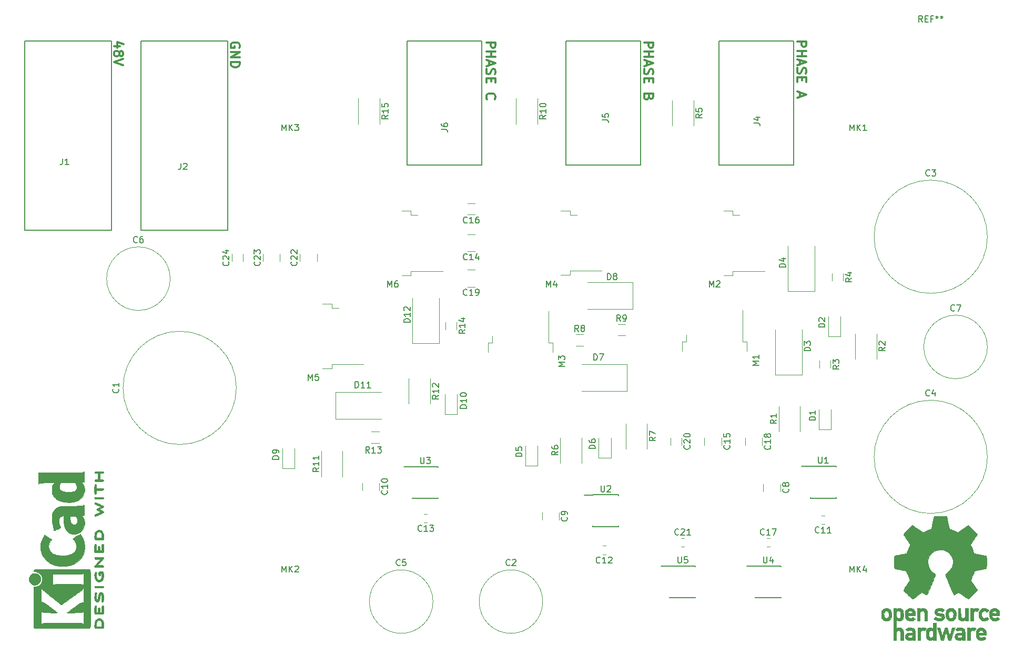
<source format=gto>
G04 #@! TF.GenerationSoftware,KiCad,Pcbnew,5.0.2+dfsg1-1*
G04 #@! TF.CreationDate,2019-10-25T16:48:50-05:00*
G04 #@! TF.ProjectId,bldc_v1,626c6463-5f76-4312-9e6b-696361645f70,rev?*
G04 #@! TF.SameCoordinates,Original*
G04 #@! TF.FileFunction,Legend,Top*
G04 #@! TF.FilePolarity,Positive*
%FSLAX46Y46*%
G04 Gerber Fmt 4.6, Leading zero omitted, Abs format (unit mm)*
G04 Created by KiCad (PCBNEW 5.0.2+dfsg1-1) date Fri 25 Oct 2019 04:48:50 PM CDT*
%MOMM*%
%LPD*%
G01*
G04 APERTURE LIST*
%ADD10C,0.300000*%
%ADD11C,0.120000*%
%ADD12C,0.150000*%
%ADD13C,0.010000*%
G04 APERTURE END LIST*
D10*
X139529428Y-38136285D02*
X141029428Y-38136285D01*
X141029428Y-38707714D01*
X140958000Y-38850571D01*
X140886571Y-38922000D01*
X140743714Y-38993428D01*
X140529428Y-38993428D01*
X140386571Y-38922000D01*
X140315142Y-38850571D01*
X140243714Y-38707714D01*
X140243714Y-38136285D01*
X139529428Y-39636285D02*
X141029428Y-39636285D01*
X140315142Y-39636285D02*
X140315142Y-40493428D01*
X139529428Y-40493428D02*
X141029428Y-40493428D01*
X139958000Y-41136285D02*
X139958000Y-41850571D01*
X139529428Y-40993428D02*
X141029428Y-41493428D01*
X139529428Y-41993428D01*
X139600857Y-42422000D02*
X139529428Y-42636285D01*
X139529428Y-42993428D01*
X139600857Y-43136285D01*
X139672285Y-43207714D01*
X139815142Y-43279142D01*
X139958000Y-43279142D01*
X140100857Y-43207714D01*
X140172285Y-43136285D01*
X140243714Y-42993428D01*
X140315142Y-42707714D01*
X140386571Y-42564857D01*
X140458000Y-42493428D01*
X140600857Y-42422000D01*
X140743714Y-42422000D01*
X140886571Y-42493428D01*
X140958000Y-42564857D01*
X141029428Y-42707714D01*
X141029428Y-43064857D01*
X140958000Y-43279142D01*
X140315142Y-43922000D02*
X140315142Y-44422000D01*
X139529428Y-44636285D02*
X139529428Y-43922000D01*
X141029428Y-43922000D01*
X141029428Y-44636285D01*
X139672285Y-47279142D02*
X139600857Y-47207714D01*
X139529428Y-46993428D01*
X139529428Y-46850571D01*
X139600857Y-46636285D01*
X139743714Y-46493428D01*
X139886571Y-46422000D01*
X140172285Y-46350571D01*
X140386571Y-46350571D01*
X140672285Y-46422000D01*
X140815142Y-46493428D01*
X140958000Y-46636285D01*
X141029428Y-46850571D01*
X141029428Y-46993428D01*
X140958000Y-47207714D01*
X140886571Y-47279142D01*
X164929428Y-38136285D02*
X166429428Y-38136285D01*
X166429428Y-38707714D01*
X166358000Y-38850571D01*
X166286571Y-38922000D01*
X166143714Y-38993428D01*
X165929428Y-38993428D01*
X165786571Y-38922000D01*
X165715142Y-38850571D01*
X165643714Y-38707714D01*
X165643714Y-38136285D01*
X164929428Y-39636285D02*
X166429428Y-39636285D01*
X165715142Y-39636285D02*
X165715142Y-40493428D01*
X164929428Y-40493428D02*
X166429428Y-40493428D01*
X165358000Y-41136285D02*
X165358000Y-41850571D01*
X164929428Y-40993428D02*
X166429428Y-41493428D01*
X164929428Y-41993428D01*
X165000857Y-42422000D02*
X164929428Y-42636285D01*
X164929428Y-42993428D01*
X165000857Y-43136285D01*
X165072285Y-43207714D01*
X165215142Y-43279142D01*
X165358000Y-43279142D01*
X165500857Y-43207714D01*
X165572285Y-43136285D01*
X165643714Y-42993428D01*
X165715142Y-42707714D01*
X165786571Y-42564857D01*
X165858000Y-42493428D01*
X166000857Y-42422000D01*
X166143714Y-42422000D01*
X166286571Y-42493428D01*
X166358000Y-42564857D01*
X166429428Y-42707714D01*
X166429428Y-43064857D01*
X166358000Y-43279142D01*
X165715142Y-43922000D02*
X165715142Y-44422000D01*
X164929428Y-44636285D02*
X164929428Y-43922000D01*
X166429428Y-43922000D01*
X166429428Y-44636285D01*
X165715142Y-46922000D02*
X165643714Y-47136285D01*
X165572285Y-47207714D01*
X165429428Y-47279142D01*
X165215142Y-47279142D01*
X165072285Y-47207714D01*
X165000857Y-47136285D01*
X164929428Y-46993428D01*
X164929428Y-46422000D01*
X166429428Y-46422000D01*
X166429428Y-46922000D01*
X166358000Y-47064857D01*
X166286571Y-47136285D01*
X166143714Y-47207714D01*
X166000857Y-47207714D01*
X165858000Y-47136285D01*
X165786571Y-47064857D01*
X165715142Y-46922000D01*
X165715142Y-46422000D01*
X189567428Y-37989428D02*
X191067428Y-37989428D01*
X191067428Y-38560857D01*
X190996000Y-38703714D01*
X190924571Y-38775142D01*
X190781714Y-38846571D01*
X190567428Y-38846571D01*
X190424571Y-38775142D01*
X190353142Y-38703714D01*
X190281714Y-38560857D01*
X190281714Y-37989428D01*
X189567428Y-39489428D02*
X191067428Y-39489428D01*
X190353142Y-39489428D02*
X190353142Y-40346571D01*
X189567428Y-40346571D02*
X191067428Y-40346571D01*
X189996000Y-40989428D02*
X189996000Y-41703714D01*
X189567428Y-40846571D02*
X191067428Y-41346571D01*
X189567428Y-41846571D01*
X189638857Y-42275142D02*
X189567428Y-42489428D01*
X189567428Y-42846571D01*
X189638857Y-42989428D01*
X189710285Y-43060857D01*
X189853142Y-43132285D01*
X189996000Y-43132285D01*
X190138857Y-43060857D01*
X190210285Y-42989428D01*
X190281714Y-42846571D01*
X190353142Y-42560857D01*
X190424571Y-42418000D01*
X190496000Y-42346571D01*
X190638857Y-42275142D01*
X190781714Y-42275142D01*
X190924571Y-42346571D01*
X190996000Y-42418000D01*
X191067428Y-42560857D01*
X191067428Y-42918000D01*
X190996000Y-43132285D01*
X190353142Y-43775142D02*
X190353142Y-44275142D01*
X189567428Y-44489428D02*
X189567428Y-43775142D01*
X191067428Y-43775142D01*
X191067428Y-44489428D01*
X189996000Y-46203714D02*
X189996000Y-46918000D01*
X189567428Y-46060857D02*
X191067428Y-46560857D01*
X189567428Y-47060857D01*
X99810000Y-38989142D02*
X99881428Y-38846285D01*
X99881428Y-38632000D01*
X99810000Y-38417714D01*
X99667142Y-38274857D01*
X99524285Y-38203428D01*
X99238571Y-38132000D01*
X99024285Y-38132000D01*
X98738571Y-38203428D01*
X98595714Y-38274857D01*
X98452857Y-38417714D01*
X98381428Y-38632000D01*
X98381428Y-38774857D01*
X98452857Y-38989142D01*
X98524285Y-39060571D01*
X99024285Y-39060571D01*
X99024285Y-38774857D01*
X98381428Y-39703428D02*
X99881428Y-39703428D01*
X98381428Y-40560571D01*
X99881428Y-40560571D01*
X98381428Y-41274857D02*
X99881428Y-41274857D01*
X99881428Y-41632000D01*
X99810000Y-41846285D01*
X99667142Y-41989142D01*
X99524285Y-42060571D01*
X99238571Y-42132000D01*
X99024285Y-42132000D01*
X98738571Y-42060571D01*
X98595714Y-41989142D01*
X98452857Y-41846285D01*
X98381428Y-41632000D01*
X98381428Y-41274857D01*
X80585428Y-38806571D02*
X79585428Y-38806571D01*
X81156857Y-38449428D02*
X80085428Y-38092285D01*
X80085428Y-39020857D01*
X80442571Y-39806571D02*
X80514000Y-39663714D01*
X80585428Y-39592285D01*
X80728285Y-39520857D01*
X80799714Y-39520857D01*
X80942571Y-39592285D01*
X81014000Y-39663714D01*
X81085428Y-39806571D01*
X81085428Y-40092285D01*
X81014000Y-40235142D01*
X80942571Y-40306571D01*
X80799714Y-40378000D01*
X80728285Y-40378000D01*
X80585428Y-40306571D01*
X80514000Y-40235142D01*
X80442571Y-40092285D01*
X80442571Y-39806571D01*
X80371142Y-39663714D01*
X80299714Y-39592285D01*
X80156857Y-39520857D01*
X79871142Y-39520857D01*
X79728285Y-39592285D01*
X79656857Y-39663714D01*
X79585428Y-39806571D01*
X79585428Y-40092285D01*
X79656857Y-40235142D01*
X79728285Y-40306571D01*
X79871142Y-40378000D01*
X80156857Y-40378000D01*
X80299714Y-40306571D01*
X80371142Y-40235142D01*
X80442571Y-40092285D01*
X81085428Y-40806571D02*
X79585428Y-41306571D01*
X81085428Y-41806571D01*
D11*
G04 #@! TO.C,C1*
X99290000Y-93786000D02*
G75*
G03X99290000Y-93786000I-9120000J0D01*
G01*
G04 #@! TO.C,C2*
X148620000Y-128220000D02*
G75*
G03X148620000Y-128220000I-5120000J0D01*
G01*
G04 #@! TO.C,C3*
X220195000Y-69448349D02*
G75*
G03X220195000Y-69448349I-9120000J0D01*
G01*
G04 #@! TO.C,C4*
X220195000Y-104900000D02*
G75*
G03X220195000Y-104900000I-9120000J0D01*
G01*
G04 #@! TO.C,C5*
X130945000Y-128220000D02*
G75*
G03X130945000Y-128220000I-5120000J0D01*
G01*
G04 #@! TO.C,C6*
X88646000Y-76200000D02*
G75*
G03X88646000Y-76200000I-5120000J0D01*
G01*
G04 #@! TO.C,C7*
X220195000Y-87200000D02*
G75*
G03X220195000Y-87200000I-5120000J0D01*
G01*
G04 #@! TO.C,C8*
X186858000Y-109251936D02*
X186858000Y-110456064D01*
X184138000Y-109251936D02*
X184138000Y-110456064D01*
G04 #@! TO.C,C9*
X151220000Y-113857436D02*
X151220000Y-115061564D01*
X148500000Y-113857436D02*
X148500000Y-115061564D01*
G04 #@! TO.C,C10*
X122264000Y-109089436D02*
X122264000Y-110293564D01*
X119544000Y-109089436D02*
X119544000Y-110293564D01*
G04 #@! TO.C,C11*
X194014252Y-115771000D02*
X193491748Y-115771000D01*
X194014252Y-114351000D02*
X193491748Y-114351000D01*
G04 #@! TO.C,C12*
X158757252Y-119210500D02*
X158234748Y-119210500D01*
X158757252Y-120630500D02*
X158234748Y-120630500D01*
G04 #@! TO.C,C13*
X130036252Y-115510000D02*
X129513748Y-115510000D01*
X130036252Y-114090000D02*
X129513748Y-114090000D01*
G04 #@! TO.C,C14*
X137702064Y-69090000D02*
X136497936Y-69090000D01*
X137702064Y-71810000D02*
X136497936Y-71810000D01*
G04 #@! TO.C,C15*
X174655000Y-101803936D02*
X174655000Y-103008064D01*
X177375000Y-101803936D02*
X177375000Y-103008064D01*
G04 #@! TO.C,C16*
X137702064Y-65885000D02*
X136497936Y-65885000D01*
X137702064Y-64065000D02*
X136497936Y-64065000D01*
G04 #@! TO.C,C17*
X184659748Y-117975500D02*
X185182252Y-117975500D01*
X184659748Y-119395500D02*
X185182252Y-119395500D01*
G04 #@! TO.C,C18*
X183929000Y-101842936D02*
X183929000Y-103047064D01*
X181209000Y-101842936D02*
X181209000Y-103047064D01*
G04 #@! TO.C,C19*
X137677064Y-77510000D02*
X136472936Y-77510000D01*
X137677064Y-74790000D02*
X136472936Y-74790000D01*
G04 #@! TO.C,C20*
X169155000Y-101803936D02*
X169155000Y-103008064D01*
X170975000Y-101803936D02*
X170975000Y-103008064D01*
G04 #@! TO.C,C21*
X170879748Y-119395500D02*
X171402252Y-119395500D01*
X170879748Y-117975500D02*
X171402252Y-117975500D01*
G04 #@! TO.C,C22*
X112267000Y-73437064D02*
X112267000Y-72232936D01*
X109547000Y-73437064D02*
X109547000Y-72232936D01*
G04 #@! TO.C,C23*
X106322000Y-73437064D02*
X106322000Y-72232936D01*
X103602000Y-73437064D02*
X103602000Y-72232936D01*
G04 #@! TO.C,C24*
X98567000Y-73437064D02*
X98567000Y-72232936D01*
X100387000Y-73437064D02*
X100387000Y-72232936D01*
G04 #@! TO.C,D1*
X195056000Y-100467000D02*
X193056000Y-100467000D01*
X195056000Y-100467000D02*
X195056000Y-97267000D01*
X193056000Y-97267000D02*
X193056000Y-100467000D01*
G04 #@! TO.C,D2*
X194580000Y-82281000D02*
X194580000Y-85481000D01*
X196580000Y-85481000D02*
X196580000Y-82281000D01*
X196580000Y-85481000D02*
X194580000Y-85481000D01*
G04 #@! TO.C,D3*
X186064000Y-91691000D02*
X190364000Y-91691000D01*
X190364000Y-91691000D02*
X190364000Y-84391000D01*
X186064000Y-91691000D02*
X186064000Y-84391000D01*
G04 #@! TO.C,D4*
X188100000Y-78225000D02*
X188100000Y-70925000D01*
X192400000Y-78225000D02*
X192400000Y-70925000D01*
X188100000Y-78225000D02*
X192400000Y-78225000D01*
G04 #@! TO.C,D5*
X145812000Y-103109000D02*
X145812000Y-106309000D01*
X147812000Y-106309000D02*
X147812000Y-103109000D01*
X147812000Y-106309000D02*
X145812000Y-106309000D01*
G04 #@! TO.C,D6*
X159623000Y-105039000D02*
X157623000Y-105039000D01*
X159623000Y-105039000D02*
X159623000Y-101839000D01*
X157623000Y-101839000D02*
X157623000Y-105039000D01*
G04 #@! TO.C,D7*
X162207000Y-94321000D02*
X162207000Y-90021000D01*
X162207000Y-90021000D02*
X154907000Y-90021000D01*
X162207000Y-94321000D02*
X154907000Y-94321000D01*
G04 #@! TO.C,D8*
X163096000Y-81113000D02*
X155796000Y-81113000D01*
X163096000Y-76813000D02*
X155796000Y-76813000D01*
X163096000Y-81113000D02*
X163096000Y-76813000D01*
G04 #@! TO.C,D9*
X108675000Y-106750000D02*
X106675000Y-106750000D01*
X108675000Y-106750000D02*
X108675000Y-103550000D01*
X106675000Y-103550000D02*
X106675000Y-106750000D01*
G04 #@! TO.C,D10*
X132858000Y-94854000D02*
X132858000Y-98054000D01*
X134858000Y-98054000D02*
X134858000Y-94854000D01*
X134858000Y-98054000D02*
X132858000Y-98054000D01*
G04 #@! TO.C,D11*
X115288000Y-94466000D02*
X115288000Y-98766000D01*
X115288000Y-98766000D02*
X122588000Y-98766000D01*
X115288000Y-94466000D02*
X122588000Y-94466000D01*
G04 #@! TO.C,D12*
X127644000Y-86611000D02*
X127644000Y-79311000D01*
X131944000Y-86611000D02*
X131944000Y-79311000D01*
X127644000Y-86611000D02*
X131944000Y-86611000D01*
D12*
G04 #@! TO.C,J1*
X70325000Y-37880000D02*
X74135000Y-37880000D01*
X70325000Y-68360000D02*
X74135000Y-68360000D01*
X65245000Y-51850000D02*
X65245000Y-64550000D01*
X79215000Y-51850000D02*
X79215000Y-64550000D01*
X79215000Y-51850000D02*
X79215000Y-37880000D01*
X79215000Y-37880000D02*
X74135000Y-37880000D01*
X65245000Y-51850000D02*
X65245000Y-37880000D01*
X65245000Y-37880000D02*
X70325000Y-37880000D01*
X74135000Y-68360000D02*
X79215000Y-68360000D01*
X79215000Y-68360000D02*
X79215000Y-64550000D01*
X70325000Y-68360000D02*
X65245000Y-68360000D01*
X65245000Y-68360000D02*
X65245000Y-64550000D01*
G04 #@! TO.C,J2*
X83970000Y-68360000D02*
X83970000Y-64550000D01*
X89050000Y-68360000D02*
X83970000Y-68360000D01*
X97940000Y-68360000D02*
X97940000Y-64550000D01*
X92860000Y-68360000D02*
X97940000Y-68360000D01*
X83970000Y-37880000D02*
X89050000Y-37880000D01*
X83970000Y-51850000D02*
X83970000Y-37880000D01*
X97940000Y-37880000D02*
X92860000Y-37880000D01*
X97940000Y-51850000D02*
X97940000Y-37880000D01*
X97940000Y-51850000D02*
X97940000Y-64550000D01*
X83970000Y-51850000D02*
X83970000Y-64550000D01*
X89050000Y-68360000D02*
X92860000Y-68360000D01*
X89050000Y-37880000D02*
X92860000Y-37880000D01*
G04 #@! TO.C,J4*
X184975000Y-57880000D02*
X188975000Y-57880000D01*
X180975000Y-57880000D02*
X176975000Y-57880000D01*
X180975000Y-37880000D02*
X184975000Y-37880000D01*
X180975000Y-57880000D02*
X184975000Y-57880000D01*
X176975000Y-57880000D02*
X176975000Y-43880000D01*
X176975000Y-43880000D02*
X176975000Y-37880000D01*
X176975000Y-37880000D02*
X180975000Y-37880000D01*
X184975000Y-37880000D02*
X188975000Y-37880000D01*
X188975000Y-57880000D02*
X188975000Y-37880000D01*
G04 #@! TO.C,J5*
X164337000Y-57880000D02*
X164337000Y-37880000D01*
X160337000Y-37880000D02*
X164337000Y-37880000D01*
X152337000Y-37880000D02*
X156337000Y-37880000D01*
X152337000Y-43880000D02*
X152337000Y-37880000D01*
X152337000Y-57880000D02*
X152337000Y-43880000D01*
X156337000Y-57880000D02*
X160337000Y-57880000D01*
X156337000Y-37880000D02*
X160337000Y-37880000D01*
X156337000Y-57880000D02*
X152337000Y-57880000D01*
X160337000Y-57880000D02*
X164337000Y-57880000D01*
G04 #@! TO.C,J6*
X134810000Y-57880000D02*
X138810000Y-57880000D01*
X130810000Y-57880000D02*
X126810000Y-57880000D01*
X130810000Y-37880000D02*
X134810000Y-37880000D01*
X130810000Y-57880000D02*
X134810000Y-57880000D01*
X126810000Y-57880000D02*
X126810000Y-43880000D01*
X126810000Y-43880000D02*
X126810000Y-37880000D01*
X126810000Y-37880000D02*
X130810000Y-37880000D01*
X134810000Y-37880000D02*
X138810000Y-37880000D01*
X138810000Y-57880000D02*
X138810000Y-37880000D01*
D11*
G04 #@! TO.C,M1*
X171766000Y-86391000D02*
X171766000Y-85291000D01*
X171076000Y-86391000D02*
X171766000Y-86391000D01*
X171076000Y-87891000D02*
X171076000Y-86391000D01*
X180786000Y-86391000D02*
X180786000Y-81266000D01*
X181476000Y-86391000D02*
X180786000Y-86391000D01*
X181476000Y-87891000D02*
X181476000Y-86391000D01*
G04 #@! TO.C,M2*
X179226000Y-65944000D02*
X180326000Y-65944000D01*
X179226000Y-65254000D02*
X179226000Y-65944000D01*
X177726000Y-65254000D02*
X179226000Y-65254000D01*
X179226000Y-74964000D02*
X184351000Y-74964000D01*
X179226000Y-75654000D02*
X179226000Y-74964000D01*
X177726000Y-75654000D02*
X179226000Y-75654000D01*
G04 #@! TO.C,M3*
X150234000Y-88054000D02*
X150234000Y-86554000D01*
X150234000Y-86554000D02*
X149544000Y-86554000D01*
X149544000Y-86554000D02*
X149544000Y-81429000D01*
X139834000Y-88054000D02*
X139834000Y-86554000D01*
X139834000Y-86554000D02*
X140524000Y-86554000D01*
X140524000Y-86554000D02*
X140524000Y-85454000D01*
G04 #@! TO.C,M4*
X152998000Y-65925000D02*
X154098000Y-65925000D01*
X152998000Y-65235000D02*
X152998000Y-65925000D01*
X151498000Y-65235000D02*
X152998000Y-65235000D01*
X152998000Y-74945000D02*
X158123000Y-74945000D01*
X152998000Y-75635000D02*
X152998000Y-74945000D01*
X151498000Y-75635000D02*
X152998000Y-75635000D01*
G04 #@! TO.C,M5*
X113150000Y-90675000D02*
X114650000Y-90675000D01*
X114650000Y-90675000D02*
X114650000Y-89985000D01*
X114650000Y-89985000D02*
X119775000Y-89985000D01*
X113150000Y-80275000D02*
X114650000Y-80275000D01*
X114650000Y-80275000D02*
X114650000Y-80965000D01*
X114650000Y-80965000D02*
X115750000Y-80965000D01*
G04 #@! TO.C,M6*
X125910000Y-75654000D02*
X127410000Y-75654000D01*
X127410000Y-75654000D02*
X127410000Y-74964000D01*
X127410000Y-74964000D02*
X132535000Y-74964000D01*
X125910000Y-65254000D02*
X127410000Y-65254000D01*
X127410000Y-65254000D02*
X127410000Y-65944000D01*
X127410000Y-65944000D02*
X128510000Y-65944000D01*
G04 #@! TO.C,R1*
X186631000Y-96722936D02*
X186631000Y-100827064D01*
X190051000Y-96722936D02*
X190051000Y-100827064D01*
G04 #@! TO.C,R2*
X202370000Y-85038936D02*
X202370000Y-89143064D01*
X198950000Y-85038936D02*
X198950000Y-89143064D01*
G04 #@! TO.C,R3*
X193146000Y-89409936D02*
X193146000Y-90614064D01*
X194966000Y-89409936D02*
X194966000Y-90614064D01*
G04 #@! TO.C,R4*
X196998000Y-75343936D02*
X196998000Y-76548064D01*
X195178000Y-75343936D02*
X195178000Y-76548064D01*
G04 #@! TO.C,R5*
X169486000Y-47477936D02*
X169486000Y-51582064D01*
X172906000Y-47477936D02*
X172906000Y-51582064D01*
G04 #@! TO.C,R6*
X151452000Y-101802936D02*
X151452000Y-105907064D01*
X154872000Y-101802936D02*
X154872000Y-105907064D01*
G04 #@! TO.C,R7*
X161993000Y-99516936D02*
X161993000Y-103621064D01*
X165413000Y-99516936D02*
X165413000Y-103621064D01*
G04 #@! TO.C,R8*
X153956936Y-86985000D02*
X155161064Y-86985000D01*
X153956936Y-85165000D02*
X155161064Y-85165000D01*
G04 #@! TO.C,R9*
X160687936Y-85334000D02*
X161892064Y-85334000D01*
X160687936Y-83514000D02*
X161892064Y-83514000D01*
G04 #@! TO.C,R10*
X147760000Y-47163436D02*
X147760000Y-51267564D01*
X144340000Y-47163436D02*
X144340000Y-51267564D01*
G04 #@! TO.C,R11*
X116385000Y-103972936D02*
X116385000Y-108077064D01*
X112965000Y-103972936D02*
X112965000Y-108077064D01*
G04 #@! TO.C,R12*
X130488000Y-92277936D02*
X130488000Y-96382064D01*
X127068000Y-92277936D02*
X127068000Y-96382064D01*
G04 #@! TO.C,R13*
X122252064Y-102685000D02*
X121047936Y-102685000D01*
X122252064Y-100865000D02*
X121047936Y-100865000D01*
G04 #@! TO.C,R14*
X134768000Y-83186936D02*
X134768000Y-84391064D01*
X132948000Y-83186936D02*
X132948000Y-84391064D01*
G04 #@! TO.C,R15*
X122360000Y-47163436D02*
X122360000Y-51267564D01*
X118940000Y-47163436D02*
X118940000Y-51267564D01*
D12*
G04 #@! TO.C,U1*
X191678000Y-106440000D02*
X190278000Y-106440000D01*
X191678000Y-111540000D02*
X195828000Y-111540000D01*
X191678000Y-106390000D02*
X195828000Y-106390000D01*
X191678000Y-111540000D02*
X191678000Y-111395000D01*
X195828000Y-111540000D02*
X195828000Y-111395000D01*
X195828000Y-106390000D02*
X195828000Y-106535000D01*
X191678000Y-106390000D02*
X191678000Y-106440000D01*
G04 #@! TO.C,U2*
X156675000Y-110995500D02*
X156675000Y-111045500D01*
X160825000Y-110995500D02*
X160825000Y-111140500D01*
X160825000Y-116145500D02*
X160825000Y-116000500D01*
X156675000Y-116145500D02*
X156675000Y-116000500D01*
X156675000Y-110995500D02*
X160825000Y-110995500D01*
X156675000Y-116145500D02*
X160825000Y-116145500D01*
X156675000Y-111045500D02*
X155275000Y-111045500D01*
G04 #@! TO.C,U3*
X127642800Y-106461600D02*
X127642800Y-106511600D01*
X131792800Y-106461600D02*
X131792800Y-106606600D01*
X131792800Y-111611600D02*
X131792800Y-111466600D01*
X127642800Y-111611600D02*
X127642800Y-111466600D01*
X127642800Y-106461600D02*
X131792800Y-106461600D01*
X127642800Y-111611600D02*
X131792800Y-111611600D01*
X127642800Y-106511600D02*
X126242800Y-106511600D01*
G04 #@! TO.C,U4*
X182846000Y-122460500D02*
X182846000Y-122510500D01*
X186996000Y-122460500D02*
X186996000Y-122605500D01*
X186996000Y-127610500D02*
X186996000Y-127465500D01*
X182846000Y-127610500D02*
X182846000Y-127465500D01*
X182846000Y-122460500D02*
X186996000Y-122460500D01*
X182846000Y-127610500D02*
X186996000Y-127610500D01*
X182846000Y-122510500D02*
X181446000Y-122510500D01*
G04 #@! TO.C,U5*
X169066000Y-122510500D02*
X167666000Y-122510500D01*
X169066000Y-127610500D02*
X173216000Y-127610500D01*
X169066000Y-122460500D02*
X173216000Y-122460500D01*
X169066000Y-127610500D02*
X169066000Y-127465500D01*
X173216000Y-127610500D02*
X173216000Y-127465500D01*
X173216000Y-122460500D02*
X173216000Y-122605500D01*
X169066000Y-122460500D02*
X169066000Y-122510500D01*
D13*
G04 #@! TO.C,REF\002A\002A*
G36*
X65908594Y-124454380D02*
X65957286Y-124260970D01*
X66043332Y-124087029D01*
X66163421Y-123936740D01*
X66314243Y-123814284D01*
X66492486Y-123723845D01*
X66685967Y-123671086D01*
X66881364Y-123659332D01*
X67069920Y-123689173D01*
X67246419Y-123756874D01*
X67405645Y-123858703D01*
X67542385Y-123990925D01*
X67651422Y-124149808D01*
X67727540Y-124331617D01*
X67752498Y-124434606D01*
X67767608Y-124523999D01*
X67773579Y-124592909D01*
X67769913Y-124659124D01*
X67756113Y-124740434D01*
X67742100Y-124806922D01*
X67678800Y-124994588D01*
X67576096Y-125162681D01*
X67437102Y-125307416D01*
X67264935Y-125425007D01*
X67210214Y-125453029D01*
X67137155Y-125486051D01*
X67075803Y-125506760D01*
X67011252Y-125517941D01*
X66928599Y-125522380D01*
X66836018Y-125522939D01*
X66666549Y-125514729D01*
X66527373Y-125487779D01*
X66405582Y-125437174D01*
X66288272Y-125358002D01*
X66199349Y-125280562D01*
X66067125Y-125136136D01*
X65975855Y-124985279D01*
X65921208Y-124819038D01*
X65900567Y-124663078D01*
X65908594Y-124454380D01*
X65908594Y-124454380D01*
G37*
X65908594Y-124454380D02*
X65957286Y-124260970D01*
X66043332Y-124087029D01*
X66163421Y-123936740D01*
X66314243Y-123814284D01*
X66492486Y-123723845D01*
X66685967Y-123671086D01*
X66881364Y-123659332D01*
X67069920Y-123689173D01*
X67246419Y-123756874D01*
X67405645Y-123858703D01*
X67542385Y-123990925D01*
X67651422Y-124149808D01*
X67727540Y-124331617D01*
X67752498Y-124434606D01*
X67767608Y-124523999D01*
X67773579Y-124592909D01*
X67769913Y-124659124D01*
X67756113Y-124740434D01*
X67742100Y-124806922D01*
X67678800Y-124994588D01*
X67576096Y-125162681D01*
X67437102Y-125307416D01*
X67264935Y-125425007D01*
X67210214Y-125453029D01*
X67137155Y-125486051D01*
X67075803Y-125506760D01*
X67011252Y-125517941D01*
X66928599Y-125522380D01*
X66836018Y-125522939D01*
X66666549Y-125514729D01*
X66527373Y-125487779D01*
X66405582Y-125437174D01*
X66288272Y-125358002D01*
X66199349Y-125280562D01*
X66067125Y-125136136D01*
X65975855Y-124985279D01*
X65921208Y-124819038D01*
X65900567Y-124663078D01*
X65908594Y-124454380D01*
G36*
X70821777Y-107459749D02*
X71292705Y-107459710D01*
X71720488Y-107459658D01*
X72107338Y-107459512D01*
X72455466Y-107459195D01*
X72767085Y-107458629D01*
X73044406Y-107457735D01*
X73289640Y-107456435D01*
X73505001Y-107454651D01*
X73692700Y-107452303D01*
X73854948Y-107449315D01*
X73993957Y-107445607D01*
X74111940Y-107441101D01*
X74211109Y-107435718D01*
X74293674Y-107429381D01*
X74361848Y-107422012D01*
X74417843Y-107413530D01*
X74463870Y-107403859D01*
X74502143Y-107392921D01*
X74534871Y-107380635D01*
X74564268Y-107366925D01*
X74592544Y-107351712D01*
X74621913Y-107334917D01*
X74640207Y-107324484D01*
X74762179Y-107255648D01*
X74762179Y-108979607D01*
X74569411Y-108979607D01*
X74482296Y-108981077D01*
X74415671Y-108984998D01*
X74379950Y-108990641D01*
X74376643Y-108993136D01*
X74390472Y-109016082D01*
X74426317Y-109061714D01*
X74465239Y-109107316D01*
X74547072Y-109216973D01*
X74629445Y-109356550D01*
X74704791Y-109511341D01*
X74765543Y-109666640D01*
X74784926Y-109728620D01*
X74814188Y-109866227D01*
X74834199Y-110032669D01*
X74844331Y-110212254D01*
X74843956Y-110389287D01*
X74832445Y-110548075D01*
X74820777Y-110623803D01*
X74744314Y-110901230D01*
X74628351Y-111156969D01*
X74473942Y-111389645D01*
X74282144Y-111597881D01*
X74054012Y-111780299D01*
X73831426Y-111914499D01*
X73596872Y-112024724D01*
X73357108Y-112109100D01*
X73103996Y-112169361D01*
X72829398Y-112207241D01*
X72525174Y-112224474D01*
X72369589Y-112225934D01*
X72255527Y-112221726D01*
X72255527Y-110556091D01*
X72442495Y-110555673D01*
X72618658Y-110549821D01*
X72773506Y-110538446D01*
X72896527Y-110521460D01*
X72921319Y-110516270D01*
X73136843Y-110452384D01*
X73311670Y-110368694D01*
X73446237Y-110264502D01*
X73540983Y-110139109D01*
X73596350Y-109991815D01*
X73612774Y-109821923D01*
X73590695Y-109628733D01*
X73559111Y-109501214D01*
X73522569Y-109402489D01*
X73470642Y-109293748D01*
X73423026Y-109212062D01*
X73329877Y-109070321D01*
X71019225Y-109070321D01*
X70931701Y-109205738D01*
X70849490Y-109363490D01*
X70795951Y-109532613D01*
X70771996Y-109703621D01*
X70778539Y-109867029D01*
X70816493Y-110013353D01*
X70847770Y-110077546D01*
X70934148Y-110193912D01*
X71048199Y-110292264D01*
X71194092Y-110374940D01*
X71375992Y-110444279D01*
X71598069Y-110502620D01*
X71609857Y-110505194D01*
X71734921Y-110525626D01*
X71891229Y-110540979D01*
X72068268Y-110551163D01*
X72255527Y-110556091D01*
X72255527Y-112221726D01*
X71942058Y-112210161D01*
X71548637Y-112166076D01*
X71189587Y-112093786D01*
X70865170Y-111993394D01*
X70575646Y-111865005D01*
X70321276Y-111708722D01*
X70102321Y-111524650D01*
X69919042Y-111312893D01*
X69856864Y-111222161D01*
X69744068Y-111019362D01*
X69664492Y-110811859D01*
X69615957Y-110590700D01*
X69596280Y-110346934D01*
X69598380Y-110161097D01*
X69620410Y-109900631D01*
X69664236Y-109674438D01*
X69731872Y-109475973D01*
X69825331Y-109298694D01*
X69894060Y-109200527D01*
X69938085Y-109141532D01*
X69968160Y-109097957D01*
X69977000Y-109081464D01*
X69955245Y-109078220D01*
X69893665Y-109075627D01*
X69797788Y-109073660D01*
X69673141Y-109072295D01*
X69525250Y-109071505D01*
X69359644Y-109071265D01*
X69181849Y-109071550D01*
X68997393Y-109072335D01*
X68811803Y-109073594D01*
X68630606Y-109075302D01*
X68459330Y-109077433D01*
X68303501Y-109079963D01*
X68168648Y-109082865D01*
X68060297Y-109086114D01*
X67983975Y-109089685D01*
X67969946Y-109090673D01*
X67828486Y-109105895D01*
X67717696Y-109129121D01*
X67623032Y-109164757D01*
X67529952Y-109217209D01*
X67510705Y-109229799D01*
X67437000Y-109278882D01*
X67437000Y-107460143D01*
X70821777Y-107459749D01*
X70821777Y-107459749D01*
G37*
X70821777Y-107459749D02*
X71292705Y-107459710D01*
X71720488Y-107459658D01*
X72107338Y-107459512D01*
X72455466Y-107459195D01*
X72767085Y-107458629D01*
X73044406Y-107457735D01*
X73289640Y-107456435D01*
X73505001Y-107454651D01*
X73692700Y-107452303D01*
X73854948Y-107449315D01*
X73993957Y-107445607D01*
X74111940Y-107441101D01*
X74211109Y-107435718D01*
X74293674Y-107429381D01*
X74361848Y-107422012D01*
X74417843Y-107413530D01*
X74463870Y-107403859D01*
X74502143Y-107392921D01*
X74534871Y-107380635D01*
X74564268Y-107366925D01*
X74592544Y-107351712D01*
X74621913Y-107334917D01*
X74640207Y-107324484D01*
X74762179Y-107255648D01*
X74762179Y-108979607D01*
X74569411Y-108979607D01*
X74482296Y-108981077D01*
X74415671Y-108984998D01*
X74379950Y-108990641D01*
X74376643Y-108993136D01*
X74390472Y-109016082D01*
X74426317Y-109061714D01*
X74465239Y-109107316D01*
X74547072Y-109216973D01*
X74629445Y-109356550D01*
X74704791Y-109511341D01*
X74765543Y-109666640D01*
X74784926Y-109728620D01*
X74814188Y-109866227D01*
X74834199Y-110032669D01*
X74844331Y-110212254D01*
X74843956Y-110389287D01*
X74832445Y-110548075D01*
X74820777Y-110623803D01*
X74744314Y-110901230D01*
X74628351Y-111156969D01*
X74473942Y-111389645D01*
X74282144Y-111597881D01*
X74054012Y-111780299D01*
X73831426Y-111914499D01*
X73596872Y-112024724D01*
X73357108Y-112109100D01*
X73103996Y-112169361D01*
X72829398Y-112207241D01*
X72525174Y-112224474D01*
X72369589Y-112225934D01*
X72255527Y-112221726D01*
X72255527Y-110556091D01*
X72442495Y-110555673D01*
X72618658Y-110549821D01*
X72773506Y-110538446D01*
X72896527Y-110521460D01*
X72921319Y-110516270D01*
X73136843Y-110452384D01*
X73311670Y-110368694D01*
X73446237Y-110264502D01*
X73540983Y-110139109D01*
X73596350Y-109991815D01*
X73612774Y-109821923D01*
X73590695Y-109628733D01*
X73559111Y-109501214D01*
X73522569Y-109402489D01*
X73470642Y-109293748D01*
X73423026Y-109212062D01*
X73329877Y-109070321D01*
X71019225Y-109070321D01*
X70931701Y-109205738D01*
X70849490Y-109363490D01*
X70795951Y-109532613D01*
X70771996Y-109703621D01*
X70778539Y-109867029D01*
X70816493Y-110013353D01*
X70847770Y-110077546D01*
X70934148Y-110193912D01*
X71048199Y-110292264D01*
X71194092Y-110374940D01*
X71375992Y-110444279D01*
X71598069Y-110502620D01*
X71609857Y-110505194D01*
X71734921Y-110525626D01*
X71891229Y-110540979D01*
X72068268Y-110551163D01*
X72255527Y-110556091D01*
X72255527Y-112221726D01*
X71942058Y-112210161D01*
X71548637Y-112166076D01*
X71189587Y-112093786D01*
X70865170Y-111993394D01*
X70575646Y-111865005D01*
X70321276Y-111708722D01*
X70102321Y-111524650D01*
X69919042Y-111312893D01*
X69856864Y-111222161D01*
X69744068Y-111019362D01*
X69664492Y-110811859D01*
X69615957Y-110590700D01*
X69596280Y-110346934D01*
X69598380Y-110161097D01*
X69620410Y-109900631D01*
X69664236Y-109674438D01*
X69731872Y-109475973D01*
X69825331Y-109298694D01*
X69894060Y-109200527D01*
X69938085Y-109141532D01*
X69968160Y-109097957D01*
X69977000Y-109081464D01*
X69955245Y-109078220D01*
X69893665Y-109075627D01*
X69797788Y-109073660D01*
X69673141Y-109072295D01*
X69525250Y-109071505D01*
X69359644Y-109071265D01*
X69181849Y-109071550D01*
X68997393Y-109072335D01*
X68811803Y-109073594D01*
X68630606Y-109075302D01*
X68459330Y-109077433D01*
X68303501Y-109079963D01*
X68168648Y-109082865D01*
X68060297Y-109086114D01*
X67983975Y-109089685D01*
X67969946Y-109090673D01*
X67828486Y-109105895D01*
X67717696Y-109129121D01*
X67623032Y-109164757D01*
X67529952Y-109217209D01*
X67510705Y-109229799D01*
X67437000Y-109278882D01*
X67437000Y-107460143D01*
X70821777Y-107459749D01*
G36*
X69604984Y-114516981D02*
X69645192Y-114211788D01*
X69712762Y-113940052D01*
X69808233Y-113700019D01*
X69932143Y-113489934D01*
X70059831Y-113334022D01*
X70208761Y-113195726D01*
X70369017Y-113087764D01*
X70554281Y-113001573D01*
X70640805Y-112970486D01*
X70719115Y-112944653D01*
X70791732Y-112922149D01*
X70862336Y-112902714D01*
X70934610Y-112886088D01*
X71012234Y-112872011D01*
X71098890Y-112860221D01*
X71198259Y-112850460D01*
X71314022Y-112842465D01*
X71449861Y-112835978D01*
X71609457Y-112830736D01*
X71796491Y-112826481D01*
X72014644Y-112822952D01*
X72267598Y-112819888D01*
X72559033Y-112817028D01*
X72845839Y-112814513D01*
X73159615Y-112811848D01*
X73431364Y-112809426D01*
X73664413Y-112806996D01*
X73862090Y-112804305D01*
X74027722Y-112801101D01*
X74164636Y-112797134D01*
X74276160Y-112792149D01*
X74365622Y-112785897D01*
X74436348Y-112778124D01*
X74491666Y-112768580D01*
X74534903Y-112757011D01*
X74569388Y-112743166D01*
X74598446Y-112726793D01*
X74625406Y-112707641D01*
X74653594Y-112685457D01*
X74664509Y-112676817D01*
X74710390Y-112645037D01*
X74741635Y-112630902D01*
X74742558Y-112630857D01*
X74746975Y-112652708D01*
X74751045Y-112714956D01*
X74754652Y-112812639D01*
X74757683Y-112940796D01*
X74760023Y-113094468D01*
X74761558Y-113268693D01*
X74762172Y-113458510D01*
X74762179Y-113480420D01*
X74762179Y-114329984D01*
X74569188Y-114336536D01*
X74376197Y-114343089D01*
X74478627Y-114467821D01*
X74614257Y-114663350D01*
X74724129Y-114884134D01*
X74784857Y-115057835D01*
X74814365Y-115196593D01*
X74834440Y-115364042D01*
X74844458Y-115544376D01*
X74843790Y-115721793D01*
X74831812Y-115880487D01*
X74820334Y-115953268D01*
X74744272Y-116234555D01*
X74634096Y-116488535D01*
X74491446Y-116713371D01*
X74317962Y-116907226D01*
X74115284Y-117068266D01*
X73885054Y-117194654D01*
X73631745Y-117283801D01*
X73518073Y-117308580D01*
X73393119Y-117323867D01*
X73242774Y-117331157D01*
X73174679Y-117332151D01*
X73168280Y-117332020D01*
X73168280Y-115805359D01*
X73319053Y-115786688D01*
X73447277Y-115730063D01*
X73559050Y-115632693D01*
X73567914Y-115622534D01*
X73637879Y-115525514D01*
X73683244Y-115421635D01*
X73707192Y-115299629D01*
X73712904Y-115148230D01*
X73712090Y-115111853D01*
X73706761Y-115003736D01*
X73695880Y-114923319D01*
X73675462Y-114852973D01*
X73641520Y-114775069D01*
X73631117Y-114753690D01*
X73559141Y-114631846D01*
X73473496Y-114537791D01*
X73442884Y-114512203D01*
X73329356Y-114422464D01*
X72935855Y-114422464D01*
X72777860Y-114423540D01*
X72661441Y-114426935D01*
X72582865Y-114432898D01*
X72538399Y-114441679D01*
X72525408Y-114449885D01*
X72519052Y-114481878D01*
X72513784Y-114549746D01*
X72510101Y-114644013D01*
X72508499Y-114755200D01*
X72508469Y-114773055D01*
X72519023Y-115015684D01*
X72551502Y-115221941D01*
X72607145Y-115395821D01*
X72687195Y-115541319D01*
X72781514Y-115651669D01*
X72897804Y-115741161D01*
X73024463Y-115790830D01*
X73168280Y-115805359D01*
X73168280Y-117332020D01*
X72986331Y-117328267D01*
X72827828Y-117311504D01*
X72684747Y-117278867D01*
X72542665Y-117227365D01*
X72437454Y-117179158D01*
X72246009Y-117061397D01*
X72069171Y-116904506D01*
X71910160Y-116713259D01*
X71772192Y-116492431D01*
X71658488Y-116246795D01*
X71572265Y-115981126D01*
X71542253Y-115851214D01*
X71497846Y-115577635D01*
X71468549Y-115279418D01*
X71455731Y-114975154D01*
X71459010Y-114720907D01*
X71472629Y-114395688D01*
X71354145Y-114410594D01*
X71154953Y-114449352D01*
X70992792Y-114511897D01*
X70866418Y-114599959D01*
X70774590Y-114715268D01*
X70716063Y-114859554D01*
X70689594Y-115034547D01*
X70693941Y-115241978D01*
X70701979Y-115318268D01*
X70752539Y-115601909D01*
X70834974Y-115876757D01*
X70911316Y-116066660D01*
X70950238Y-116157383D01*
X70981518Y-116234591D01*
X71000893Y-116287529D01*
X71005007Y-116302974D01*
X70986769Y-116322550D01*
X70928571Y-116356136D01*
X70829757Y-116404050D01*
X70689669Y-116466607D01*
X70507649Y-116544123D01*
X70475929Y-116557377D01*
X70330649Y-116617758D01*
X70199371Y-116671958D01*
X70087837Y-116717636D01*
X70001787Y-116752452D01*
X69946961Y-116774064D01*
X69929204Y-116780305D01*
X69919652Y-116760218D01*
X69909051Y-116707430D01*
X69901659Y-116650634D01*
X69892103Y-116590050D01*
X69873128Y-116494049D01*
X69846594Y-116371144D01*
X69814361Y-116229850D01*
X69778289Y-116078680D01*
X69764182Y-116021303D01*
X69712777Y-115810243D01*
X69672473Y-115634133D01*
X69641982Y-115484291D01*
X69620016Y-115352033D01*
X69605289Y-115228676D01*
X69596511Y-115105540D01*
X69592397Y-114973939D01*
X69591598Y-114857386D01*
X69604984Y-114516981D01*
X69604984Y-114516981D01*
G37*
X69604984Y-114516981D02*
X69645192Y-114211788D01*
X69712762Y-113940052D01*
X69808233Y-113700019D01*
X69932143Y-113489934D01*
X70059831Y-113334022D01*
X70208761Y-113195726D01*
X70369017Y-113087764D01*
X70554281Y-113001573D01*
X70640805Y-112970486D01*
X70719115Y-112944653D01*
X70791732Y-112922149D01*
X70862336Y-112902714D01*
X70934610Y-112886088D01*
X71012234Y-112872011D01*
X71098890Y-112860221D01*
X71198259Y-112850460D01*
X71314022Y-112842465D01*
X71449861Y-112835978D01*
X71609457Y-112830736D01*
X71796491Y-112826481D01*
X72014644Y-112822952D01*
X72267598Y-112819888D01*
X72559033Y-112817028D01*
X72845839Y-112814513D01*
X73159615Y-112811848D01*
X73431364Y-112809426D01*
X73664413Y-112806996D01*
X73862090Y-112804305D01*
X74027722Y-112801101D01*
X74164636Y-112797134D01*
X74276160Y-112792149D01*
X74365622Y-112785897D01*
X74436348Y-112778124D01*
X74491666Y-112768580D01*
X74534903Y-112757011D01*
X74569388Y-112743166D01*
X74598446Y-112726793D01*
X74625406Y-112707641D01*
X74653594Y-112685457D01*
X74664509Y-112676817D01*
X74710390Y-112645037D01*
X74741635Y-112630902D01*
X74742558Y-112630857D01*
X74746975Y-112652708D01*
X74751045Y-112714956D01*
X74754652Y-112812639D01*
X74757683Y-112940796D01*
X74760023Y-113094468D01*
X74761558Y-113268693D01*
X74762172Y-113458510D01*
X74762179Y-113480420D01*
X74762179Y-114329984D01*
X74569188Y-114336536D01*
X74376197Y-114343089D01*
X74478627Y-114467821D01*
X74614257Y-114663350D01*
X74724129Y-114884134D01*
X74784857Y-115057835D01*
X74814365Y-115196593D01*
X74834440Y-115364042D01*
X74844458Y-115544376D01*
X74843790Y-115721793D01*
X74831812Y-115880487D01*
X74820334Y-115953268D01*
X74744272Y-116234555D01*
X74634096Y-116488535D01*
X74491446Y-116713371D01*
X74317962Y-116907226D01*
X74115284Y-117068266D01*
X73885054Y-117194654D01*
X73631745Y-117283801D01*
X73518073Y-117308580D01*
X73393119Y-117323867D01*
X73242774Y-117331157D01*
X73174679Y-117332151D01*
X73168280Y-117332020D01*
X73168280Y-115805359D01*
X73319053Y-115786688D01*
X73447277Y-115730063D01*
X73559050Y-115632693D01*
X73567914Y-115622534D01*
X73637879Y-115525514D01*
X73683244Y-115421635D01*
X73707192Y-115299629D01*
X73712904Y-115148230D01*
X73712090Y-115111853D01*
X73706761Y-115003736D01*
X73695880Y-114923319D01*
X73675462Y-114852973D01*
X73641520Y-114775069D01*
X73631117Y-114753690D01*
X73559141Y-114631846D01*
X73473496Y-114537791D01*
X73442884Y-114512203D01*
X73329356Y-114422464D01*
X72935855Y-114422464D01*
X72777860Y-114423540D01*
X72661441Y-114426935D01*
X72582865Y-114432898D01*
X72538399Y-114441679D01*
X72525408Y-114449885D01*
X72519052Y-114481878D01*
X72513784Y-114549746D01*
X72510101Y-114644013D01*
X72508499Y-114755200D01*
X72508469Y-114773055D01*
X72519023Y-115015684D01*
X72551502Y-115221941D01*
X72607145Y-115395821D01*
X72687195Y-115541319D01*
X72781514Y-115651669D01*
X72897804Y-115741161D01*
X73024463Y-115790830D01*
X73168280Y-115805359D01*
X73168280Y-117332020D01*
X72986331Y-117328267D01*
X72827828Y-117311504D01*
X72684747Y-117278867D01*
X72542665Y-117227365D01*
X72437454Y-117179158D01*
X72246009Y-117061397D01*
X72069171Y-116904506D01*
X71910160Y-116713259D01*
X71772192Y-116492431D01*
X71658488Y-116246795D01*
X71572265Y-115981126D01*
X71542253Y-115851214D01*
X71497846Y-115577635D01*
X71468549Y-115279418D01*
X71455731Y-114975154D01*
X71459010Y-114720907D01*
X71472629Y-114395688D01*
X71354145Y-114410594D01*
X71154953Y-114449352D01*
X70992792Y-114511897D01*
X70866418Y-114599959D01*
X70774590Y-114715268D01*
X70716063Y-114859554D01*
X70689594Y-115034547D01*
X70693941Y-115241978D01*
X70701979Y-115318268D01*
X70752539Y-115601909D01*
X70834974Y-115876757D01*
X70911316Y-116066660D01*
X70950238Y-116157383D01*
X70981518Y-116234591D01*
X71000893Y-116287529D01*
X71005007Y-116302974D01*
X70986769Y-116322550D01*
X70928571Y-116356136D01*
X70829757Y-116404050D01*
X70689669Y-116466607D01*
X70507649Y-116544123D01*
X70475929Y-116557377D01*
X70330649Y-116617758D01*
X70199371Y-116671958D01*
X70087837Y-116717636D01*
X70001787Y-116752452D01*
X69946961Y-116774064D01*
X69929204Y-116780305D01*
X69919652Y-116760218D01*
X69909051Y-116707430D01*
X69901659Y-116650634D01*
X69892103Y-116590050D01*
X69873128Y-116494049D01*
X69846594Y-116371144D01*
X69814361Y-116229850D01*
X69778289Y-116078680D01*
X69764182Y-116021303D01*
X69712777Y-115810243D01*
X69672473Y-115634133D01*
X69641982Y-115484291D01*
X69620016Y-115352033D01*
X69605289Y-115228676D01*
X69596511Y-115105540D01*
X69592397Y-114973939D01*
X69591598Y-114857386D01*
X69604984Y-114516981D01*
G36*
X67761830Y-119228209D02*
X67804366Y-118906497D01*
X67885005Y-118577153D01*
X68004544Y-118236031D01*
X68163783Y-117878985D01*
X68174922Y-117856349D01*
X68231223Y-117740444D01*
X68279593Y-117636889D01*
X68316652Y-117553240D01*
X68339025Y-117497049D01*
X68344143Y-117477821D01*
X68354203Y-117439216D01*
X68362652Y-117429952D01*
X68383611Y-117440204D01*
X68436422Y-117472427D01*
X68515551Y-117522912D01*
X68615463Y-117587949D01*
X68730625Y-117663828D01*
X68855501Y-117746839D01*
X68984558Y-117833271D01*
X69112261Y-117919417D01*
X69233076Y-118001564D01*
X69341469Y-118076004D01*
X69431905Y-118139026D01*
X69498851Y-118186921D01*
X69536771Y-118215979D01*
X69541169Y-118219967D01*
X69531831Y-118240294D01*
X69497324Y-118285175D01*
X69444045Y-118346589D01*
X69414963Y-118378217D01*
X69263728Y-118572057D01*
X69152351Y-118786431D01*
X69081836Y-119018471D01*
X69053188Y-119265308D01*
X69055540Y-119404728D01*
X69090015Y-119648087D01*
X69162100Y-119867498D01*
X69272320Y-120063615D01*
X69421203Y-120237095D01*
X69609275Y-120388593D01*
X69837064Y-120518766D01*
X70011018Y-120593935D01*
X70283629Y-120682032D01*
X70579913Y-120746961D01*
X70892229Y-120788890D01*
X71212938Y-120807987D01*
X71534400Y-120804418D01*
X71848975Y-120778351D01*
X72149022Y-120729953D01*
X72426901Y-120659391D01*
X72674973Y-120566833D01*
X72743786Y-120534124D01*
X72972977Y-120397022D01*
X73166824Y-120235384D01*
X73323748Y-120051585D01*
X73442168Y-119847999D01*
X73520506Y-119626999D01*
X73557181Y-119390960D01*
X73559879Y-119307654D01*
X73537940Y-119063452D01*
X73472014Y-118821502D01*
X73363463Y-118584875D01*
X73213648Y-118356638D01*
X73056296Y-118173007D01*
X72966837Y-118079531D01*
X73564017Y-117715377D01*
X73713004Y-117624779D01*
X73850039Y-117541935D01*
X73970199Y-117469782D01*
X74068558Y-117411259D01*
X74140194Y-117369305D01*
X74180182Y-117346858D01*
X74186399Y-117343941D01*
X74205764Y-117360473D01*
X74240479Y-117411859D01*
X74287256Y-117491602D01*
X74342805Y-117593206D01*
X74403839Y-117710172D01*
X74467070Y-117836004D01*
X74529209Y-117964206D01*
X74586968Y-118088280D01*
X74637060Y-118201729D01*
X74676196Y-118298056D01*
X74693130Y-118345170D01*
X74769097Y-118613895D01*
X74819326Y-118890914D01*
X74845450Y-119187643D01*
X74850127Y-119442352D01*
X74847928Y-119578870D01*
X74843714Y-119710658D01*
X74838005Y-119826031D01*
X74831320Y-119913305D01*
X74827938Y-119941641D01*
X74770010Y-120220912D01*
X74679368Y-120505229D01*
X74561408Y-120781421D01*
X74421527Y-121036314D01*
X74315697Y-121192018D01*
X74098328Y-121447970D01*
X73844063Y-121685632D01*
X73559187Y-121900601D01*
X73249982Y-122088475D01*
X72922731Y-122244853D01*
X72687089Y-122332954D01*
X72318195Y-122433898D01*
X71927364Y-122501194D01*
X71523055Y-122534865D01*
X71113722Y-122534931D01*
X70707823Y-122501412D01*
X70313814Y-122434331D01*
X69940152Y-122333708D01*
X69916872Y-122326041D01*
X69591318Y-122199713D01*
X69294163Y-122045533D01*
X69016996Y-121858272D01*
X68751408Y-121632699D01*
X68660479Y-121544577D01*
X68411489Y-121271077D01*
X68205489Y-120989915D01*
X68040237Y-120696773D01*
X67913490Y-120387335D01*
X67823005Y-120057287D01*
X67787869Y-119865321D01*
X67756597Y-119546435D01*
X67761830Y-119228209D01*
X67761830Y-119228209D01*
G37*
X67761830Y-119228209D02*
X67804366Y-118906497D01*
X67885005Y-118577153D01*
X68004544Y-118236031D01*
X68163783Y-117878985D01*
X68174922Y-117856349D01*
X68231223Y-117740444D01*
X68279593Y-117636889D01*
X68316652Y-117553240D01*
X68339025Y-117497049D01*
X68344143Y-117477821D01*
X68354203Y-117439216D01*
X68362652Y-117429952D01*
X68383611Y-117440204D01*
X68436422Y-117472427D01*
X68515551Y-117522912D01*
X68615463Y-117587949D01*
X68730625Y-117663828D01*
X68855501Y-117746839D01*
X68984558Y-117833271D01*
X69112261Y-117919417D01*
X69233076Y-118001564D01*
X69341469Y-118076004D01*
X69431905Y-118139026D01*
X69498851Y-118186921D01*
X69536771Y-118215979D01*
X69541169Y-118219967D01*
X69531831Y-118240294D01*
X69497324Y-118285175D01*
X69444045Y-118346589D01*
X69414963Y-118378217D01*
X69263728Y-118572057D01*
X69152351Y-118786431D01*
X69081836Y-119018471D01*
X69053188Y-119265308D01*
X69055540Y-119404728D01*
X69090015Y-119648087D01*
X69162100Y-119867498D01*
X69272320Y-120063615D01*
X69421203Y-120237095D01*
X69609275Y-120388593D01*
X69837064Y-120518766D01*
X70011018Y-120593935D01*
X70283629Y-120682032D01*
X70579913Y-120746961D01*
X70892229Y-120788890D01*
X71212938Y-120807987D01*
X71534400Y-120804418D01*
X71848975Y-120778351D01*
X72149022Y-120729953D01*
X72426901Y-120659391D01*
X72674973Y-120566833D01*
X72743786Y-120534124D01*
X72972977Y-120397022D01*
X73166824Y-120235384D01*
X73323748Y-120051585D01*
X73442168Y-119847999D01*
X73520506Y-119626999D01*
X73557181Y-119390960D01*
X73559879Y-119307654D01*
X73537940Y-119063452D01*
X73472014Y-118821502D01*
X73363463Y-118584875D01*
X73213648Y-118356638D01*
X73056296Y-118173007D01*
X72966837Y-118079531D01*
X73564017Y-117715377D01*
X73713004Y-117624779D01*
X73850039Y-117541935D01*
X73970199Y-117469782D01*
X74068558Y-117411259D01*
X74140194Y-117369305D01*
X74180182Y-117346858D01*
X74186399Y-117343941D01*
X74205764Y-117360473D01*
X74240479Y-117411859D01*
X74287256Y-117491602D01*
X74342805Y-117593206D01*
X74403839Y-117710172D01*
X74467070Y-117836004D01*
X74529209Y-117964206D01*
X74586968Y-118088280D01*
X74637060Y-118201729D01*
X74676196Y-118298056D01*
X74693130Y-118345170D01*
X74769097Y-118613895D01*
X74819326Y-118890914D01*
X74845450Y-119187643D01*
X74850127Y-119442352D01*
X74847928Y-119578870D01*
X74843714Y-119710658D01*
X74838005Y-119826031D01*
X74831320Y-119913305D01*
X74827938Y-119941641D01*
X74770010Y-120220912D01*
X74679368Y-120505229D01*
X74561408Y-120781421D01*
X74421527Y-121036314D01*
X74315697Y-121192018D01*
X74098328Y-121447970D01*
X73844063Y-121685632D01*
X73559187Y-121900601D01*
X73249982Y-122088475D01*
X72922731Y-122244853D01*
X72687089Y-122332954D01*
X72318195Y-122433898D01*
X71927364Y-122501194D01*
X71523055Y-122534865D01*
X71113722Y-122534931D01*
X70707823Y-122501412D01*
X70313814Y-122434331D01*
X69940152Y-122333708D01*
X69916872Y-122326041D01*
X69591318Y-122199713D01*
X69294163Y-122045533D01*
X69016996Y-121858272D01*
X68751408Y-121632699D01*
X68660479Y-121544577D01*
X68411489Y-121271077D01*
X68205489Y-120989915D01*
X68040237Y-120696773D01*
X67913490Y-120387335D01*
X67823005Y-120057287D01*
X67787869Y-119865321D01*
X67756597Y-119546435D01*
X67761830Y-119228209D01*
G36*
X66837689Y-125807107D02*
X67066585Y-125785280D01*
X67282791Y-125721763D01*
X67481673Y-125619503D01*
X67658597Y-125481446D01*
X67808929Y-125310538D01*
X67925181Y-125115698D01*
X68004777Y-124902212D01*
X68042080Y-124687229D01*
X68039791Y-124474986D01*
X68000609Y-124269724D01*
X67927234Y-124075680D01*
X67822368Y-123897093D01*
X67688708Y-123738204D01*
X67528957Y-123603250D01*
X67345814Y-123496471D01*
X67141978Y-123422105D01*
X66920151Y-123384392D01*
X66819914Y-123380500D01*
X66643250Y-123380500D01*
X66643250Y-123276178D01*
X66648965Y-123203239D01*
X66672669Y-123149204D01*
X66720357Y-123094750D01*
X66797464Y-123017643D01*
X71200173Y-123017643D01*
X71726789Y-123017661D01*
X72209939Y-123017726D01*
X72651515Y-123017854D01*
X73053409Y-123018062D01*
X73417512Y-123018366D01*
X73745715Y-123018783D01*
X74039911Y-123019328D01*
X74301990Y-123020019D01*
X74533845Y-123020872D01*
X74737366Y-123021902D01*
X74914446Y-123023127D01*
X75066976Y-123024563D01*
X75196847Y-123026226D01*
X75305951Y-123028133D01*
X75396179Y-123030299D01*
X75469424Y-123032742D01*
X75527576Y-123035478D01*
X75572528Y-123038523D01*
X75606170Y-123041893D01*
X75630395Y-123045606D01*
X75647093Y-123049676D01*
X75658157Y-123054122D01*
X75661874Y-123056296D01*
X75675960Y-123064659D01*
X75688911Y-123071760D01*
X75700772Y-123079453D01*
X75711593Y-123089593D01*
X75721420Y-123104034D01*
X75730300Y-123124631D01*
X75738282Y-123153239D01*
X75745412Y-123191711D01*
X75751738Y-123241903D01*
X75757308Y-123305669D01*
X75762168Y-123384864D01*
X75766366Y-123481342D01*
X75769950Y-123596958D01*
X75772968Y-123733565D01*
X75775465Y-123893020D01*
X75777490Y-124077175D01*
X75779091Y-124287886D01*
X75780314Y-124527008D01*
X75781208Y-124796395D01*
X75781819Y-125097900D01*
X75782194Y-125433380D01*
X75782383Y-125804688D01*
X75782431Y-126213679D01*
X75782386Y-126662208D01*
X75782295Y-127152128D01*
X75782207Y-127685295D01*
X75782198Y-127762405D01*
X75782111Y-128298745D01*
X75781969Y-128791575D01*
X75781758Y-129242742D01*
X75781462Y-129654093D01*
X75781067Y-130027476D01*
X75780559Y-130364738D01*
X75779924Y-130667725D01*
X75779146Y-130938286D01*
X75778211Y-131178267D01*
X75777105Y-131389515D01*
X75775813Y-131573878D01*
X75774320Y-131733202D01*
X75772613Y-131869335D01*
X75770676Y-131984125D01*
X75768496Y-132079417D01*
X75766057Y-132157060D01*
X75763345Y-132218900D01*
X75760346Y-132266785D01*
X75757045Y-132302562D01*
X75753427Y-132328078D01*
X75749479Y-132345181D01*
X75746127Y-132353935D01*
X75738954Y-132370935D01*
X75733659Y-132386542D01*
X75728362Y-132400816D01*
X75721188Y-132413816D01*
X75710256Y-132425600D01*
X75693691Y-132436228D01*
X75669614Y-132445759D01*
X75636147Y-132454253D01*
X75591413Y-132461769D01*
X75533533Y-132468366D01*
X75460631Y-132474104D01*
X75370828Y-132479040D01*
X75262246Y-132483236D01*
X75133007Y-132486750D01*
X74981235Y-132489641D01*
X74805050Y-132491968D01*
X74602576Y-132493791D01*
X74371935Y-132495170D01*
X74111248Y-132496162D01*
X73818638Y-132496828D01*
X73492227Y-132497227D01*
X73130138Y-132497417D01*
X72730492Y-132497459D01*
X72291412Y-132497412D01*
X71811020Y-132497334D01*
X71287438Y-132497286D01*
X71202759Y-132497285D01*
X70674618Y-132497313D01*
X70189943Y-132497363D01*
X69746841Y-132497385D01*
X69343421Y-132497326D01*
X68977791Y-132497136D01*
X68648060Y-132496763D01*
X68352334Y-132496154D01*
X68088724Y-132495260D01*
X67867893Y-132494096D01*
X67867893Y-131885716D01*
X67984098Y-131805781D01*
X68015775Y-131783340D01*
X68043823Y-131763109D01*
X68070628Y-131744973D01*
X68098571Y-131728820D01*
X68130036Y-131714534D01*
X68167406Y-131702001D01*
X68213066Y-131691107D01*
X68269399Y-131681739D01*
X68338787Y-131673782D01*
X68423614Y-131667122D01*
X68526264Y-131661644D01*
X68649120Y-131657236D01*
X68794566Y-131653782D01*
X68964984Y-131651168D01*
X69162759Y-131649281D01*
X69390274Y-131648006D01*
X69649911Y-131647230D01*
X69944055Y-131646837D01*
X70275090Y-131646714D01*
X70645397Y-131646747D01*
X71057361Y-131646822D01*
X71303696Y-131646839D01*
X71739532Y-131646791D01*
X72132396Y-131646723D01*
X72484675Y-131646747D01*
X72798756Y-131646977D01*
X73077025Y-131647525D01*
X73321867Y-131648504D01*
X73535669Y-131650028D01*
X73720817Y-131652209D01*
X73879696Y-131655160D01*
X74014694Y-131658994D01*
X74128196Y-131663825D01*
X74222588Y-131669765D01*
X74300257Y-131676926D01*
X74363588Y-131685423D01*
X74414968Y-131695368D01*
X74456783Y-131706873D01*
X74491418Y-131720053D01*
X74521261Y-131735019D01*
X74548696Y-131751885D01*
X74576111Y-131770764D01*
X74605891Y-131791768D01*
X74623752Y-131804004D01*
X74739500Y-131881897D01*
X74739500Y-130814023D01*
X74739430Y-130566425D01*
X74739128Y-130360518D01*
X74738452Y-130192637D01*
X74737261Y-130059116D01*
X74735415Y-129956290D01*
X74732772Y-129880492D01*
X74729193Y-129828057D01*
X74724535Y-129795320D01*
X74718659Y-129778614D01*
X74711423Y-129774275D01*
X74702686Y-129778636D01*
X74699812Y-129781039D01*
X74625339Y-129831563D01*
X74519265Y-129883590D01*
X74394708Y-129931019D01*
X74341646Y-129947631D01*
X74305603Y-129956906D01*
X74263293Y-129964744D01*
X74210526Y-129971310D01*
X74143113Y-129976769D01*
X74056863Y-129981288D01*
X73947588Y-129985030D01*
X73811098Y-129988161D01*
X73643203Y-129990845D01*
X73439714Y-129993249D01*
X73196441Y-129995537D01*
X73106643Y-129996295D01*
X72855223Y-129998337D01*
X72645557Y-129999861D01*
X72474046Y-130000750D01*
X72337088Y-130000886D01*
X72231082Y-130000152D01*
X72152429Y-129998430D01*
X72097527Y-129995604D01*
X72062776Y-129991555D01*
X72044575Y-129986166D01*
X72039323Y-129979321D01*
X72043420Y-129970901D01*
X72052089Y-129961913D01*
X72078075Y-129941111D01*
X72136483Y-129896798D01*
X72223033Y-129832109D01*
X72333443Y-129750179D01*
X72463430Y-129654144D01*
X72608714Y-129547139D01*
X72765013Y-129432299D01*
X72928045Y-129312760D01*
X73093529Y-129191658D01*
X73257183Y-129072127D01*
X73414725Y-128957304D01*
X73561874Y-128850322D01*
X73694349Y-128754318D01*
X73807866Y-128672428D01*
X73898146Y-128607786D01*
X73960907Y-128563528D01*
X73974231Y-128554351D01*
X74048366Y-128508303D01*
X74144774Y-128454447D01*
X74244292Y-128403423D01*
X74257713Y-128396953D01*
X74354534Y-128353404D01*
X74429992Y-128328119D01*
X74501963Y-128316608D01*
X74586420Y-128314362D01*
X74739500Y-128315635D01*
X74739500Y-125996450D01*
X74551201Y-126179591D01*
X74450967Y-126273603D01*
X74337504Y-126374627D01*
X74228480Y-126467127D01*
X74177549Y-126508160D01*
X74098105Y-126569309D01*
X73991207Y-126649775D01*
X73860126Y-126747207D01*
X73708138Y-126859252D01*
X73538516Y-126983557D01*
X73354532Y-127117769D01*
X73159462Y-127259536D01*
X72956577Y-127406505D01*
X72749153Y-127556322D01*
X72540462Y-127706636D01*
X72333779Y-127855094D01*
X72132376Y-127999342D01*
X71939527Y-128137029D01*
X71758506Y-128265801D01*
X71592586Y-128383306D01*
X71445041Y-128487190D01*
X71319145Y-128575102D01*
X71218171Y-128644688D01*
X71145393Y-128693595D01*
X71104084Y-128719472D01*
X71095843Y-128723004D01*
X71073089Y-128707014D01*
X71018486Y-128665239D01*
X70935451Y-128600416D01*
X70827400Y-128515284D01*
X70697749Y-128412581D01*
X70549914Y-128295045D01*
X70387312Y-128165416D01*
X70213360Y-128026432D01*
X70031472Y-127880830D01*
X69845066Y-127731350D01*
X69695687Y-127611358D01*
X69695687Y-125580321D01*
X69721717Y-125568449D01*
X69766414Y-125539662D01*
X69769392Y-125537558D01*
X69829967Y-125499816D01*
X69903959Y-125460347D01*
X69920304Y-125452514D01*
X69937237Y-125445410D01*
X69957565Y-125439132D01*
X69984086Y-125433618D01*
X70019598Y-125428809D01*
X70066901Y-125424644D01*
X70128794Y-125421061D01*
X70208074Y-125418001D01*
X70307541Y-125415404D01*
X70429993Y-125413208D01*
X70578228Y-125411353D01*
X70755046Y-125409779D01*
X70963246Y-125408424D01*
X71205625Y-125407230D01*
X71484983Y-125406134D01*
X71804118Y-125405077D01*
X72163428Y-125404004D01*
X72535317Y-125402923D01*
X72864658Y-125402050D01*
X73154261Y-125401521D01*
X73406935Y-125401471D01*
X73625490Y-125402036D01*
X73812735Y-125403350D01*
X73971480Y-125405550D01*
X74104535Y-125408771D01*
X74214708Y-125413149D01*
X74304809Y-125418818D01*
X74377648Y-125425914D01*
X74436034Y-125434573D01*
X74482777Y-125444930D01*
X74520686Y-125457121D01*
X74552570Y-125471280D01*
X74581240Y-125487544D01*
X74609504Y-125506047D01*
X74634550Y-125523124D01*
X74687373Y-125557549D01*
X74722698Y-125577932D01*
X74729168Y-125580321D01*
X74731332Y-125558410D01*
X74733342Y-125495745D01*
X74735150Y-125396930D01*
X74736708Y-125266569D01*
X74737967Y-125109265D01*
X74738880Y-124929621D01*
X74739398Y-124732241D01*
X74739500Y-124593803D01*
X74739057Y-124382880D01*
X74737788Y-124188331D01*
X74735782Y-124014554D01*
X74733126Y-123865944D01*
X74729910Y-123746898D01*
X74726223Y-123661812D01*
X74722153Y-123615084D01*
X74719598Y-123607285D01*
X74689659Y-123622749D01*
X74673527Y-123638818D01*
X74639121Y-123665279D01*
X74578349Y-123699912D01*
X74529009Y-123723862D01*
X74410661Y-123777375D01*
X72046420Y-123783552D01*
X69682178Y-123789730D01*
X69682179Y-124685026D01*
X69682509Y-124881532D01*
X69683450Y-125063127D01*
X69684930Y-125224979D01*
X69686875Y-125362253D01*
X69689214Y-125470120D01*
X69691872Y-125543745D01*
X69694777Y-125578297D01*
X69695687Y-125580321D01*
X69695687Y-127611358D01*
X69657558Y-127580729D01*
X69472364Y-127431707D01*
X69292901Y-127287021D01*
X69122584Y-127149411D01*
X68964831Y-127021614D01*
X68823057Y-126906369D01*
X68700679Y-126806414D01*
X68601112Y-126724488D01*
X68559589Y-126690006D01*
X68357368Y-126516651D01*
X68190109Y-126362769D01*
X68053863Y-126224528D01*
X67944679Y-126098095D01*
X67929878Y-126079250D01*
X67868396Y-125999875D01*
X67868144Y-127136687D01*
X67867893Y-128273500D01*
X67964277Y-128262874D01*
X68079476Y-128269510D01*
X68216635Y-128312764D01*
X68376846Y-128393071D01*
X68522057Y-128484089D01*
X68567550Y-128516671D01*
X68642997Y-128573028D01*
X68744095Y-128649801D01*
X68866544Y-128743631D01*
X69006040Y-128851158D01*
X69158283Y-128969022D01*
X69318969Y-129093865D01*
X69483797Y-129222327D01*
X69648465Y-129351048D01*
X69808671Y-129476669D01*
X69960112Y-129595830D01*
X70098487Y-129705172D01*
X70219494Y-129801336D01*
X70318831Y-129880962D01*
X70392195Y-129940691D01*
X70435285Y-129977162D01*
X70441911Y-129983306D01*
X70425826Y-129989051D01*
X70364968Y-129993498D01*
X70259902Y-129996640D01*
X70111192Y-129998468D01*
X69919404Y-129998977D01*
X69685103Y-129998159D01*
X69444054Y-129996333D01*
X69178651Y-129993676D01*
X68954176Y-129990613D01*
X68766201Y-129986644D01*
X68610298Y-129981269D01*
X68482036Y-129973989D01*
X68376989Y-129964304D01*
X68290727Y-129951714D01*
X68218821Y-129935720D01*
X68156843Y-129915822D01*
X68100364Y-129891520D01*
X68044956Y-129862316D01*
X67994655Y-129832820D01*
X67867893Y-129756487D01*
X67867893Y-131885716D01*
X67867893Y-132494096D01*
X67855337Y-132494029D01*
X67650281Y-132492409D01*
X67471665Y-132490349D01*
X67317596Y-132487798D01*
X67186184Y-132484704D01*
X67075535Y-132481016D01*
X66983760Y-132476683D01*
X66908965Y-132471653D01*
X66849259Y-132465875D01*
X66802750Y-132459298D01*
X66767547Y-132451869D01*
X66741757Y-132443539D01*
X66723490Y-132434255D01*
X66710852Y-132423966D01*
X66701954Y-132412621D01*
X66694902Y-132400168D01*
X66687804Y-132386556D01*
X66680636Y-132374510D01*
X66675461Y-132363998D01*
X66670783Y-132347573D01*
X66666577Y-132323038D01*
X66662818Y-132288193D01*
X66659483Y-132240839D01*
X66656544Y-132178778D01*
X66653979Y-132099811D01*
X66651762Y-132001738D01*
X66649868Y-131882361D01*
X66648273Y-131739481D01*
X66646951Y-131570898D01*
X66645878Y-131374415D01*
X66645029Y-131147832D01*
X66644380Y-130888950D01*
X66643904Y-130595570D01*
X66643578Y-130265493D01*
X66643377Y-129896521D01*
X66643276Y-129486454D01*
X66643250Y-129062280D01*
X66643250Y-125807107D01*
X66837689Y-125807107D01*
X66837689Y-125807107D01*
G37*
X66837689Y-125807107D02*
X67066585Y-125785280D01*
X67282791Y-125721763D01*
X67481673Y-125619503D01*
X67658597Y-125481446D01*
X67808929Y-125310538D01*
X67925181Y-125115698D01*
X68004777Y-124902212D01*
X68042080Y-124687229D01*
X68039791Y-124474986D01*
X68000609Y-124269724D01*
X67927234Y-124075680D01*
X67822368Y-123897093D01*
X67688708Y-123738204D01*
X67528957Y-123603250D01*
X67345814Y-123496471D01*
X67141978Y-123422105D01*
X66920151Y-123384392D01*
X66819914Y-123380500D01*
X66643250Y-123380500D01*
X66643250Y-123276178D01*
X66648965Y-123203239D01*
X66672669Y-123149204D01*
X66720357Y-123094750D01*
X66797464Y-123017643D01*
X71200173Y-123017643D01*
X71726789Y-123017661D01*
X72209939Y-123017726D01*
X72651515Y-123017854D01*
X73053409Y-123018062D01*
X73417512Y-123018366D01*
X73745715Y-123018783D01*
X74039911Y-123019328D01*
X74301990Y-123020019D01*
X74533845Y-123020872D01*
X74737366Y-123021902D01*
X74914446Y-123023127D01*
X75066976Y-123024563D01*
X75196847Y-123026226D01*
X75305951Y-123028133D01*
X75396179Y-123030299D01*
X75469424Y-123032742D01*
X75527576Y-123035478D01*
X75572528Y-123038523D01*
X75606170Y-123041893D01*
X75630395Y-123045606D01*
X75647093Y-123049676D01*
X75658157Y-123054122D01*
X75661874Y-123056296D01*
X75675960Y-123064659D01*
X75688911Y-123071760D01*
X75700772Y-123079453D01*
X75711593Y-123089593D01*
X75721420Y-123104034D01*
X75730300Y-123124631D01*
X75738282Y-123153239D01*
X75745412Y-123191711D01*
X75751738Y-123241903D01*
X75757308Y-123305669D01*
X75762168Y-123384864D01*
X75766366Y-123481342D01*
X75769950Y-123596958D01*
X75772968Y-123733565D01*
X75775465Y-123893020D01*
X75777490Y-124077175D01*
X75779091Y-124287886D01*
X75780314Y-124527008D01*
X75781208Y-124796395D01*
X75781819Y-125097900D01*
X75782194Y-125433380D01*
X75782383Y-125804688D01*
X75782431Y-126213679D01*
X75782386Y-126662208D01*
X75782295Y-127152128D01*
X75782207Y-127685295D01*
X75782198Y-127762405D01*
X75782111Y-128298745D01*
X75781969Y-128791575D01*
X75781758Y-129242742D01*
X75781462Y-129654093D01*
X75781067Y-130027476D01*
X75780559Y-130364738D01*
X75779924Y-130667725D01*
X75779146Y-130938286D01*
X75778211Y-131178267D01*
X75777105Y-131389515D01*
X75775813Y-131573878D01*
X75774320Y-131733202D01*
X75772613Y-131869335D01*
X75770676Y-131984125D01*
X75768496Y-132079417D01*
X75766057Y-132157060D01*
X75763345Y-132218900D01*
X75760346Y-132266785D01*
X75757045Y-132302562D01*
X75753427Y-132328078D01*
X75749479Y-132345181D01*
X75746127Y-132353935D01*
X75738954Y-132370935D01*
X75733659Y-132386542D01*
X75728362Y-132400816D01*
X75721188Y-132413816D01*
X75710256Y-132425600D01*
X75693691Y-132436228D01*
X75669614Y-132445759D01*
X75636147Y-132454253D01*
X75591413Y-132461769D01*
X75533533Y-132468366D01*
X75460631Y-132474104D01*
X75370828Y-132479040D01*
X75262246Y-132483236D01*
X75133007Y-132486750D01*
X74981235Y-132489641D01*
X74805050Y-132491968D01*
X74602576Y-132493791D01*
X74371935Y-132495170D01*
X74111248Y-132496162D01*
X73818638Y-132496828D01*
X73492227Y-132497227D01*
X73130138Y-132497417D01*
X72730492Y-132497459D01*
X72291412Y-132497412D01*
X71811020Y-132497334D01*
X71287438Y-132497286D01*
X71202759Y-132497285D01*
X70674618Y-132497313D01*
X70189943Y-132497363D01*
X69746841Y-132497385D01*
X69343421Y-132497326D01*
X68977791Y-132497136D01*
X68648060Y-132496763D01*
X68352334Y-132496154D01*
X68088724Y-132495260D01*
X67867893Y-132494096D01*
X67867893Y-131885716D01*
X67984098Y-131805781D01*
X68015775Y-131783340D01*
X68043823Y-131763109D01*
X68070628Y-131744973D01*
X68098571Y-131728820D01*
X68130036Y-131714534D01*
X68167406Y-131702001D01*
X68213066Y-131691107D01*
X68269399Y-131681739D01*
X68338787Y-131673782D01*
X68423614Y-131667122D01*
X68526264Y-131661644D01*
X68649120Y-131657236D01*
X68794566Y-131653782D01*
X68964984Y-131651168D01*
X69162759Y-131649281D01*
X69390274Y-131648006D01*
X69649911Y-131647230D01*
X69944055Y-131646837D01*
X70275090Y-131646714D01*
X70645397Y-131646747D01*
X71057361Y-131646822D01*
X71303696Y-131646839D01*
X71739532Y-131646791D01*
X72132396Y-131646723D01*
X72484675Y-131646747D01*
X72798756Y-131646977D01*
X73077025Y-131647525D01*
X73321867Y-131648504D01*
X73535669Y-131650028D01*
X73720817Y-131652209D01*
X73879696Y-131655160D01*
X74014694Y-131658994D01*
X74128196Y-131663825D01*
X74222588Y-131669765D01*
X74300257Y-131676926D01*
X74363588Y-131685423D01*
X74414968Y-131695368D01*
X74456783Y-131706873D01*
X74491418Y-131720053D01*
X74521261Y-131735019D01*
X74548696Y-131751885D01*
X74576111Y-131770764D01*
X74605891Y-131791768D01*
X74623752Y-131804004D01*
X74739500Y-131881897D01*
X74739500Y-130814023D01*
X74739430Y-130566425D01*
X74739128Y-130360518D01*
X74738452Y-130192637D01*
X74737261Y-130059116D01*
X74735415Y-129956290D01*
X74732772Y-129880492D01*
X74729193Y-129828057D01*
X74724535Y-129795320D01*
X74718659Y-129778614D01*
X74711423Y-129774275D01*
X74702686Y-129778636D01*
X74699812Y-129781039D01*
X74625339Y-129831563D01*
X74519265Y-129883590D01*
X74394708Y-129931019D01*
X74341646Y-129947631D01*
X74305603Y-129956906D01*
X74263293Y-129964744D01*
X74210526Y-129971310D01*
X74143113Y-129976769D01*
X74056863Y-129981288D01*
X73947588Y-129985030D01*
X73811098Y-129988161D01*
X73643203Y-129990845D01*
X73439714Y-129993249D01*
X73196441Y-129995537D01*
X73106643Y-129996295D01*
X72855223Y-129998337D01*
X72645557Y-129999861D01*
X72474046Y-130000750D01*
X72337088Y-130000886D01*
X72231082Y-130000152D01*
X72152429Y-129998430D01*
X72097527Y-129995604D01*
X72062776Y-129991555D01*
X72044575Y-129986166D01*
X72039323Y-129979321D01*
X72043420Y-129970901D01*
X72052089Y-129961913D01*
X72078075Y-129941111D01*
X72136483Y-129896798D01*
X72223033Y-129832109D01*
X72333443Y-129750179D01*
X72463430Y-129654144D01*
X72608714Y-129547139D01*
X72765013Y-129432299D01*
X72928045Y-129312760D01*
X73093529Y-129191658D01*
X73257183Y-129072127D01*
X73414725Y-128957304D01*
X73561874Y-128850322D01*
X73694349Y-128754318D01*
X73807866Y-128672428D01*
X73898146Y-128607786D01*
X73960907Y-128563528D01*
X73974231Y-128554351D01*
X74048366Y-128508303D01*
X74144774Y-128454447D01*
X74244292Y-128403423D01*
X74257713Y-128396953D01*
X74354534Y-128353404D01*
X74429992Y-128328119D01*
X74501963Y-128316608D01*
X74586420Y-128314362D01*
X74739500Y-128315635D01*
X74739500Y-125996450D01*
X74551201Y-126179591D01*
X74450967Y-126273603D01*
X74337504Y-126374627D01*
X74228480Y-126467127D01*
X74177549Y-126508160D01*
X74098105Y-126569309D01*
X73991207Y-126649775D01*
X73860126Y-126747207D01*
X73708138Y-126859252D01*
X73538516Y-126983557D01*
X73354532Y-127117769D01*
X73159462Y-127259536D01*
X72956577Y-127406505D01*
X72749153Y-127556322D01*
X72540462Y-127706636D01*
X72333779Y-127855094D01*
X72132376Y-127999342D01*
X71939527Y-128137029D01*
X71758506Y-128265801D01*
X71592586Y-128383306D01*
X71445041Y-128487190D01*
X71319145Y-128575102D01*
X71218171Y-128644688D01*
X71145393Y-128693595D01*
X71104084Y-128719472D01*
X71095843Y-128723004D01*
X71073089Y-128707014D01*
X71018486Y-128665239D01*
X70935451Y-128600416D01*
X70827400Y-128515284D01*
X70697749Y-128412581D01*
X70549914Y-128295045D01*
X70387312Y-128165416D01*
X70213360Y-128026432D01*
X70031472Y-127880830D01*
X69845066Y-127731350D01*
X69695687Y-127611358D01*
X69695687Y-125580321D01*
X69721717Y-125568449D01*
X69766414Y-125539662D01*
X69769392Y-125537558D01*
X69829967Y-125499816D01*
X69903959Y-125460347D01*
X69920304Y-125452514D01*
X69937237Y-125445410D01*
X69957565Y-125439132D01*
X69984086Y-125433618D01*
X70019598Y-125428809D01*
X70066901Y-125424644D01*
X70128794Y-125421061D01*
X70208074Y-125418001D01*
X70307541Y-125415404D01*
X70429993Y-125413208D01*
X70578228Y-125411353D01*
X70755046Y-125409779D01*
X70963246Y-125408424D01*
X71205625Y-125407230D01*
X71484983Y-125406134D01*
X71804118Y-125405077D01*
X72163428Y-125404004D01*
X72535317Y-125402923D01*
X72864658Y-125402050D01*
X73154261Y-125401521D01*
X73406935Y-125401471D01*
X73625490Y-125402036D01*
X73812735Y-125403350D01*
X73971480Y-125405550D01*
X74104535Y-125408771D01*
X74214708Y-125413149D01*
X74304809Y-125418818D01*
X74377648Y-125425914D01*
X74436034Y-125434573D01*
X74482777Y-125444930D01*
X74520686Y-125457121D01*
X74552570Y-125471280D01*
X74581240Y-125487544D01*
X74609504Y-125506047D01*
X74634550Y-125523124D01*
X74687373Y-125557549D01*
X74722698Y-125577932D01*
X74729168Y-125580321D01*
X74731332Y-125558410D01*
X74733342Y-125495745D01*
X74735150Y-125396930D01*
X74736708Y-125266569D01*
X74737967Y-125109265D01*
X74738880Y-124929621D01*
X74739398Y-124732241D01*
X74739500Y-124593803D01*
X74739057Y-124382880D01*
X74737788Y-124188331D01*
X74735782Y-124014554D01*
X74733126Y-123865944D01*
X74729910Y-123746898D01*
X74726223Y-123661812D01*
X74722153Y-123615084D01*
X74719598Y-123607285D01*
X74689659Y-123622749D01*
X74673527Y-123638818D01*
X74639121Y-123665279D01*
X74578349Y-123699912D01*
X74529009Y-123723862D01*
X74410661Y-123777375D01*
X72046420Y-123783552D01*
X69682178Y-123789730D01*
X69682179Y-124685026D01*
X69682509Y-124881532D01*
X69683450Y-125063127D01*
X69684930Y-125224979D01*
X69686875Y-125362253D01*
X69689214Y-125470120D01*
X69691872Y-125543745D01*
X69694777Y-125578297D01*
X69695687Y-125580321D01*
X69695687Y-127611358D01*
X69657558Y-127580729D01*
X69472364Y-127431707D01*
X69292901Y-127287021D01*
X69122584Y-127149411D01*
X68964831Y-127021614D01*
X68823057Y-126906369D01*
X68700679Y-126806414D01*
X68601112Y-126724488D01*
X68559589Y-126690006D01*
X68357368Y-126516651D01*
X68190109Y-126362769D01*
X68053863Y-126224528D01*
X67944679Y-126098095D01*
X67929878Y-126079250D01*
X67868396Y-125999875D01*
X67868144Y-127136687D01*
X67867893Y-128273500D01*
X67964277Y-128262874D01*
X68079476Y-128269510D01*
X68216635Y-128312764D01*
X68376846Y-128393071D01*
X68522057Y-128484089D01*
X68567550Y-128516671D01*
X68642997Y-128573028D01*
X68744095Y-128649801D01*
X68866544Y-128743631D01*
X69006040Y-128851158D01*
X69158283Y-128969022D01*
X69318969Y-129093865D01*
X69483797Y-129222327D01*
X69648465Y-129351048D01*
X69808671Y-129476669D01*
X69960112Y-129595830D01*
X70098487Y-129705172D01*
X70219494Y-129801336D01*
X70318831Y-129880962D01*
X70392195Y-129940691D01*
X70435285Y-129977162D01*
X70441911Y-129983306D01*
X70425826Y-129989051D01*
X70364968Y-129993498D01*
X70259902Y-129996640D01*
X70111192Y-129998468D01*
X69919404Y-129998977D01*
X69685103Y-129998159D01*
X69444054Y-129996333D01*
X69178651Y-129993676D01*
X68954176Y-129990613D01*
X68766201Y-129986644D01*
X68610298Y-129981269D01*
X68482036Y-129973989D01*
X68376989Y-129964304D01*
X68290727Y-129951714D01*
X68218821Y-129935720D01*
X68156843Y-129915822D01*
X68100364Y-129891520D01*
X68044956Y-129862316D01*
X67994655Y-129832820D01*
X67867893Y-129756487D01*
X67867893Y-131885716D01*
X67867893Y-132494096D01*
X67855337Y-132494029D01*
X67650281Y-132492409D01*
X67471665Y-132490349D01*
X67317596Y-132487798D01*
X67186184Y-132484704D01*
X67075535Y-132481016D01*
X66983760Y-132476683D01*
X66908965Y-132471653D01*
X66849259Y-132465875D01*
X66802750Y-132459298D01*
X66767547Y-132451869D01*
X66741757Y-132443539D01*
X66723490Y-132434255D01*
X66710852Y-132423966D01*
X66701954Y-132412621D01*
X66694902Y-132400168D01*
X66687804Y-132386556D01*
X66680636Y-132374510D01*
X66675461Y-132363998D01*
X66670783Y-132347573D01*
X66666577Y-132323038D01*
X66662818Y-132288193D01*
X66659483Y-132240839D01*
X66656544Y-132178778D01*
X66653979Y-132099811D01*
X66651762Y-132001738D01*
X66649868Y-131882361D01*
X66648273Y-131739481D01*
X66646951Y-131570898D01*
X66645878Y-131374415D01*
X66645029Y-131147832D01*
X66644380Y-130888950D01*
X66643904Y-130595570D01*
X66643578Y-130265493D01*
X66643377Y-129896521D01*
X66643276Y-129486454D01*
X66643250Y-129062280D01*
X66643250Y-125807107D01*
X66837689Y-125807107D01*
G36*
X76451374Y-107374738D02*
X76496058Y-107311701D01*
X76551724Y-107256035D01*
X77173357Y-107256035D01*
X77357936Y-107256181D01*
X77502660Y-107256870D01*
X77613032Y-107258483D01*
X77694553Y-107261400D01*
X77752726Y-107265998D01*
X77793054Y-107272659D01*
X77821037Y-107281762D01*
X77842180Y-107293686D01*
X77854745Y-107303039D01*
X77904112Y-107364775D01*
X77909470Y-107435663D01*
X77879196Y-107500454D01*
X77861323Y-107521863D01*
X77837582Y-107536174D01*
X77799352Y-107544806D01*
X77738010Y-107549178D01*
X77644937Y-107550710D01*
X77573035Y-107550857D01*
X77302179Y-107550857D01*
X77302179Y-108548714D01*
X77548584Y-108548714D01*
X77661259Y-108549746D01*
X77738695Y-108553874D01*
X77790985Y-108562649D01*
X77828221Y-108577618D01*
X77854745Y-108595717D01*
X77903973Y-108657799D01*
X77909802Y-108728008D01*
X77874812Y-108795221D01*
X77856470Y-108813572D01*
X77832154Y-108826532D01*
X77794278Y-108835081D01*
X77735255Y-108840195D01*
X77647499Y-108842851D01*
X77523423Y-108844029D01*
X77494946Y-108844166D01*
X77261169Y-108845138D01*
X77068505Y-108845639D01*
X76912712Y-108845476D01*
X76789548Y-108844455D01*
X76694770Y-108842383D01*
X76624136Y-108839067D01*
X76573403Y-108834313D01*
X76538329Y-108827929D01*
X76514670Y-108819720D01*
X76498186Y-108809493D01*
X76485750Y-108798178D01*
X76445971Y-108734171D01*
X76451374Y-108667417D01*
X76496058Y-108604380D01*
X76524887Y-108578871D01*
X76556732Y-108562611D01*
X76602085Y-108553539D01*
X76671443Y-108549594D01*
X76775299Y-108548715D01*
X76779541Y-108548714D01*
X77007357Y-108548714D01*
X77007357Y-107550857D01*
X76769232Y-107550857D01*
X76659528Y-107549839D01*
X76585453Y-107545749D01*
X76537304Y-107537035D01*
X76505378Y-107522145D01*
X76485750Y-107505500D01*
X76445971Y-107441493D01*
X76451374Y-107374738D01*
X76451374Y-107374738D01*
G37*
X76451374Y-107374738D02*
X76496058Y-107311701D01*
X76551724Y-107256035D01*
X77173357Y-107256035D01*
X77357936Y-107256181D01*
X77502660Y-107256870D01*
X77613032Y-107258483D01*
X77694553Y-107261400D01*
X77752726Y-107265998D01*
X77793054Y-107272659D01*
X77821037Y-107281762D01*
X77842180Y-107293686D01*
X77854745Y-107303039D01*
X77904112Y-107364775D01*
X77909470Y-107435663D01*
X77879196Y-107500454D01*
X77861323Y-107521863D01*
X77837582Y-107536174D01*
X77799352Y-107544806D01*
X77738010Y-107549178D01*
X77644937Y-107550710D01*
X77573035Y-107550857D01*
X77302179Y-107550857D01*
X77302179Y-108548714D01*
X77548584Y-108548714D01*
X77661259Y-108549746D01*
X77738695Y-108553874D01*
X77790985Y-108562649D01*
X77828221Y-108577618D01*
X77854745Y-108595717D01*
X77903973Y-108657799D01*
X77909802Y-108728008D01*
X77874812Y-108795221D01*
X77856470Y-108813572D01*
X77832154Y-108826532D01*
X77794278Y-108835081D01*
X77735255Y-108840195D01*
X77647499Y-108842851D01*
X77523423Y-108844029D01*
X77494946Y-108844166D01*
X77261169Y-108845138D01*
X77068505Y-108845639D01*
X76912712Y-108845476D01*
X76789548Y-108844455D01*
X76694770Y-108842383D01*
X76624136Y-108839067D01*
X76573403Y-108834313D01*
X76538329Y-108827929D01*
X76514670Y-108819720D01*
X76498186Y-108809493D01*
X76485750Y-108798178D01*
X76445971Y-108734171D01*
X76451374Y-108667417D01*
X76496058Y-108604380D01*
X76524887Y-108578871D01*
X76556732Y-108562611D01*
X76602085Y-108553539D01*
X76671443Y-108549594D01*
X76775299Y-108548715D01*
X76779541Y-108548714D01*
X77007357Y-108548714D01*
X77007357Y-107550857D01*
X76769232Y-107550857D01*
X76659528Y-107549839D01*
X76585453Y-107545749D01*
X76537304Y-107537035D01*
X76505378Y-107522145D01*
X76485750Y-107505500D01*
X76445971Y-107441493D01*
X76451374Y-107374738D01*
G36*
X76440587Y-109917557D02*
X76441347Y-109759439D01*
X76442937Y-109636712D01*
X76445622Y-109544394D01*
X76449667Y-109477501D01*
X76455337Y-109431052D01*
X76462897Y-109400063D01*
X76472612Y-109379552D01*
X76480080Y-109369626D01*
X76545442Y-109318109D01*
X76613305Y-109311877D01*
X76674954Y-109343713D01*
X76699589Y-109364532D01*
X76716387Y-109386935D01*
X76726847Y-109419403D01*
X76732472Y-109470414D01*
X76734760Y-109548450D01*
X76735212Y-109661990D01*
X76735214Y-109684289D01*
X76735214Y-109977464D01*
X77279500Y-109977464D01*
X77451059Y-109977657D01*
X77583066Y-109978534D01*
X77681322Y-109980542D01*
X77751633Y-109984126D01*
X77799800Y-109989733D01*
X77831628Y-109997809D01*
X77852919Y-110008802D01*
X77869143Y-110022821D01*
X77909011Y-110088981D01*
X77905869Y-110158046D01*
X77860382Y-110220680D01*
X77854745Y-110225282D01*
X77833435Y-110240263D01*
X77808502Y-110251677D01*
X77773886Y-110260006D01*
X77723530Y-110265733D01*
X77651375Y-110269341D01*
X77551363Y-110271314D01*
X77417435Y-110272134D01*
X77265102Y-110272285D01*
X76735214Y-110272285D01*
X76735214Y-110552253D01*
X76734401Y-110672398D01*
X76731233Y-110755575D01*
X76724616Y-110810157D01*
X76713456Y-110844514D01*
X76696661Y-110867020D01*
X76693741Y-110869753D01*
X76626967Y-110902614D01*
X76551477Y-110899708D01*
X76485750Y-110861928D01*
X76473001Y-110847318D01*
X76462892Y-110828480D01*
X76455117Y-110800392D01*
X76449372Y-110758030D01*
X76445351Y-110696370D01*
X76442749Y-110610388D01*
X76441259Y-110495062D01*
X76440576Y-110345368D01*
X76440396Y-110156282D01*
X76440393Y-110116048D01*
X76440587Y-109917557D01*
X76440587Y-109917557D01*
G37*
X76440587Y-109917557D02*
X76441347Y-109759439D01*
X76442937Y-109636712D01*
X76445622Y-109544394D01*
X76449667Y-109477501D01*
X76455337Y-109431052D01*
X76462897Y-109400063D01*
X76472612Y-109379552D01*
X76480080Y-109369626D01*
X76545442Y-109318109D01*
X76613305Y-109311877D01*
X76674954Y-109343713D01*
X76699589Y-109364532D01*
X76716387Y-109386935D01*
X76726847Y-109419403D01*
X76732472Y-109470414D01*
X76734760Y-109548450D01*
X76735212Y-109661990D01*
X76735214Y-109684289D01*
X76735214Y-109977464D01*
X77279500Y-109977464D01*
X77451059Y-109977657D01*
X77583066Y-109978534D01*
X77681322Y-109980542D01*
X77751633Y-109984126D01*
X77799800Y-109989733D01*
X77831628Y-109997809D01*
X77852919Y-110008802D01*
X77869143Y-110022821D01*
X77909011Y-110088981D01*
X77905869Y-110158046D01*
X77860382Y-110220680D01*
X77854745Y-110225282D01*
X77833435Y-110240263D01*
X77808502Y-110251677D01*
X77773886Y-110260006D01*
X77723530Y-110265733D01*
X77651375Y-110269341D01*
X77551363Y-110271314D01*
X77417435Y-110272134D01*
X77265102Y-110272285D01*
X76735214Y-110272285D01*
X76735214Y-110552253D01*
X76734401Y-110672398D01*
X76731233Y-110755575D01*
X76724616Y-110810157D01*
X76713456Y-110844514D01*
X76696661Y-110867020D01*
X76693741Y-110869753D01*
X76626967Y-110902614D01*
X76551477Y-110899708D01*
X76485750Y-110861928D01*
X76473001Y-110847318D01*
X76462892Y-110828480D01*
X76455117Y-110800392D01*
X76449372Y-110758030D01*
X76445351Y-110696370D01*
X76442749Y-110610388D01*
X76441259Y-110495062D01*
X76440576Y-110345368D01*
X76440396Y-110156282D01*
X76440393Y-110116048D01*
X76440587Y-109917557D01*
G36*
X76454074Y-111473373D02*
X76483746Y-111425735D01*
X76527100Y-111372196D01*
X77173062Y-111372196D01*
X77362015Y-111372367D01*
X77510881Y-111373097D01*
X77624932Y-111374715D01*
X77709436Y-111377549D01*
X77769663Y-111381928D01*
X77810885Y-111388179D01*
X77838370Y-111396631D01*
X77857390Y-111407612D01*
X77866762Y-111415399D01*
X77907931Y-111478557D01*
X77906252Y-111550477D01*
X77871147Y-111613478D01*
X77827793Y-111667018D01*
X76527100Y-111667018D01*
X76483746Y-111613478D01*
X76452210Y-111561805D01*
X76440393Y-111519607D01*
X76454074Y-111473373D01*
X76454074Y-111473373D01*
G37*
X76454074Y-111473373D02*
X76483746Y-111425735D01*
X76527100Y-111372196D01*
X77173062Y-111372196D01*
X77362015Y-111372367D01*
X77510881Y-111373097D01*
X77624932Y-111374715D01*
X77709436Y-111377549D01*
X77769663Y-111381928D01*
X77810885Y-111388179D01*
X77838370Y-111396631D01*
X77857390Y-111407612D01*
X77866762Y-111415399D01*
X77907931Y-111478557D01*
X77906252Y-111550477D01*
X77871147Y-111613478D01*
X77827793Y-111667018D01*
X76527100Y-111667018D01*
X76483746Y-111613478D01*
X76452210Y-111561805D01*
X76440393Y-111519607D01*
X76454074Y-111473373D01*
G36*
X76444345Y-112365235D02*
X76458409Y-112325881D01*
X76459097Y-112324362D01*
X76499881Y-112270920D01*
X76541832Y-112241475D01*
X76561501Y-112235713D01*
X76587637Y-112235998D01*
X76624868Y-112244105D01*
X76677828Y-112261812D01*
X76751145Y-112290896D01*
X76849451Y-112333133D01*
X76977376Y-112390300D01*
X77139552Y-112464174D01*
X77228193Y-112504836D01*
X77386435Y-112578261D01*
X77531957Y-112647189D01*
X77659437Y-112708988D01*
X77763556Y-112761029D01*
X77838993Y-112800679D01*
X77880428Y-112825309D01*
X77886152Y-112830183D01*
X77911402Y-112892542D01*
X77908020Y-112962980D01*
X77877310Y-113019472D01*
X77874812Y-113021774D01*
X77840792Y-113044246D01*
X77774528Y-113081942D01*
X77684549Y-113130214D01*
X77579386Y-113184412D01*
X77540633Y-113203890D01*
X77246140Y-113350918D01*
X77566049Y-113511177D01*
X77676583Y-113568379D01*
X77772444Y-113621449D01*
X77846293Y-113666051D01*
X77890793Y-113697850D01*
X77900229Y-113708627D01*
X77913009Y-113792394D01*
X77886152Y-113861516D01*
X77857449Y-113881849D01*
X77793658Y-113917034D01*
X77701056Y-113964201D01*
X77585920Y-114020480D01*
X77454526Y-114083001D01*
X77313152Y-114148893D01*
X77168074Y-114215286D01*
X77025570Y-114279310D01*
X76891917Y-114338094D01*
X76773391Y-114388768D01*
X76676269Y-114428462D01*
X76606829Y-114454305D01*
X76571347Y-114463428D01*
X76570062Y-114463335D01*
X76525414Y-114441139D01*
X76479940Y-114396774D01*
X76477962Y-114394161D01*
X76447140Y-114339634D01*
X76447438Y-114289199D01*
X76453249Y-114270296D01*
X76465807Y-114247261D01*
X76490511Y-114222800D01*
X76532484Y-114193978D01*
X76596852Y-114157860D01*
X76688740Y-114111512D01*
X76813271Y-114052001D01*
X76928223Y-113998333D01*
X77061472Y-113936588D01*
X77181300Y-113881260D01*
X77281448Y-113835223D01*
X77355655Y-113801350D01*
X77397661Y-113782518D01*
X77404232Y-113779771D01*
X77393490Y-113767418D01*
X77348513Y-113739027D01*
X77275865Y-113698375D01*
X77182111Y-113649241D01*
X77143429Y-113629689D01*
X77012812Y-113563455D01*
X76917688Y-113512376D01*
X76852529Y-113472260D01*
X76811802Y-113438916D01*
X76789978Y-113408151D01*
X76781526Y-113375775D01*
X76780571Y-113354676D01*
X76783869Y-113317458D01*
X76797509Y-113284844D01*
X76827111Y-113252438D01*
X76878293Y-113215844D01*
X76956675Y-113170666D01*
X77067877Y-113112508D01*
X77131135Y-113080420D01*
X77231952Y-113028372D01*
X77315557Y-112982976D01*
X77374897Y-112948240D01*
X77402916Y-112928167D01*
X77404083Y-112925437D01*
X77382031Y-112912474D01*
X77324770Y-112883451D01*
X77238293Y-112841275D01*
X77128593Y-112788852D01*
X77001663Y-112729089D01*
X76938616Y-112699691D01*
X76775907Y-112623212D01*
X76650706Y-112561628D01*
X76558928Y-112511742D01*
X76496487Y-112470357D01*
X76459300Y-112434276D01*
X76443281Y-112400301D01*
X76444345Y-112365235D01*
X76444345Y-112365235D01*
G37*
X76444345Y-112365235D02*
X76458409Y-112325881D01*
X76459097Y-112324362D01*
X76499881Y-112270920D01*
X76541832Y-112241475D01*
X76561501Y-112235713D01*
X76587637Y-112235998D01*
X76624868Y-112244105D01*
X76677828Y-112261812D01*
X76751145Y-112290896D01*
X76849451Y-112333133D01*
X76977376Y-112390300D01*
X77139552Y-112464174D01*
X77228193Y-112504836D01*
X77386435Y-112578261D01*
X77531957Y-112647189D01*
X77659437Y-112708988D01*
X77763556Y-112761029D01*
X77838993Y-112800679D01*
X77880428Y-112825309D01*
X77886152Y-112830183D01*
X77911402Y-112892542D01*
X77908020Y-112962980D01*
X77877310Y-113019472D01*
X77874812Y-113021774D01*
X77840792Y-113044246D01*
X77774528Y-113081942D01*
X77684549Y-113130214D01*
X77579386Y-113184412D01*
X77540633Y-113203890D01*
X77246140Y-113350918D01*
X77566049Y-113511177D01*
X77676583Y-113568379D01*
X77772444Y-113621449D01*
X77846293Y-113666051D01*
X77890793Y-113697850D01*
X77900229Y-113708627D01*
X77913009Y-113792394D01*
X77886152Y-113861516D01*
X77857449Y-113881849D01*
X77793658Y-113917034D01*
X77701056Y-113964201D01*
X77585920Y-114020480D01*
X77454526Y-114083001D01*
X77313152Y-114148893D01*
X77168074Y-114215286D01*
X77025570Y-114279310D01*
X76891917Y-114338094D01*
X76773391Y-114388768D01*
X76676269Y-114428462D01*
X76606829Y-114454305D01*
X76571347Y-114463428D01*
X76570062Y-114463335D01*
X76525414Y-114441139D01*
X76479940Y-114396774D01*
X76477962Y-114394161D01*
X76447140Y-114339634D01*
X76447438Y-114289199D01*
X76453249Y-114270296D01*
X76465807Y-114247261D01*
X76490511Y-114222800D01*
X76532484Y-114193978D01*
X76596852Y-114157860D01*
X76688740Y-114111512D01*
X76813271Y-114052001D01*
X76928223Y-113998333D01*
X77061472Y-113936588D01*
X77181300Y-113881260D01*
X77281448Y-113835223D01*
X77355655Y-113801350D01*
X77397661Y-113782518D01*
X77404232Y-113779771D01*
X77393490Y-113767418D01*
X77348513Y-113739027D01*
X77275865Y-113698375D01*
X77182111Y-113649241D01*
X77143429Y-113629689D01*
X77012812Y-113563455D01*
X76917688Y-113512376D01*
X76852529Y-113472260D01*
X76811802Y-113438916D01*
X76789978Y-113408151D01*
X76781526Y-113375775D01*
X76780571Y-113354676D01*
X76783869Y-113317458D01*
X76797509Y-113284844D01*
X76827111Y-113252438D01*
X76878293Y-113215844D01*
X76956675Y-113170666D01*
X77067877Y-113112508D01*
X77131135Y-113080420D01*
X77231952Y-113028372D01*
X77315557Y-112982976D01*
X77374897Y-112948240D01*
X77402916Y-112928167D01*
X77404083Y-112925437D01*
X77382031Y-112912474D01*
X77324770Y-112883451D01*
X77238293Y-112841275D01*
X77128593Y-112788852D01*
X77001663Y-112729089D01*
X76938616Y-112699691D01*
X76775907Y-112623212D01*
X76650706Y-112561628D01*
X76558928Y-112511742D01*
X76496487Y-112470357D01*
X76459300Y-112434276D01*
X76443281Y-112400301D01*
X76444345Y-112365235D01*
G36*
X76440811Y-117842290D02*
X76449572Y-117583179D01*
X76476140Y-117362794D01*
X76522105Y-117177501D01*
X76589060Y-117023665D01*
X76678593Y-116897654D01*
X76792296Y-116795833D01*
X76931759Y-116714569D01*
X76935160Y-116712970D01*
X77059979Y-116664471D01*
X77170523Y-116647191D01*
X77281774Y-116661195D01*
X77408710Y-116706552D01*
X77428026Y-116715154D01*
X77541083Y-116773814D01*
X77628442Y-116839740D01*
X77702704Y-116924826D01*
X77776468Y-117040966D01*
X77780319Y-117047713D01*
X77828885Y-117148816D01*
X77865156Y-117263091D01*
X77890383Y-117397879D01*
X77905816Y-117560525D01*
X77912708Y-117758371D01*
X77913307Y-117828273D01*
X77914500Y-118161136D01*
X77854745Y-118208139D01*
X77835096Y-118222082D01*
X77812150Y-118232959D01*
X77780406Y-118241149D01*
X77734359Y-118247033D01*
X77668510Y-118250989D01*
X77619679Y-118252279D01*
X77619679Y-117937643D01*
X77619679Y-117749040D01*
X77616451Y-117638675D01*
X77607958Y-117525379D01*
X77595980Y-117432395D01*
X77594971Y-117426782D01*
X77550665Y-117261630D01*
X77484099Y-117133530D01*
X77392184Y-117038430D01*
X77271832Y-116972277D01*
X77239935Y-116960773D01*
X77190257Y-116949498D01*
X77141177Y-116954380D01*
X77075884Y-116978133D01*
X77043809Y-116992451D01*
X76958574Y-117039338D01*
X76898776Y-117095829D01*
X76857134Y-117157985D01*
X76802945Y-117282488D01*
X76763692Y-117441826D01*
X76741089Y-117627447D01*
X76736114Y-117761884D01*
X76735214Y-117937643D01*
X77619679Y-117937643D01*
X77619679Y-118252279D01*
X77577355Y-118253398D01*
X77455392Y-118254639D01*
X77297118Y-118255092D01*
X77173357Y-118255143D01*
X76551724Y-118255143D01*
X76496058Y-118199477D01*
X76473495Y-118174772D01*
X76458043Y-118148059D01*
X76448375Y-118110756D01*
X76443164Y-118054277D01*
X76441082Y-117970042D01*
X76440801Y-117849465D01*
X76440811Y-117842290D01*
X76440811Y-117842290D01*
G37*
X76440811Y-117842290D02*
X76449572Y-117583179D01*
X76476140Y-117362794D01*
X76522105Y-117177501D01*
X76589060Y-117023665D01*
X76678593Y-116897654D01*
X76792296Y-116795833D01*
X76931759Y-116714569D01*
X76935160Y-116712970D01*
X77059979Y-116664471D01*
X77170523Y-116647191D01*
X77281774Y-116661195D01*
X77408710Y-116706552D01*
X77428026Y-116715154D01*
X77541083Y-116773814D01*
X77628442Y-116839740D01*
X77702704Y-116924826D01*
X77776468Y-117040966D01*
X77780319Y-117047713D01*
X77828885Y-117148816D01*
X77865156Y-117263091D01*
X77890383Y-117397879D01*
X77905816Y-117560525D01*
X77912708Y-117758371D01*
X77913307Y-117828273D01*
X77914500Y-118161136D01*
X77854745Y-118208139D01*
X77835096Y-118222082D01*
X77812150Y-118232959D01*
X77780406Y-118241149D01*
X77734359Y-118247033D01*
X77668510Y-118250989D01*
X77619679Y-118252279D01*
X77619679Y-117937643D01*
X77619679Y-117749040D01*
X77616451Y-117638675D01*
X77607958Y-117525379D01*
X77595980Y-117432395D01*
X77594971Y-117426782D01*
X77550665Y-117261630D01*
X77484099Y-117133530D01*
X77392184Y-117038430D01*
X77271832Y-116972277D01*
X77239935Y-116960773D01*
X77190257Y-116949498D01*
X77141177Y-116954380D01*
X77075884Y-116978133D01*
X77043809Y-116992451D01*
X76958574Y-117039338D01*
X76898776Y-117095829D01*
X76857134Y-117157985D01*
X76802945Y-117282488D01*
X76763692Y-117441826D01*
X76741089Y-117627447D01*
X76736114Y-117761884D01*
X76735214Y-117937643D01*
X77619679Y-117937643D01*
X77619679Y-118252279D01*
X77577355Y-118253398D01*
X77455392Y-118254639D01*
X77297118Y-118255092D01*
X77173357Y-118255143D01*
X76551724Y-118255143D01*
X76496058Y-118199477D01*
X76473495Y-118174772D01*
X76458043Y-118148059D01*
X76448375Y-118110756D01*
X76443164Y-118054277D01*
X76441082Y-117970042D01*
X76440801Y-117849465D01*
X76440811Y-117842290D01*
G36*
X76440780Y-119425257D02*
X76442617Y-119271858D01*
X76446911Y-119154305D01*
X76454672Y-119067844D01*
X76466910Y-119007720D01*
X76484635Y-118969180D01*
X76508856Y-118947468D01*
X76540582Y-118937830D01*
X76580823Y-118935512D01*
X76585575Y-118935500D01*
X76631091Y-118937512D01*
X76666269Y-118947025D01*
X76692528Y-118969249D01*
X76711289Y-119009398D01*
X76723973Y-119072684D01*
X76731999Y-119164318D01*
X76736789Y-119289513D01*
X76739761Y-119453481D01*
X76740420Y-119503737D01*
X76746554Y-119990053D01*
X76876955Y-119996855D01*
X77007357Y-120003656D01*
X77007357Y-119665861D01*
X77007844Y-119533893D01*
X77009903Y-119439663D01*
X77014432Y-119375555D01*
X77022330Y-119333956D01*
X77034495Y-119307250D01*
X77051825Y-119287822D01*
X77051963Y-119287698D01*
X77119501Y-119252463D01*
X77192498Y-119253737D01*
X77254725Y-119290716D01*
X77261121Y-119298035D01*
X77277605Y-119324010D01*
X77289073Y-119359603D01*
X77296388Y-119412747D01*
X77300415Y-119491372D01*
X77302017Y-119603410D01*
X77302179Y-119675066D01*
X77302179Y-120001393D01*
X77619679Y-120001393D01*
X77619679Y-119505979D01*
X77619965Y-119342414D01*
X77621134Y-119218203D01*
X77623654Y-119127345D01*
X77627992Y-119063840D01*
X77634614Y-119021687D01*
X77643987Y-118994884D01*
X77656579Y-118977431D01*
X77661152Y-118973033D01*
X77724526Y-118940560D01*
X77796624Y-118938184D01*
X77859135Y-118964825D01*
X77879196Y-118985903D01*
X77890240Y-119007830D01*
X77898785Y-119041805D01*
X77905129Y-119093202D01*
X77909572Y-119167395D01*
X77912413Y-119269759D01*
X77913952Y-119405667D01*
X77914487Y-119580495D01*
X77914500Y-119620020D01*
X77914384Y-119797776D01*
X77913742Y-119935758D01*
X77912134Y-120039544D01*
X77909121Y-120114717D01*
X77904263Y-120166859D01*
X77897121Y-120201549D01*
X77887254Y-120224370D01*
X77874223Y-120240903D01*
X77864866Y-120249973D01*
X77848294Y-120263626D01*
X77827764Y-120274292D01*
X77797893Y-120282340D01*
X77753298Y-120288136D01*
X77688594Y-120292047D01*
X77598397Y-120294443D01*
X77477324Y-120295690D01*
X77319990Y-120296156D01*
X77187568Y-120296214D01*
X77002012Y-120296071D01*
X76856342Y-120295394D01*
X76745088Y-120293808D01*
X76662778Y-120290939D01*
X76603943Y-120286413D01*
X76563111Y-120279856D01*
X76534812Y-120270894D01*
X76513575Y-120259153D01*
X76500148Y-120249211D01*
X76440393Y-120202208D01*
X76440393Y-119619257D01*
X76440780Y-119425257D01*
X76440780Y-119425257D01*
G37*
X76440780Y-119425257D02*
X76442617Y-119271858D01*
X76446911Y-119154305D01*
X76454672Y-119067844D01*
X76466910Y-119007720D01*
X76484635Y-118969180D01*
X76508856Y-118947468D01*
X76540582Y-118937830D01*
X76580823Y-118935512D01*
X76585575Y-118935500D01*
X76631091Y-118937512D01*
X76666269Y-118947025D01*
X76692528Y-118969249D01*
X76711289Y-119009398D01*
X76723973Y-119072684D01*
X76731999Y-119164318D01*
X76736789Y-119289513D01*
X76739761Y-119453481D01*
X76740420Y-119503737D01*
X76746554Y-119990053D01*
X76876955Y-119996855D01*
X77007357Y-120003656D01*
X77007357Y-119665861D01*
X77007844Y-119533893D01*
X77009903Y-119439663D01*
X77014432Y-119375555D01*
X77022330Y-119333956D01*
X77034495Y-119307250D01*
X77051825Y-119287822D01*
X77051963Y-119287698D01*
X77119501Y-119252463D01*
X77192498Y-119253737D01*
X77254725Y-119290716D01*
X77261121Y-119298035D01*
X77277605Y-119324010D01*
X77289073Y-119359603D01*
X77296388Y-119412747D01*
X77300415Y-119491372D01*
X77302017Y-119603410D01*
X77302179Y-119675066D01*
X77302179Y-120001393D01*
X77619679Y-120001393D01*
X77619679Y-119505979D01*
X77619965Y-119342414D01*
X77621134Y-119218203D01*
X77623654Y-119127345D01*
X77627992Y-119063840D01*
X77634614Y-119021687D01*
X77643987Y-118994884D01*
X77656579Y-118977431D01*
X77661152Y-118973033D01*
X77724526Y-118940560D01*
X77796624Y-118938184D01*
X77859135Y-118964825D01*
X77879196Y-118985903D01*
X77890240Y-119007830D01*
X77898785Y-119041805D01*
X77905129Y-119093202D01*
X77909572Y-119167395D01*
X77912413Y-119269759D01*
X77913952Y-119405667D01*
X77914487Y-119580495D01*
X77914500Y-119620020D01*
X77914384Y-119797776D01*
X77913742Y-119935758D01*
X77912134Y-120039544D01*
X77909121Y-120114717D01*
X77904263Y-120166859D01*
X77897121Y-120201549D01*
X77887254Y-120224370D01*
X77874223Y-120240903D01*
X77864866Y-120249973D01*
X77848294Y-120263626D01*
X77827764Y-120274292D01*
X77797893Y-120282340D01*
X77753298Y-120288136D01*
X77688594Y-120292047D01*
X77598397Y-120294443D01*
X77477324Y-120295690D01*
X77319990Y-120296156D01*
X77187568Y-120296214D01*
X77002012Y-120296071D01*
X76856342Y-120295394D01*
X76745088Y-120293808D01*
X76662778Y-120290939D01*
X76603943Y-120286413D01*
X76563111Y-120279856D01*
X76534812Y-120270894D01*
X76513575Y-120259153D01*
X76500148Y-120249211D01*
X76440393Y-120202208D01*
X76440393Y-119619257D01*
X76440780Y-119425257D01*
G36*
X76449195Y-122499835D02*
X76476967Y-122452493D01*
X76522385Y-122390592D01*
X76587589Y-122310923D01*
X76674717Y-122210280D01*
X76785910Y-122085452D01*
X76923307Y-121933232D01*
X77081276Y-121758982D01*
X77410327Y-121396125D01*
X76968665Y-121384785D01*
X76816634Y-121380691D01*
X76703417Y-121376742D01*
X76622480Y-121372062D01*
X76567293Y-121365779D01*
X76531322Y-121357018D01*
X76508035Y-121344906D01*
X76490899Y-121328569D01*
X76483698Y-121319907D01*
X76445623Y-121250537D01*
X76451190Y-121184527D01*
X76483717Y-121132164D01*
X76527042Y-121078625D01*
X77159759Y-121071966D01*
X77345841Y-121070123D01*
X77492021Y-121069185D01*
X77603751Y-121069477D01*
X77686482Y-121071323D01*
X77745666Y-121075050D01*
X77786753Y-121080980D01*
X77815196Y-121089440D01*
X77836445Y-121100753D01*
X77853488Y-121113300D01*
X77885095Y-121140444D01*
X77906046Y-121167453D01*
X77914088Y-121198070D01*
X77906965Y-121236043D01*
X77882426Y-121285118D01*
X77838214Y-121349040D01*
X77772076Y-121431555D01*
X77681759Y-121536410D01*
X77565008Y-121667351D01*
X77430859Y-121815678D01*
X76947429Y-122348625D01*
X77387647Y-122359964D01*
X77539401Y-122364065D01*
X77652354Y-122368025D01*
X77733052Y-122372721D01*
X77788041Y-122379033D01*
X77823865Y-122387837D01*
X77847070Y-122400012D01*
X77864201Y-122416437D01*
X77871183Y-122424843D01*
X77909534Y-122499134D01*
X77903749Y-122569332D01*
X77854745Y-122630461D01*
X77835030Y-122644445D01*
X77812006Y-122655344D01*
X77780149Y-122663541D01*
X77733935Y-122669420D01*
X77667840Y-122673364D01*
X77576339Y-122675756D01*
X77453911Y-122676979D01*
X77295029Y-122677418D01*
X77177446Y-122677464D01*
X76993533Y-122677317D01*
X76849452Y-122676619D01*
X76739680Y-122674987D01*
X76658693Y-122672039D01*
X76600968Y-122667389D01*
X76560981Y-122660657D01*
X76533207Y-122651457D01*
X76512123Y-122639406D01*
X76500148Y-122630461D01*
X76471780Y-122607786D01*
X76450362Y-122586595D01*
X76438032Y-122563678D01*
X76436930Y-122535828D01*
X76449195Y-122499835D01*
X76449195Y-122499835D01*
G37*
X76449195Y-122499835D02*
X76476967Y-122452493D01*
X76522385Y-122390592D01*
X76587589Y-122310923D01*
X76674717Y-122210280D01*
X76785910Y-122085452D01*
X76923307Y-121933232D01*
X77081276Y-121758982D01*
X77410327Y-121396125D01*
X76968665Y-121384785D01*
X76816634Y-121380691D01*
X76703417Y-121376742D01*
X76622480Y-121372062D01*
X76567293Y-121365779D01*
X76531322Y-121357018D01*
X76508035Y-121344906D01*
X76490899Y-121328569D01*
X76483698Y-121319907D01*
X76445623Y-121250537D01*
X76451190Y-121184527D01*
X76483717Y-121132164D01*
X76527042Y-121078625D01*
X77159759Y-121071966D01*
X77345841Y-121070123D01*
X77492021Y-121069185D01*
X77603751Y-121069477D01*
X77686482Y-121071323D01*
X77745666Y-121075050D01*
X77786753Y-121080980D01*
X77815196Y-121089440D01*
X77836445Y-121100753D01*
X77853488Y-121113300D01*
X77885095Y-121140444D01*
X77906046Y-121167453D01*
X77914088Y-121198070D01*
X77906965Y-121236043D01*
X77882426Y-121285118D01*
X77838214Y-121349040D01*
X77772076Y-121431555D01*
X77681759Y-121536410D01*
X77565008Y-121667351D01*
X77430859Y-121815678D01*
X76947429Y-122348625D01*
X77387647Y-122359964D01*
X77539401Y-122364065D01*
X77652354Y-122368025D01*
X77733052Y-122372721D01*
X77788041Y-122379033D01*
X77823865Y-122387837D01*
X77847070Y-122400012D01*
X77864201Y-122416437D01*
X77871183Y-122424843D01*
X77909534Y-122499134D01*
X77903749Y-122569332D01*
X77854745Y-122630461D01*
X77835030Y-122644445D01*
X77812006Y-122655344D01*
X77780149Y-122663541D01*
X77733935Y-122669420D01*
X77667840Y-122673364D01*
X77576339Y-122675756D01*
X77453911Y-122676979D01*
X77295029Y-122677418D01*
X77177446Y-122677464D01*
X76993533Y-122677317D01*
X76849452Y-122676619D01*
X76739680Y-122674987D01*
X76658693Y-122672039D01*
X76600968Y-122667389D01*
X76560981Y-122660657D01*
X76533207Y-122651457D01*
X76512123Y-122639406D01*
X76500148Y-122630461D01*
X76471780Y-122607786D01*
X76450362Y-122586595D01*
X76438032Y-122563678D01*
X76436930Y-122535828D01*
X76449195Y-122499835D01*
G36*
X76451506Y-123805573D02*
X76474602Y-123667928D01*
X76510505Y-123562214D01*
X76557778Y-123493440D01*
X76584748Y-123474699D01*
X76647475Y-123455641D01*
X76704222Y-123468466D01*
X76758035Y-123508953D01*
X76783210Y-123571862D01*
X76781165Y-123663143D01*
X76767526Y-123733744D01*
X76741540Y-123890626D01*
X76739070Y-124050954D01*
X76760163Y-124230409D01*
X76769100Y-124279978D01*
X76816146Y-124446843D01*
X76886129Y-124577386D01*
X76977856Y-124670176D01*
X77090134Y-124723781D01*
X77148182Y-124734868D01*
X77265953Y-124727611D01*
X77370150Y-124680759D01*
X77458742Y-124598582D01*
X77529698Y-124485349D01*
X77580987Y-124345329D01*
X77610579Y-124182791D01*
X77616443Y-124002005D01*
X77596548Y-123807238D01*
X77594672Y-123796241D01*
X77580243Y-123718774D01*
X77566306Y-123675822D01*
X77545626Y-123657205D01*
X77510970Y-123652744D01*
X77492618Y-123652643D01*
X77415571Y-123652643D01*
X77415571Y-123790205D01*
X77407250Y-123911682D01*
X77380732Y-123994581D01*
X77333689Y-124042814D01*
X77263790Y-124060296D01*
X77254667Y-124060510D01*
X77194922Y-124050281D01*
X77152261Y-124015208D01*
X77124029Y-123949930D01*
X77107571Y-123849090D01*
X77101520Y-123751415D01*
X77098048Y-123609451D01*
X77103346Y-123506477D01*
X77122893Y-123436247D01*
X77162173Y-123392514D01*
X77226666Y-123369030D01*
X77321854Y-123359549D01*
X77446875Y-123357821D01*
X77586423Y-123360652D01*
X77681347Y-123369167D01*
X77732024Y-123383406D01*
X77735993Y-123386169D01*
X77799316Y-123464350D01*
X77849462Y-123578975D01*
X77885362Y-123722780D01*
X77905944Y-123888496D01*
X77910137Y-124068858D01*
X77896869Y-124256598D01*
X77880572Y-124367018D01*
X77831551Y-124540208D01*
X77751410Y-124701174D01*
X77647398Y-124835944D01*
X77626609Y-124856428D01*
X77539213Y-124922981D01*
X77430898Y-124983031D01*
X77317340Y-125029564D01*
X77214217Y-125055563D01*
X77174611Y-125058696D01*
X77091994Y-125045356D01*
X76989203Y-125009900D01*
X76881006Y-124959131D01*
X76782169Y-124899852D01*
X76716152Y-124847479D01*
X76617952Y-124725026D01*
X76539792Y-124566732D01*
X76483439Y-124378269D01*
X76450663Y-124165310D01*
X76442654Y-123970143D01*
X76451506Y-123805573D01*
X76451506Y-123805573D01*
G37*
X76451506Y-123805573D02*
X76474602Y-123667928D01*
X76510505Y-123562214D01*
X76557778Y-123493440D01*
X76584748Y-123474699D01*
X76647475Y-123455641D01*
X76704222Y-123468466D01*
X76758035Y-123508953D01*
X76783210Y-123571862D01*
X76781165Y-123663143D01*
X76767526Y-123733744D01*
X76741540Y-123890626D01*
X76739070Y-124050954D01*
X76760163Y-124230409D01*
X76769100Y-124279978D01*
X76816146Y-124446843D01*
X76886129Y-124577386D01*
X76977856Y-124670176D01*
X77090134Y-124723781D01*
X77148182Y-124734868D01*
X77265953Y-124727611D01*
X77370150Y-124680759D01*
X77458742Y-124598582D01*
X77529698Y-124485349D01*
X77580987Y-124345329D01*
X77610579Y-124182791D01*
X77616443Y-124002005D01*
X77596548Y-123807238D01*
X77594672Y-123796241D01*
X77580243Y-123718774D01*
X77566306Y-123675822D01*
X77545626Y-123657205D01*
X77510970Y-123652744D01*
X77492618Y-123652643D01*
X77415571Y-123652643D01*
X77415571Y-123790205D01*
X77407250Y-123911682D01*
X77380732Y-123994581D01*
X77333689Y-124042814D01*
X77263790Y-124060296D01*
X77254667Y-124060510D01*
X77194922Y-124050281D01*
X77152261Y-124015208D01*
X77124029Y-123949930D01*
X77107571Y-123849090D01*
X77101520Y-123751415D01*
X77098048Y-123609451D01*
X77103346Y-123506477D01*
X77122893Y-123436247D01*
X77162173Y-123392514D01*
X77226666Y-123369030D01*
X77321854Y-123359549D01*
X77446875Y-123357821D01*
X77586423Y-123360652D01*
X77681347Y-123369167D01*
X77732024Y-123383406D01*
X77735993Y-123386169D01*
X77799316Y-123464350D01*
X77849462Y-123578975D01*
X77885362Y-123722780D01*
X77905944Y-123888496D01*
X77910137Y-124068858D01*
X77896869Y-124256598D01*
X77880572Y-124367018D01*
X77831551Y-124540208D01*
X77751410Y-124701174D01*
X77647398Y-124835944D01*
X77626609Y-124856428D01*
X77539213Y-124922981D01*
X77430898Y-124983031D01*
X77317340Y-125029564D01*
X77214217Y-125055563D01*
X77174611Y-125058696D01*
X77091994Y-125045356D01*
X76989203Y-125009900D01*
X76881006Y-124959131D01*
X76782169Y-124899852D01*
X76716152Y-124847479D01*
X76617952Y-124725026D01*
X76539792Y-124566732D01*
X76483439Y-124378269D01*
X76450663Y-124165310D01*
X76442654Y-123970143D01*
X76451506Y-123805573D01*
G36*
X76485750Y-125761750D02*
X76500964Y-125748529D01*
X76520591Y-125738159D01*
X76549888Y-125730293D01*
X76594113Y-125724587D01*
X76658524Y-125720697D01*
X76748378Y-125718278D01*
X76868934Y-125716984D01*
X77025448Y-125716472D01*
X77177446Y-125716393D01*
X77365978Y-125716533D01*
X77514410Y-125717182D01*
X77628001Y-125718686D01*
X77712009Y-125721389D01*
X77771690Y-125725636D01*
X77812302Y-125731772D01*
X77839104Y-125740141D01*
X77857353Y-125751089D01*
X77869143Y-125761750D01*
X77908680Y-125828051D01*
X77905131Y-125898696D01*
X77862011Y-125961904D01*
X77845177Y-125976427D01*
X77825644Y-125987777D01*
X77798015Y-125996345D01*
X77756889Y-126002522D01*
X77696868Y-126006698D01*
X77612551Y-126009265D01*
X77498540Y-126010612D01*
X77349434Y-126011132D01*
X77180623Y-126011214D01*
X76551724Y-126011214D01*
X76496058Y-125955548D01*
X76449225Y-125886934D01*
X76447538Y-125820377D01*
X76485750Y-125761750D01*
X76485750Y-125761750D01*
G37*
X76485750Y-125761750D02*
X76500964Y-125748529D01*
X76520591Y-125738159D01*
X76549888Y-125730293D01*
X76594113Y-125724587D01*
X76658524Y-125720697D01*
X76748378Y-125718278D01*
X76868934Y-125716984D01*
X77025448Y-125716472D01*
X77177446Y-125716393D01*
X77365978Y-125716533D01*
X77514410Y-125717182D01*
X77628001Y-125718686D01*
X77712009Y-125721389D01*
X77771690Y-125725636D01*
X77812302Y-125731772D01*
X77839104Y-125740141D01*
X77857353Y-125751089D01*
X77869143Y-125761750D01*
X77908680Y-125828051D01*
X77905131Y-125898696D01*
X77862011Y-125961904D01*
X77845177Y-125976427D01*
X77825644Y-125987777D01*
X77798015Y-125996345D01*
X77756889Y-126002522D01*
X77696868Y-126006698D01*
X77612551Y-126009265D01*
X77498540Y-126010612D01*
X77349434Y-126011132D01*
X77180623Y-126011214D01*
X76551724Y-126011214D01*
X76496058Y-125955548D01*
X76449225Y-125886934D01*
X76447538Y-125820377D01*
X76485750Y-125761750D01*
G36*
X76442973Y-127304366D02*
X76453480Y-127154068D01*
X76469891Y-127014283D01*
X76491587Y-126893137D01*
X76517950Y-126798754D01*
X76548364Y-126739261D01*
X76557317Y-126730129D01*
X76626788Y-126698375D01*
X76698108Y-126708004D01*
X76759127Y-126757257D01*
X76760875Y-126759607D01*
X76779676Y-126788577D01*
X76789562Y-126818819D01*
X76790763Y-126861001D01*
X76783507Y-126925792D01*
X76768024Y-127023861D01*
X76766721Y-127031750D01*
X76748769Y-127177877D01*
X76739913Y-127335534D01*
X76739827Y-127493656D01*
X76748185Y-127641180D01*
X76764659Y-127767040D01*
X76788923Y-127860172D01*
X76791362Y-127866291D01*
X76829217Y-127933855D01*
X76867527Y-127957593D01*
X76905204Y-127939010D01*
X76941160Y-127879611D01*
X76974306Y-127780901D01*
X77003554Y-127644385D01*
X77017636Y-127553357D01*
X77044723Y-127364138D01*
X77069484Y-127213645D01*
X77094063Y-127095466D01*
X77120605Y-127003191D01*
X77151253Y-126930410D01*
X77188152Y-126870710D01*
X77233445Y-126817682D01*
X77277923Y-126775069D01*
X77339895Y-126724514D01*
X77393184Y-126699635D01*
X77458839Y-126691854D01*
X77482883Y-126691571D01*
X77562671Y-126697415D01*
X77622030Y-126720771D01*
X77674716Y-126761193D01*
X77755254Y-126843344D01*
X77816674Y-126934952D01*
X77860979Y-127042824D01*
X77890172Y-127173765D01*
X77906256Y-127334584D01*
X77911233Y-127532086D01*
X77911149Y-127564696D01*
X77908419Y-127696401D01*
X77902216Y-127827015D01*
X77893430Y-127942301D01*
X77882950Y-128028020D01*
X77881747Y-128034953D01*
X77861558Y-128120179D01*
X77836055Y-128192467D01*
X77812739Y-128233390D01*
X77751229Y-128271474D01*
X77679602Y-128274125D01*
X77615771Y-128241295D01*
X77608553Y-128233950D01*
X77587107Y-128203588D01*
X77577867Y-128165618D01*
X77579440Y-128106852D01*
X77587613Y-128035512D01*
X77594914Y-127955797D01*
X77601074Y-127844049D01*
X77605544Y-127713592D01*
X77607776Y-127577746D01*
X77607923Y-127542018D01*
X77607373Y-127405666D01*
X77604726Y-127305876D01*
X77599063Y-127233868D01*
X77589466Y-127180860D01*
X77575017Y-127138073D01*
X77562982Y-127112360D01*
X77529565Y-127055857D01*
X77499301Y-127019833D01*
X77490722Y-127014568D01*
X77455296Y-127025675D01*
X77421001Y-127078477D01*
X77389394Y-127169316D01*
X77362031Y-127294532D01*
X77355936Y-127331424D01*
X77325670Y-127524118D01*
X77300373Y-127677904D01*
X77278206Y-127798717D01*
X77257330Y-127892495D01*
X77235907Y-127965171D01*
X77212099Y-128022683D01*
X77184068Y-128070965D01*
X77149975Y-128115953D01*
X77107982Y-128163583D01*
X77093259Y-128179611D01*
X77038314Y-128235806D01*
X76994781Y-128265552D01*
X76944965Y-128277189D01*
X76882189Y-128279071D01*
X76759085Y-128258351D01*
X76654491Y-128196429D01*
X76568745Y-128093659D01*
X76502184Y-127950398D01*
X76472329Y-127848178D01*
X76453047Y-127737083D01*
X76442139Y-127603999D01*
X76438987Y-127457052D01*
X76442973Y-127304366D01*
X76442973Y-127304366D01*
G37*
X76442973Y-127304366D02*
X76453480Y-127154068D01*
X76469891Y-127014283D01*
X76491587Y-126893137D01*
X76517950Y-126798754D01*
X76548364Y-126739261D01*
X76557317Y-126730129D01*
X76626788Y-126698375D01*
X76698108Y-126708004D01*
X76759127Y-126757257D01*
X76760875Y-126759607D01*
X76779676Y-126788577D01*
X76789562Y-126818819D01*
X76790763Y-126861001D01*
X76783507Y-126925792D01*
X76768024Y-127023861D01*
X76766721Y-127031750D01*
X76748769Y-127177877D01*
X76739913Y-127335534D01*
X76739827Y-127493656D01*
X76748185Y-127641180D01*
X76764659Y-127767040D01*
X76788923Y-127860172D01*
X76791362Y-127866291D01*
X76829217Y-127933855D01*
X76867527Y-127957593D01*
X76905204Y-127939010D01*
X76941160Y-127879611D01*
X76974306Y-127780901D01*
X77003554Y-127644385D01*
X77017636Y-127553357D01*
X77044723Y-127364138D01*
X77069484Y-127213645D01*
X77094063Y-127095466D01*
X77120605Y-127003191D01*
X77151253Y-126930410D01*
X77188152Y-126870710D01*
X77233445Y-126817682D01*
X77277923Y-126775069D01*
X77339895Y-126724514D01*
X77393184Y-126699635D01*
X77458839Y-126691854D01*
X77482883Y-126691571D01*
X77562671Y-126697415D01*
X77622030Y-126720771D01*
X77674716Y-126761193D01*
X77755254Y-126843344D01*
X77816674Y-126934952D01*
X77860979Y-127042824D01*
X77890172Y-127173765D01*
X77906256Y-127334584D01*
X77911233Y-127532086D01*
X77911149Y-127564696D01*
X77908419Y-127696401D01*
X77902216Y-127827015D01*
X77893430Y-127942301D01*
X77882950Y-128028020D01*
X77881747Y-128034953D01*
X77861558Y-128120179D01*
X77836055Y-128192467D01*
X77812739Y-128233390D01*
X77751229Y-128271474D01*
X77679602Y-128274125D01*
X77615771Y-128241295D01*
X77608553Y-128233950D01*
X77587107Y-128203588D01*
X77577867Y-128165618D01*
X77579440Y-128106852D01*
X77587613Y-128035512D01*
X77594914Y-127955797D01*
X77601074Y-127844049D01*
X77605544Y-127713592D01*
X77607776Y-127577746D01*
X77607923Y-127542018D01*
X77607373Y-127405666D01*
X77604726Y-127305876D01*
X77599063Y-127233868D01*
X77589466Y-127180860D01*
X77575017Y-127138073D01*
X77562982Y-127112360D01*
X77529565Y-127055857D01*
X77499301Y-127019833D01*
X77490722Y-127014568D01*
X77455296Y-127025675D01*
X77421001Y-127078477D01*
X77389394Y-127169316D01*
X77362031Y-127294532D01*
X77355936Y-127331424D01*
X77325670Y-127524118D01*
X77300373Y-127677904D01*
X77278206Y-127798717D01*
X77257330Y-127892495D01*
X77235907Y-127965171D01*
X77212099Y-128022683D01*
X77184068Y-128070965D01*
X77149975Y-128115953D01*
X77107982Y-128163583D01*
X77093259Y-128179611D01*
X77038314Y-128235806D01*
X76994781Y-128265552D01*
X76944965Y-128277189D01*
X76882189Y-128279071D01*
X76759085Y-128258351D01*
X76654491Y-128196429D01*
X76568745Y-128093659D01*
X76502184Y-127950398D01*
X76472329Y-127848178D01*
X76453047Y-127737083D01*
X76442139Y-127603999D01*
X76438987Y-127457052D01*
X76442973Y-127304366D01*
G36*
X76440552Y-129355666D02*
X76441300Y-129216230D01*
X76443040Y-129110983D01*
X76446177Y-129034344D01*
X76451113Y-128980730D01*
X76458253Y-128944557D01*
X76468001Y-128920241D01*
X76480761Y-128902201D01*
X76486633Y-128895669D01*
X76549027Y-128855942D01*
X76620718Y-128848789D01*
X76684364Y-128874923D01*
X76697227Y-128887007D01*
X76709698Y-128906552D01*
X76719320Y-128938023D01*
X76726559Y-128987256D01*
X76731883Y-129060086D01*
X76735762Y-129162349D01*
X76738664Y-129299882D01*
X76740429Y-129425623D01*
X76746554Y-129923268D01*
X76876955Y-129930069D01*
X77007357Y-129936870D01*
X77007357Y-129599075D01*
X77008622Y-129452426D01*
X77013914Y-129345064D01*
X77025478Y-129270957D01*
X77045558Y-129224069D01*
X77076398Y-129198367D01*
X77120244Y-129187816D01*
X77160937Y-129186214D01*
X77210868Y-129191193D01*
X77247660Y-129209984D01*
X77273235Y-129248367D01*
X77289516Y-129312120D01*
X77298426Y-129407024D01*
X77301887Y-129538858D01*
X77302179Y-129610814D01*
X77302179Y-129934607D01*
X77619679Y-129934607D01*
X77619679Y-129435678D01*
X77619906Y-129272133D01*
X77620929Y-129147837D01*
X77623256Y-129056686D01*
X77627395Y-128992572D01*
X77633857Y-128949390D01*
X77643148Y-128921033D01*
X77655779Y-128901395D01*
X77665036Y-128891393D01*
X77719063Y-128857082D01*
X77767089Y-128846035D01*
X77825751Y-128861809D01*
X77869143Y-128891393D01*
X77882803Y-128907176D01*
X77893410Y-128927551D01*
X77901348Y-128957998D01*
X77907003Y-129003997D01*
X77910759Y-129071030D01*
X77913000Y-129164578D01*
X77914111Y-129290120D01*
X77914476Y-129453138D01*
X77914500Y-129537732D01*
X77914340Y-129718888D01*
X77913602Y-129860168D01*
X77911904Y-129967052D01*
X77908859Y-130045022D01*
X77904083Y-130099559D01*
X77897192Y-130136142D01*
X77887801Y-130160253D01*
X77875525Y-130177373D01*
X77869143Y-130184071D01*
X77853882Y-130197328D01*
X77834193Y-130207719D01*
X77804801Y-130215591D01*
X77760430Y-130221293D01*
X77695803Y-130225172D01*
X77605644Y-130227577D01*
X77484678Y-130228856D01*
X77327628Y-130229355D01*
X77181400Y-130229428D01*
X76994134Y-130229361D01*
X76846928Y-130228890D01*
X76734482Y-130227613D01*
X76651499Y-130225129D01*
X76592680Y-130221036D01*
X76552727Y-130214931D01*
X76526341Y-130206412D01*
X76508225Y-130195078D01*
X76493080Y-130180525D01*
X76489703Y-130176940D01*
X76474755Y-130159541D01*
X76463180Y-130139325D01*
X76454545Y-130110684D01*
X76448422Y-130068009D01*
X76444379Y-130005695D01*
X76441986Y-129918132D01*
X76440811Y-129799713D01*
X76440425Y-129644831D01*
X76440393Y-129534877D01*
X76440552Y-129355666D01*
X76440552Y-129355666D01*
G37*
X76440552Y-129355666D02*
X76441300Y-129216230D01*
X76443040Y-129110983D01*
X76446177Y-129034344D01*
X76451113Y-128980730D01*
X76458253Y-128944557D01*
X76468001Y-128920241D01*
X76480761Y-128902201D01*
X76486633Y-128895669D01*
X76549027Y-128855942D01*
X76620718Y-128848789D01*
X76684364Y-128874923D01*
X76697227Y-128887007D01*
X76709698Y-128906552D01*
X76719320Y-128938023D01*
X76726559Y-128987256D01*
X76731883Y-129060086D01*
X76735762Y-129162349D01*
X76738664Y-129299882D01*
X76740429Y-129425623D01*
X76746554Y-129923268D01*
X76876955Y-129930069D01*
X77007357Y-129936870D01*
X77007357Y-129599075D01*
X77008622Y-129452426D01*
X77013914Y-129345064D01*
X77025478Y-129270957D01*
X77045558Y-129224069D01*
X77076398Y-129198367D01*
X77120244Y-129187816D01*
X77160937Y-129186214D01*
X77210868Y-129191193D01*
X77247660Y-129209984D01*
X77273235Y-129248367D01*
X77289516Y-129312120D01*
X77298426Y-129407024D01*
X77301887Y-129538858D01*
X77302179Y-129610814D01*
X77302179Y-129934607D01*
X77619679Y-129934607D01*
X77619679Y-129435678D01*
X77619906Y-129272133D01*
X77620929Y-129147837D01*
X77623256Y-129056686D01*
X77627395Y-128992572D01*
X77633857Y-128949390D01*
X77643148Y-128921033D01*
X77655779Y-128901395D01*
X77665036Y-128891393D01*
X77719063Y-128857082D01*
X77767089Y-128846035D01*
X77825751Y-128861809D01*
X77869143Y-128891393D01*
X77882803Y-128907176D01*
X77893410Y-128927551D01*
X77901348Y-128957998D01*
X77907003Y-129003997D01*
X77910759Y-129071030D01*
X77913000Y-129164578D01*
X77914111Y-129290120D01*
X77914476Y-129453138D01*
X77914500Y-129537732D01*
X77914340Y-129718888D01*
X77913602Y-129860168D01*
X77911904Y-129967052D01*
X77908859Y-130045022D01*
X77904083Y-130099559D01*
X77897192Y-130136142D01*
X77887801Y-130160253D01*
X77875525Y-130177373D01*
X77869143Y-130184071D01*
X77853882Y-130197328D01*
X77834193Y-130207719D01*
X77804801Y-130215591D01*
X77760430Y-130221293D01*
X77695803Y-130225172D01*
X77605644Y-130227577D01*
X77484678Y-130228856D01*
X77327628Y-130229355D01*
X77181400Y-130229428D01*
X76994134Y-130229361D01*
X76846928Y-130228890D01*
X76734482Y-130227613D01*
X76651499Y-130225129D01*
X76592680Y-130221036D01*
X76552727Y-130214931D01*
X76526341Y-130206412D01*
X76508225Y-130195078D01*
X76493080Y-130180525D01*
X76489703Y-130176940D01*
X76474755Y-130159541D01*
X76463180Y-130139325D01*
X76454545Y-130110684D01*
X76448422Y-130068009D01*
X76444379Y-130005695D01*
X76441986Y-129918132D01*
X76440811Y-129799713D01*
X76440425Y-129644831D01*
X76440393Y-129534877D01*
X76440552Y-129355666D01*
G36*
X76440391Y-132185397D02*
X76441197Y-132106080D01*
X76446805Y-131873669D01*
X76463462Y-131679026D01*
X76492957Y-131515516D01*
X76537074Y-131376506D01*
X76597602Y-131255361D01*
X76676327Y-131145449D01*
X76710525Y-131106191D01*
X76790542Y-131041069D01*
X76899123Y-130982348D01*
X77019480Y-130937089D01*
X77134824Y-130912355D01*
X77177446Y-130909785D01*
X77295599Y-130925890D01*
X77424659Y-130969047D01*
X77546819Y-131031524D01*
X77644269Y-131105587D01*
X77656027Y-131117617D01*
X77738671Y-131219519D01*
X77803186Y-131331108D01*
X77851260Y-131458818D01*
X77884584Y-131609082D01*
X77904849Y-131788334D01*
X77913746Y-132003007D01*
X77914500Y-132101337D01*
X77913898Y-132226360D01*
X77911381Y-132314282D01*
X77905881Y-132373353D01*
X77896332Y-132411820D01*
X77881666Y-132437932D01*
X77869143Y-132451928D01*
X77853929Y-132465149D01*
X77834302Y-132475520D01*
X77805005Y-132483385D01*
X77760780Y-132489091D01*
X77696369Y-132492981D01*
X77606514Y-132495400D01*
X77485959Y-132496694D01*
X77329444Y-132497206D01*
X77177446Y-132497285D01*
X76974717Y-132497785D01*
X76812768Y-132497677D01*
X76735214Y-132495748D01*
X76735214Y-132202464D01*
X77619679Y-132202464D01*
X77619507Y-132015366D01*
X77616278Y-131902784D01*
X77607960Y-131784872D01*
X77596325Y-131686493D01*
X77595846Y-131683500D01*
X77557404Y-131524500D01*
X77497533Y-131401174D01*
X77412335Y-131307363D01*
X77320091Y-131247757D01*
X77217766Y-131211030D01*
X77121686Y-131213878D01*
X77018696Y-131256502D01*
X76912153Y-131339874D01*
X76833204Y-131455406D01*
X76780433Y-131605577D01*
X76761758Y-131705939D01*
X76748643Y-131819863D01*
X76739150Y-131940605D01*
X76735204Y-132043301D01*
X76735185Y-132049384D01*
X76735214Y-132202464D01*
X76735214Y-132495748D01*
X76687059Y-132494549D01*
X76593048Y-132485986D01*
X76526197Y-132469578D01*
X76481963Y-132442910D01*
X76455806Y-132403571D01*
X76443186Y-132349148D01*
X76439561Y-132277227D01*
X76440391Y-132185397D01*
X76440391Y-132185397D01*
G37*
X76440391Y-132185397D02*
X76441197Y-132106080D01*
X76446805Y-131873669D01*
X76463462Y-131679026D01*
X76492957Y-131515516D01*
X76537074Y-131376506D01*
X76597602Y-131255361D01*
X76676327Y-131145449D01*
X76710525Y-131106191D01*
X76790542Y-131041069D01*
X76899123Y-130982348D01*
X77019480Y-130937089D01*
X77134824Y-130912355D01*
X77177446Y-130909785D01*
X77295599Y-130925890D01*
X77424659Y-130969047D01*
X77546819Y-131031524D01*
X77644269Y-131105587D01*
X77656027Y-131117617D01*
X77738671Y-131219519D01*
X77803186Y-131331108D01*
X77851260Y-131458818D01*
X77884584Y-131609082D01*
X77904849Y-131788334D01*
X77913746Y-132003007D01*
X77914500Y-132101337D01*
X77913898Y-132226360D01*
X77911381Y-132314282D01*
X77905881Y-132373353D01*
X77896332Y-132411820D01*
X77881666Y-132437932D01*
X77869143Y-132451928D01*
X77853929Y-132465149D01*
X77834302Y-132475520D01*
X77805005Y-132483385D01*
X77760780Y-132489091D01*
X77696369Y-132492981D01*
X77606514Y-132495400D01*
X77485959Y-132496694D01*
X77329444Y-132497206D01*
X77177446Y-132497285D01*
X76974717Y-132497785D01*
X76812768Y-132497677D01*
X76735214Y-132495748D01*
X76735214Y-132202464D01*
X77619679Y-132202464D01*
X77619507Y-132015366D01*
X77616278Y-131902784D01*
X77607960Y-131784872D01*
X77596325Y-131686493D01*
X77595846Y-131683500D01*
X77557404Y-131524500D01*
X77497533Y-131401174D01*
X77412335Y-131307363D01*
X77320091Y-131247757D01*
X77217766Y-131211030D01*
X77121686Y-131213878D01*
X77018696Y-131256502D01*
X76912153Y-131339874D01*
X76833204Y-131455406D01*
X76780433Y-131605577D01*
X76761758Y-131705939D01*
X76748643Y-131819863D01*
X76739150Y-131940605D01*
X76735204Y-132043301D01*
X76735185Y-132049384D01*
X76735214Y-132202464D01*
X76735214Y-132495748D01*
X76687059Y-132494549D01*
X76593048Y-132485986D01*
X76526197Y-132469578D01*
X76481963Y-132442910D01*
X76455806Y-132403571D01*
X76443186Y-132349148D01*
X76439561Y-132277227D01*
X76440391Y-132185397D01*
G36*
X213846305Y-115485960D02*
X214034557Y-116484542D01*
X214729183Y-116770889D01*
X215423808Y-117057237D01*
X216257128Y-116490586D01*
X216490501Y-116332811D01*
X216701457Y-116191939D01*
X216880153Y-116074401D01*
X217016744Y-115986629D01*
X217101386Y-115935055D01*
X217124437Y-115923935D01*
X217165963Y-115952535D01*
X217254698Y-116031604D01*
X217380697Y-116151041D01*
X217534014Y-116300744D01*
X217704702Y-116470615D01*
X217882814Y-116650551D01*
X218058406Y-116830454D01*
X218221530Y-117000222D01*
X218362241Y-117149754D01*
X218470592Y-117268952D01*
X218536637Y-117347713D01*
X218552426Y-117374072D01*
X218529703Y-117422666D01*
X218465999Y-117529126D01*
X218368013Y-117683039D01*
X218242441Y-117873991D01*
X218095982Y-118091569D01*
X218011115Y-118215671D01*
X217856426Y-118442279D01*
X217718970Y-118646770D01*
X217605414Y-118818965D01*
X217522428Y-118948685D01*
X217476678Y-119025751D01*
X217469803Y-119041947D01*
X217485388Y-119087975D01*
X217527868Y-119195250D01*
X217590835Y-119348687D01*
X217667879Y-119533206D01*
X217752590Y-119733721D01*
X217838558Y-119935152D01*
X217919373Y-120122415D01*
X217988627Y-120280428D01*
X218039908Y-120394107D01*
X218066809Y-120448370D01*
X218068396Y-120450506D01*
X218110635Y-120460867D01*
X218223126Y-120483982D01*
X218394209Y-120517579D01*
X218612223Y-120559385D01*
X218865509Y-120607127D01*
X219013288Y-120634659D01*
X219283938Y-120686190D01*
X219528397Y-120735225D01*
X219734300Y-120779081D01*
X219889277Y-120815074D01*
X219980962Y-120840521D01*
X219999393Y-120848595D01*
X220017445Y-120903242D01*
X220032010Y-121026662D01*
X220043098Y-121204423D01*
X220050719Y-121422091D01*
X220054884Y-121665235D01*
X220055602Y-121919423D01*
X220052882Y-122170220D01*
X220046735Y-122403196D01*
X220037171Y-122603918D01*
X220024199Y-122757954D01*
X220007829Y-122850870D01*
X219998011Y-122870213D01*
X219939323Y-122893398D01*
X219814966Y-122926544D01*
X219641390Y-122965758D01*
X219435042Y-123007145D01*
X219363011Y-123020534D01*
X219015719Y-123084147D01*
X218741383Y-123135378D01*
X218530939Y-123176261D01*
X218375322Y-123208834D01*
X218265467Y-123235132D01*
X218192311Y-123257192D01*
X218146787Y-123277049D01*
X218119833Y-123296741D01*
X218116061Y-123300632D01*
X218078415Y-123363324D01*
X218020986Y-123485331D01*
X217949508Y-123651712D01*
X217869715Y-123847529D01*
X217787343Y-124057840D01*
X217708125Y-124267708D01*
X217637796Y-124462191D01*
X217582089Y-124626350D01*
X217546741Y-124745245D01*
X217537484Y-124803936D01*
X217538256Y-124805992D01*
X217569620Y-124853964D01*
X217640774Y-124959516D01*
X217744240Y-125111660D01*
X217872540Y-125299410D01*
X218018199Y-125511780D01*
X218059680Y-125572130D01*
X218207587Y-125790929D01*
X218337739Y-125990562D01*
X218443045Y-126159565D01*
X218516416Y-126286475D01*
X218550763Y-126359829D01*
X218552426Y-126368841D01*
X218523569Y-126416207D01*
X218443831Y-126510042D01*
X218323462Y-126640261D01*
X218172713Y-126796779D01*
X218001836Y-126969510D01*
X217821079Y-127148371D01*
X217640694Y-127323276D01*
X217470932Y-127484140D01*
X217322042Y-127620878D01*
X217204276Y-127723407D01*
X217127883Y-127781640D01*
X217106750Y-127791148D01*
X217057560Y-127768754D01*
X216956847Y-127708356D01*
X216821017Y-127620129D01*
X216716510Y-127549115D01*
X216527149Y-127418811D01*
X216302899Y-127265384D01*
X216077964Y-127112201D01*
X215957032Y-127030218D01*
X215547704Y-126753353D01*
X215204102Y-126939136D01*
X215047565Y-127020523D01*
X214914454Y-127083784D01*
X214824389Y-127119865D01*
X214801463Y-127124885D01*
X214773895Y-127087817D01*
X214719508Y-126983069D01*
X214642363Y-126820303D01*
X214546518Y-126609181D01*
X214436034Y-126359365D01*
X214314971Y-126080517D01*
X214187389Y-125782299D01*
X214057347Y-125474374D01*
X213928906Y-125166404D01*
X213806126Y-124868050D01*
X213693067Y-124588975D01*
X213593788Y-124338841D01*
X213512349Y-124127310D01*
X213452811Y-123964043D01*
X213419234Y-123858705D01*
X213413834Y-123822527D01*
X213456634Y-123776381D01*
X213550344Y-123701472D01*
X213675373Y-123613364D01*
X213685867Y-123606394D01*
X214009020Y-123347721D01*
X214269587Y-123045938D01*
X214465310Y-122710695D01*
X214593932Y-122351642D01*
X214653195Y-121978426D01*
X214640839Y-121600700D01*
X214554607Y-121228111D01*
X214392241Y-120870310D01*
X214344472Y-120792027D01*
X214096009Y-120475919D01*
X213802481Y-120222079D01*
X213474047Y-120031827D01*
X213120865Y-119906485D01*
X212753095Y-119847372D01*
X212380897Y-119855807D01*
X212014429Y-119933112D01*
X211663851Y-120080606D01*
X211339323Y-120299610D01*
X211238936Y-120388498D01*
X210983449Y-120666744D01*
X210797278Y-120959656D01*
X210669570Y-121287986D01*
X210598444Y-121613133D01*
X210580886Y-121978702D01*
X210639434Y-122346086D01*
X210768142Y-122702866D01*
X210961062Y-123036626D01*
X211212248Y-123334947D01*
X211515752Y-123585411D01*
X211555640Y-123611813D01*
X211682009Y-123698272D01*
X211778073Y-123773184D01*
X211824000Y-123821015D01*
X211824668Y-123822527D01*
X211814808Y-123874267D01*
X211775722Y-123991696D01*
X211711472Y-124165154D01*
X211626120Y-124384979D01*
X211523727Y-124641513D01*
X211408354Y-124925096D01*
X211284063Y-125226067D01*
X211154916Y-125534767D01*
X211024974Y-125841536D01*
X210898298Y-126136714D01*
X210778951Y-126410640D01*
X210670994Y-126653656D01*
X210578488Y-126856101D01*
X210505496Y-127008315D01*
X210456077Y-127100638D01*
X210436177Y-127124885D01*
X210375366Y-127106004D01*
X210261582Y-127055364D01*
X210114445Y-126982017D01*
X210033538Y-126939136D01*
X209689935Y-126753353D01*
X209280607Y-127030218D01*
X209071654Y-127172054D01*
X208842887Y-127328141D01*
X208628509Y-127475109D01*
X208521129Y-127549115D01*
X208370102Y-127650531D01*
X208242218Y-127730898D01*
X208154158Y-127780041D01*
X208125555Y-127790429D01*
X208083924Y-127762405D01*
X207991789Y-127684172D01*
X207858082Y-127563852D01*
X207691735Y-127409568D01*
X207501680Y-127229443D01*
X207381479Y-127113790D01*
X207171185Y-126907167D01*
X206989444Y-126722358D01*
X206843603Y-126567270D01*
X206741009Y-126449807D01*
X206689009Y-126377875D01*
X206684020Y-126363278D01*
X206707171Y-126307753D01*
X206771146Y-126195484D01*
X206868847Y-126037837D01*
X206993180Y-125846179D01*
X207137046Y-125631876D01*
X207177959Y-125572130D01*
X207327033Y-125354982D01*
X207460775Y-125159475D01*
X207571709Y-124996599D01*
X207652356Y-124877337D01*
X207695241Y-124812678D01*
X207699383Y-124805992D01*
X207693188Y-124754462D01*
X207660300Y-124641166D01*
X207606455Y-124481042D01*
X207537387Y-124289032D01*
X207458831Y-124080074D01*
X207376520Y-123869109D01*
X207296189Y-123671076D01*
X207223572Y-123500916D01*
X207164405Y-123373567D01*
X207124420Y-123303971D01*
X207121578Y-123300632D01*
X207097127Y-123280742D01*
X207055831Y-123261073D01*
X206988623Y-123239589D01*
X206886441Y-123214253D01*
X206740219Y-123183029D01*
X206540893Y-123143882D01*
X206279397Y-123094775D01*
X205946669Y-123033672D01*
X205874628Y-123020534D01*
X205661115Y-122979282D01*
X205474978Y-122938926D01*
X205332666Y-122903361D01*
X205250629Y-122876480D01*
X205239628Y-122870213D01*
X205221502Y-122814654D01*
X205206767Y-122690495D01*
X205195436Y-122512169D01*
X205187516Y-122294109D01*
X205183019Y-122050746D01*
X205181954Y-121796514D01*
X205184330Y-121545845D01*
X205190159Y-121313171D01*
X205199449Y-121112924D01*
X205212211Y-120959538D01*
X205228454Y-120867444D01*
X205238246Y-120848595D01*
X205292761Y-120829582D01*
X205416896Y-120798650D01*
X205598285Y-120758482D01*
X205824560Y-120711762D01*
X206083353Y-120661173D01*
X206224351Y-120634659D01*
X206491873Y-120584650D01*
X206730438Y-120539346D01*
X206928386Y-120501021D01*
X207074057Y-120471947D01*
X207155791Y-120454397D01*
X207169243Y-120450506D01*
X207191979Y-120406638D01*
X207240040Y-120300976D01*
X207307019Y-120148613D01*
X207386510Y-119964646D01*
X207472108Y-119764170D01*
X207557405Y-119562281D01*
X207635995Y-119374073D01*
X207701473Y-119214642D01*
X207747431Y-119099084D01*
X207767463Y-119042494D01*
X207767836Y-119040021D01*
X207745126Y-118995379D01*
X207681459Y-118892647D01*
X207583525Y-118742037D01*
X207458017Y-118553757D01*
X207311626Y-118338018D01*
X207226525Y-118214098D01*
X207071455Y-117986883D01*
X206933725Y-117780595D01*
X206820053Y-117605671D01*
X206737161Y-117472545D01*
X206691769Y-117391653D01*
X206685213Y-117373520D01*
X206713395Y-117331312D01*
X206791304Y-117241191D01*
X206908990Y-117113254D01*
X207056500Y-116957596D01*
X207223881Y-116784315D01*
X207401181Y-116603507D01*
X207578448Y-116425267D01*
X207745730Y-116259693D01*
X207893075Y-116116880D01*
X208010530Y-116006925D01*
X208088143Y-115939924D01*
X208114108Y-115923935D01*
X208156384Y-115946419D01*
X208257501Y-116009585D01*
X208407627Y-116107003D01*
X208596930Y-116232243D01*
X208815579Y-116378875D01*
X208980511Y-116490586D01*
X209813831Y-117057237D01*
X210508456Y-116770889D01*
X211203082Y-116484542D01*
X211391334Y-115485960D01*
X211579587Y-114487377D01*
X213658052Y-114487377D01*
X213846305Y-115485960D01*
X213846305Y-115485960D01*
G37*
X213846305Y-115485960D02*
X214034557Y-116484542D01*
X214729183Y-116770889D01*
X215423808Y-117057237D01*
X216257128Y-116490586D01*
X216490501Y-116332811D01*
X216701457Y-116191939D01*
X216880153Y-116074401D01*
X217016744Y-115986629D01*
X217101386Y-115935055D01*
X217124437Y-115923935D01*
X217165963Y-115952535D01*
X217254698Y-116031604D01*
X217380697Y-116151041D01*
X217534014Y-116300744D01*
X217704702Y-116470615D01*
X217882814Y-116650551D01*
X218058406Y-116830454D01*
X218221530Y-117000222D01*
X218362241Y-117149754D01*
X218470592Y-117268952D01*
X218536637Y-117347713D01*
X218552426Y-117374072D01*
X218529703Y-117422666D01*
X218465999Y-117529126D01*
X218368013Y-117683039D01*
X218242441Y-117873991D01*
X218095982Y-118091569D01*
X218011115Y-118215671D01*
X217856426Y-118442279D01*
X217718970Y-118646770D01*
X217605414Y-118818965D01*
X217522428Y-118948685D01*
X217476678Y-119025751D01*
X217469803Y-119041947D01*
X217485388Y-119087975D01*
X217527868Y-119195250D01*
X217590835Y-119348687D01*
X217667879Y-119533206D01*
X217752590Y-119733721D01*
X217838558Y-119935152D01*
X217919373Y-120122415D01*
X217988627Y-120280428D01*
X218039908Y-120394107D01*
X218066809Y-120448370D01*
X218068396Y-120450506D01*
X218110635Y-120460867D01*
X218223126Y-120483982D01*
X218394209Y-120517579D01*
X218612223Y-120559385D01*
X218865509Y-120607127D01*
X219013288Y-120634659D01*
X219283938Y-120686190D01*
X219528397Y-120735225D01*
X219734300Y-120779081D01*
X219889277Y-120815074D01*
X219980962Y-120840521D01*
X219999393Y-120848595D01*
X220017445Y-120903242D01*
X220032010Y-121026662D01*
X220043098Y-121204423D01*
X220050719Y-121422091D01*
X220054884Y-121665235D01*
X220055602Y-121919423D01*
X220052882Y-122170220D01*
X220046735Y-122403196D01*
X220037171Y-122603918D01*
X220024199Y-122757954D01*
X220007829Y-122850870D01*
X219998011Y-122870213D01*
X219939323Y-122893398D01*
X219814966Y-122926544D01*
X219641390Y-122965758D01*
X219435042Y-123007145D01*
X219363011Y-123020534D01*
X219015719Y-123084147D01*
X218741383Y-123135378D01*
X218530939Y-123176261D01*
X218375322Y-123208834D01*
X218265467Y-123235132D01*
X218192311Y-123257192D01*
X218146787Y-123277049D01*
X218119833Y-123296741D01*
X218116061Y-123300632D01*
X218078415Y-123363324D01*
X218020986Y-123485331D01*
X217949508Y-123651712D01*
X217869715Y-123847529D01*
X217787343Y-124057840D01*
X217708125Y-124267708D01*
X217637796Y-124462191D01*
X217582089Y-124626350D01*
X217546741Y-124745245D01*
X217537484Y-124803936D01*
X217538256Y-124805992D01*
X217569620Y-124853964D01*
X217640774Y-124959516D01*
X217744240Y-125111660D01*
X217872540Y-125299410D01*
X218018199Y-125511780D01*
X218059680Y-125572130D01*
X218207587Y-125790929D01*
X218337739Y-125990562D01*
X218443045Y-126159565D01*
X218516416Y-126286475D01*
X218550763Y-126359829D01*
X218552426Y-126368841D01*
X218523569Y-126416207D01*
X218443831Y-126510042D01*
X218323462Y-126640261D01*
X218172713Y-126796779D01*
X218001836Y-126969510D01*
X217821079Y-127148371D01*
X217640694Y-127323276D01*
X217470932Y-127484140D01*
X217322042Y-127620878D01*
X217204276Y-127723407D01*
X217127883Y-127781640D01*
X217106750Y-127791148D01*
X217057560Y-127768754D01*
X216956847Y-127708356D01*
X216821017Y-127620129D01*
X216716510Y-127549115D01*
X216527149Y-127418811D01*
X216302899Y-127265384D01*
X216077964Y-127112201D01*
X215957032Y-127030218D01*
X215547704Y-126753353D01*
X215204102Y-126939136D01*
X215047565Y-127020523D01*
X214914454Y-127083784D01*
X214824389Y-127119865D01*
X214801463Y-127124885D01*
X214773895Y-127087817D01*
X214719508Y-126983069D01*
X214642363Y-126820303D01*
X214546518Y-126609181D01*
X214436034Y-126359365D01*
X214314971Y-126080517D01*
X214187389Y-125782299D01*
X214057347Y-125474374D01*
X213928906Y-125166404D01*
X213806126Y-124868050D01*
X213693067Y-124588975D01*
X213593788Y-124338841D01*
X213512349Y-124127310D01*
X213452811Y-123964043D01*
X213419234Y-123858705D01*
X213413834Y-123822527D01*
X213456634Y-123776381D01*
X213550344Y-123701472D01*
X213675373Y-123613364D01*
X213685867Y-123606394D01*
X214009020Y-123347721D01*
X214269587Y-123045938D01*
X214465310Y-122710695D01*
X214593932Y-122351642D01*
X214653195Y-121978426D01*
X214640839Y-121600700D01*
X214554607Y-121228111D01*
X214392241Y-120870310D01*
X214344472Y-120792027D01*
X214096009Y-120475919D01*
X213802481Y-120222079D01*
X213474047Y-120031827D01*
X213120865Y-119906485D01*
X212753095Y-119847372D01*
X212380897Y-119855807D01*
X212014429Y-119933112D01*
X211663851Y-120080606D01*
X211339323Y-120299610D01*
X211238936Y-120388498D01*
X210983449Y-120666744D01*
X210797278Y-120959656D01*
X210669570Y-121287986D01*
X210598444Y-121613133D01*
X210580886Y-121978702D01*
X210639434Y-122346086D01*
X210768142Y-122702866D01*
X210961062Y-123036626D01*
X211212248Y-123334947D01*
X211515752Y-123585411D01*
X211555640Y-123611813D01*
X211682009Y-123698272D01*
X211778073Y-123773184D01*
X211824000Y-123821015D01*
X211824668Y-123822527D01*
X211814808Y-123874267D01*
X211775722Y-123991696D01*
X211711472Y-124165154D01*
X211626120Y-124384979D01*
X211523727Y-124641513D01*
X211408354Y-124925096D01*
X211284063Y-125226067D01*
X211154916Y-125534767D01*
X211024974Y-125841536D01*
X210898298Y-126136714D01*
X210778951Y-126410640D01*
X210670994Y-126653656D01*
X210578488Y-126856101D01*
X210505496Y-127008315D01*
X210456077Y-127100638D01*
X210436177Y-127124885D01*
X210375366Y-127106004D01*
X210261582Y-127055364D01*
X210114445Y-126982017D01*
X210033538Y-126939136D01*
X209689935Y-126753353D01*
X209280607Y-127030218D01*
X209071654Y-127172054D01*
X208842887Y-127328141D01*
X208628509Y-127475109D01*
X208521129Y-127549115D01*
X208370102Y-127650531D01*
X208242218Y-127730898D01*
X208154158Y-127780041D01*
X208125555Y-127790429D01*
X208083924Y-127762405D01*
X207991789Y-127684172D01*
X207858082Y-127563852D01*
X207691735Y-127409568D01*
X207501680Y-127229443D01*
X207381479Y-127113790D01*
X207171185Y-126907167D01*
X206989444Y-126722358D01*
X206843603Y-126567270D01*
X206741009Y-126449807D01*
X206689009Y-126377875D01*
X206684020Y-126363278D01*
X206707171Y-126307753D01*
X206771146Y-126195484D01*
X206868847Y-126037837D01*
X206993180Y-125846179D01*
X207137046Y-125631876D01*
X207177959Y-125572130D01*
X207327033Y-125354982D01*
X207460775Y-125159475D01*
X207571709Y-124996599D01*
X207652356Y-124877337D01*
X207695241Y-124812678D01*
X207699383Y-124805992D01*
X207693188Y-124754462D01*
X207660300Y-124641166D01*
X207606455Y-124481042D01*
X207537387Y-124289032D01*
X207458831Y-124080074D01*
X207376520Y-123869109D01*
X207296189Y-123671076D01*
X207223572Y-123500916D01*
X207164405Y-123373567D01*
X207124420Y-123303971D01*
X207121578Y-123300632D01*
X207097127Y-123280742D01*
X207055831Y-123261073D01*
X206988623Y-123239589D01*
X206886441Y-123214253D01*
X206740219Y-123183029D01*
X206540893Y-123143882D01*
X206279397Y-123094775D01*
X205946669Y-123033672D01*
X205874628Y-123020534D01*
X205661115Y-122979282D01*
X205474978Y-122938926D01*
X205332666Y-122903361D01*
X205250629Y-122876480D01*
X205239628Y-122870213D01*
X205221502Y-122814654D01*
X205206767Y-122690495D01*
X205195436Y-122512169D01*
X205187516Y-122294109D01*
X205183019Y-122050746D01*
X205181954Y-121796514D01*
X205184330Y-121545845D01*
X205190159Y-121313171D01*
X205199449Y-121112924D01*
X205212211Y-120959538D01*
X205228454Y-120867444D01*
X205238246Y-120848595D01*
X205292761Y-120829582D01*
X205416896Y-120798650D01*
X205598285Y-120758482D01*
X205824560Y-120711762D01*
X206083353Y-120661173D01*
X206224351Y-120634659D01*
X206491873Y-120584650D01*
X206730438Y-120539346D01*
X206928386Y-120501021D01*
X207074057Y-120471947D01*
X207155791Y-120454397D01*
X207169243Y-120450506D01*
X207191979Y-120406638D01*
X207240040Y-120300976D01*
X207307019Y-120148613D01*
X207386510Y-119964646D01*
X207472108Y-119764170D01*
X207557405Y-119562281D01*
X207635995Y-119374073D01*
X207701473Y-119214642D01*
X207747431Y-119099084D01*
X207767463Y-119042494D01*
X207767836Y-119040021D01*
X207745126Y-118995379D01*
X207681459Y-118892647D01*
X207583525Y-118742037D01*
X207458017Y-118553757D01*
X207311626Y-118338018D01*
X207226525Y-118214098D01*
X207071455Y-117986883D01*
X206933725Y-117780595D01*
X206820053Y-117605671D01*
X206737161Y-117472545D01*
X206691769Y-117391653D01*
X206685213Y-117373520D01*
X206713395Y-117331312D01*
X206791304Y-117241191D01*
X206908990Y-117113254D01*
X207056500Y-116957596D01*
X207223881Y-116784315D01*
X207401181Y-116603507D01*
X207578448Y-116425267D01*
X207745730Y-116259693D01*
X207893075Y-116116880D01*
X208010530Y-116006925D01*
X208088143Y-115939924D01*
X208114108Y-115923935D01*
X208156384Y-115946419D01*
X208257501Y-116009585D01*
X208407627Y-116107003D01*
X208596930Y-116232243D01*
X208815579Y-116378875D01*
X208980511Y-116490586D01*
X209813831Y-117057237D01*
X210508456Y-116770889D01*
X211203082Y-116484542D01*
X211391334Y-115485960D01*
X211579587Y-114487377D01*
X213658052Y-114487377D01*
X213846305Y-115485960D01*
G36*
X218556869Y-129288231D02*
X218700092Y-129331989D01*
X218792306Y-129387280D01*
X218822344Y-129431004D01*
X218814076Y-129482834D01*
X218760427Y-129564259D01*
X218715063Y-129621927D01*
X218621546Y-129726182D01*
X218551287Y-129770045D01*
X218491393Y-129767182D01*
X218313720Y-129721967D01*
X218183234Y-129724020D01*
X218077273Y-129775261D01*
X218041700Y-129805252D01*
X217927836Y-129910778D01*
X217927836Y-131288853D01*
X217469803Y-131288853D01*
X217469803Y-129290164D01*
X217698820Y-129290164D01*
X217836318Y-129295602D01*
X217907258Y-129314909D01*
X217927827Y-129352576D01*
X217927836Y-129353692D01*
X217937550Y-129393146D01*
X217981478Y-129388000D01*
X218042344Y-129359536D01*
X218168054Y-129306569D01*
X218270134Y-129274703D01*
X218401480Y-129266533D01*
X218556869Y-129288231D01*
X218556869Y-129288231D01*
G37*
X218556869Y-129288231D02*
X218700092Y-129331989D01*
X218792306Y-129387280D01*
X218822344Y-129431004D01*
X218814076Y-129482834D01*
X218760427Y-129564259D01*
X218715063Y-129621927D01*
X218621546Y-129726182D01*
X218551287Y-129770045D01*
X218491393Y-129767182D01*
X218313720Y-129721967D01*
X218183234Y-129724020D01*
X218077273Y-129775261D01*
X218041700Y-129805252D01*
X217927836Y-129910778D01*
X217927836Y-131288853D01*
X217469803Y-131288853D01*
X217469803Y-129290164D01*
X217698820Y-129290164D01*
X217836318Y-129295602D01*
X217907258Y-129314909D01*
X217927827Y-129352576D01*
X217927836Y-129353692D01*
X217937550Y-129393146D01*
X217981478Y-129388000D01*
X218042344Y-129359536D01*
X218168054Y-129306569D01*
X218270134Y-129274703D01*
X218401480Y-129266533D01*
X218556869Y-129288231D01*
G36*
X210101108Y-129324563D02*
X210204740Y-129374062D01*
X210305106Y-129445561D01*
X210381568Y-129527853D01*
X210437262Y-129632811D01*
X210475323Y-129772313D01*
X210498885Y-129958233D01*
X210511085Y-130202448D01*
X210515056Y-130516833D01*
X210515118Y-130549754D01*
X210516033Y-131288853D01*
X210058000Y-131288853D01*
X210058000Y-130607481D01*
X210057674Y-130355050D01*
X210055419Y-130172093D01*
X210049319Y-130044807D01*
X210037459Y-129959386D01*
X210017924Y-129902026D01*
X209988797Y-129858924D01*
X209948224Y-129816334D01*
X209806269Y-129724824D01*
X209651306Y-129707843D01*
X209503677Y-129765701D01*
X209452337Y-129808763D01*
X209414647Y-129849249D01*
X209387587Y-129892607D01*
X209369397Y-129952463D01*
X209358316Y-130042441D01*
X209352586Y-130176168D01*
X209350444Y-130367270D01*
X209350131Y-130599911D01*
X209350131Y-131288853D01*
X208892098Y-131288853D01*
X208892098Y-129290164D01*
X209121115Y-129290164D01*
X209258614Y-129295602D01*
X209329553Y-129314909D01*
X209350122Y-129352576D01*
X209350131Y-129353692D01*
X209359675Y-129390581D01*
X209401767Y-129386395D01*
X209485459Y-129345861D01*
X209675273Y-129286224D01*
X209892401Y-129279591D01*
X210101108Y-129324563D01*
X210101108Y-129324563D01*
G37*
X210101108Y-129324563D02*
X210204740Y-129374062D01*
X210305106Y-129445561D01*
X210381568Y-129527853D01*
X210437262Y-129632811D01*
X210475323Y-129772313D01*
X210498885Y-129958233D01*
X210511085Y-130202448D01*
X210515056Y-130516833D01*
X210515118Y-130549754D01*
X210516033Y-131288853D01*
X210058000Y-131288853D01*
X210058000Y-130607481D01*
X210057674Y-130355050D01*
X210055419Y-130172093D01*
X210049319Y-130044807D01*
X210037459Y-129959386D01*
X210017924Y-129902026D01*
X209988797Y-129858924D01*
X209948224Y-129816334D01*
X209806269Y-129724824D01*
X209651306Y-129707843D01*
X209503677Y-129765701D01*
X209452337Y-129808763D01*
X209414647Y-129849249D01*
X209387587Y-129892607D01*
X209369397Y-129952463D01*
X209358316Y-130042441D01*
X209352586Y-130176168D01*
X209350444Y-130367270D01*
X209350131Y-130599911D01*
X209350131Y-131288853D01*
X208892098Y-131288853D01*
X208892098Y-129290164D01*
X209121115Y-129290164D01*
X209258614Y-129295602D01*
X209329553Y-129314909D01*
X209350122Y-129352576D01*
X209350131Y-129353692D01*
X209359675Y-129390581D01*
X209401767Y-129386395D01*
X209485459Y-129345861D01*
X209675273Y-129286224D01*
X209892401Y-129279591D01*
X210101108Y-129324563D01*
G36*
X221465792Y-129283019D02*
X221572414Y-129308922D01*
X221776830Y-129403772D01*
X221951625Y-129548633D01*
X222072597Y-129722320D01*
X222089217Y-129761317D01*
X222112016Y-129863465D01*
X222127975Y-130014573D01*
X222133410Y-130167301D01*
X222133410Y-130456066D01*
X221529639Y-130456066D01*
X221280619Y-130457007D01*
X221105189Y-130462723D01*
X220993665Y-130477550D01*
X220936360Y-130505827D01*
X220923588Y-130551890D01*
X220945662Y-130620077D01*
X220985205Y-130699863D01*
X221095509Y-130833017D01*
X221248792Y-130899355D01*
X221436141Y-130897194D01*
X221648363Y-130824991D01*
X221831773Y-130735883D01*
X221983962Y-130856220D01*
X222136151Y-130976558D01*
X221992974Y-131108843D01*
X221801828Y-131233832D01*
X221566753Y-131309189D01*
X221313898Y-131330278D01*
X221069413Y-131292460D01*
X221029967Y-131279628D01*
X220815090Y-131167414D01*
X220655250Y-131000118D01*
X220547080Y-130772748D01*
X220487210Y-130480308D01*
X220486513Y-130474040D01*
X220481152Y-130155332D01*
X220502823Y-130041632D01*
X220925869Y-130041632D01*
X220964722Y-130059116D01*
X221070205Y-130072508D01*
X221225707Y-130080155D01*
X221324249Y-130081312D01*
X221508013Y-130080588D01*
X221622914Y-130075983D01*
X221683366Y-130063848D01*
X221703783Y-130040530D01*
X221698581Y-130002382D01*
X221694217Y-129987623D01*
X221619724Y-129848944D01*
X221502566Y-129737179D01*
X221399173Y-129688066D01*
X221261816Y-129691032D01*
X221122629Y-129752278D01*
X221005874Y-129853683D01*
X220935810Y-129977122D01*
X220925869Y-130041632D01*
X220502823Y-130041632D01*
X220534579Y-129875020D01*
X220640572Y-129639780D01*
X220792911Y-129456284D01*
X220985374Y-129331209D01*
X221211742Y-129271229D01*
X221465792Y-129283019D01*
X221465792Y-129283019D01*
G37*
X221465792Y-129283019D02*
X221572414Y-129308922D01*
X221776830Y-129403772D01*
X221951625Y-129548633D01*
X222072597Y-129722320D01*
X222089217Y-129761317D01*
X222112016Y-129863465D01*
X222127975Y-130014573D01*
X222133410Y-130167301D01*
X222133410Y-130456066D01*
X221529639Y-130456066D01*
X221280619Y-130457007D01*
X221105189Y-130462723D01*
X220993665Y-130477550D01*
X220936360Y-130505827D01*
X220923588Y-130551890D01*
X220945662Y-130620077D01*
X220985205Y-130699863D01*
X221095509Y-130833017D01*
X221248792Y-130899355D01*
X221436141Y-130897194D01*
X221648363Y-130824991D01*
X221831773Y-130735883D01*
X221983962Y-130856220D01*
X222136151Y-130976558D01*
X221992974Y-131108843D01*
X221801828Y-131233832D01*
X221566753Y-131309189D01*
X221313898Y-131330278D01*
X221069413Y-131292460D01*
X221029967Y-131279628D01*
X220815090Y-131167414D01*
X220655250Y-131000118D01*
X220547080Y-130772748D01*
X220487210Y-130480308D01*
X220486513Y-130474040D01*
X220481152Y-130155332D01*
X220502823Y-130041632D01*
X220925869Y-130041632D01*
X220964722Y-130059116D01*
X221070205Y-130072508D01*
X221225707Y-130080155D01*
X221324249Y-130081312D01*
X221508013Y-130080588D01*
X221622914Y-130075983D01*
X221683366Y-130063848D01*
X221703783Y-130040530D01*
X221698581Y-130002382D01*
X221694217Y-129987623D01*
X221619724Y-129848944D01*
X221502566Y-129737179D01*
X221399173Y-129688066D01*
X221261816Y-129691032D01*
X221122629Y-129752278D01*
X221005874Y-129853683D01*
X220935810Y-129977122D01*
X220925869Y-130041632D01*
X220502823Y-130041632D01*
X220534579Y-129875020D01*
X220640572Y-129639780D01*
X220792911Y-129456284D01*
X220985374Y-129331209D01*
X221211742Y-129271229D01*
X221465792Y-129283019D01*
G36*
X219940288Y-129307602D02*
X220181543Y-129410090D01*
X220257531Y-129459981D01*
X220354648Y-129536651D01*
X220415612Y-129596936D01*
X220426197Y-129616571D01*
X220396308Y-129660142D01*
X220319819Y-129734077D01*
X220258582Y-129785679D01*
X220090967Y-129920378D01*
X219958614Y-129809010D01*
X219856336Y-129737113D01*
X219756610Y-129712296D01*
X219642475Y-129718357D01*
X219461234Y-129763418D01*
X219336475Y-129856949D01*
X219260658Y-130008154D01*
X219226240Y-130226236D01*
X219226231Y-130226373D01*
X219229208Y-130470124D01*
X219275467Y-130648966D01*
X219367742Y-130770730D01*
X219430650Y-130811964D01*
X219597717Y-130863311D01*
X219776162Y-130863342D01*
X219931415Y-130813522D01*
X219968164Y-130789180D01*
X220060330Y-130727004D01*
X220132387Y-130716813D01*
X220210102Y-130763092D01*
X220296018Y-130846212D01*
X220432011Y-130986521D01*
X220281023Y-131110978D01*
X220047740Y-131251443D01*
X219784673Y-131320666D01*
X219509760Y-131315653D01*
X219329216Y-131269755D01*
X219118194Y-131156249D01*
X218949426Y-130977685D01*
X218872753Y-130851639D01*
X218810654Y-130670791D01*
X218779581Y-130441745D01*
X218779342Y-130193510D01*
X218809743Y-129955093D01*
X218870592Y-129755503D01*
X218880176Y-129735039D01*
X219022102Y-129534341D01*
X219214259Y-129388217D01*
X219441464Y-129299698D01*
X219688535Y-129271815D01*
X219940288Y-129307602D01*
X219940288Y-129307602D01*
G37*
X219940288Y-129307602D02*
X220181543Y-129410090D01*
X220257531Y-129459981D01*
X220354648Y-129536651D01*
X220415612Y-129596936D01*
X220426197Y-129616571D01*
X220396308Y-129660142D01*
X220319819Y-129734077D01*
X220258582Y-129785679D01*
X220090967Y-129920378D01*
X219958614Y-129809010D01*
X219856336Y-129737113D01*
X219756610Y-129712296D01*
X219642475Y-129718357D01*
X219461234Y-129763418D01*
X219336475Y-129856949D01*
X219260658Y-130008154D01*
X219226240Y-130226236D01*
X219226231Y-130226373D01*
X219229208Y-130470124D01*
X219275467Y-130648966D01*
X219367742Y-130770730D01*
X219430650Y-130811964D01*
X219597717Y-130863311D01*
X219776162Y-130863342D01*
X219931415Y-130813522D01*
X219968164Y-130789180D01*
X220060330Y-130727004D01*
X220132387Y-130716813D01*
X220210102Y-130763092D01*
X220296018Y-130846212D01*
X220432011Y-130986521D01*
X220281023Y-131110978D01*
X220047740Y-131251443D01*
X219784673Y-131320666D01*
X219509760Y-131315653D01*
X219329216Y-131269755D01*
X219118194Y-131156249D01*
X218949426Y-130977685D01*
X218872753Y-130851639D01*
X218810654Y-130670791D01*
X218779581Y-130441745D01*
X218779342Y-130193510D01*
X218809743Y-129955093D01*
X218870592Y-129755503D01*
X218880176Y-129735039D01*
X219022102Y-129534341D01*
X219214259Y-129388217D01*
X219441464Y-129299698D01*
X219688535Y-129271815D01*
X219940288Y-129307602D01*
G36*
X215887508Y-129938311D02*
X215891444Y-130243698D01*
X215905823Y-130475660D01*
X215934504Y-130643786D01*
X215981348Y-130757671D01*
X216050211Y-130826905D01*
X216144954Y-130861080D01*
X216262262Y-130869811D01*
X216385123Y-130860028D01*
X216478444Y-130824287D01*
X216546084Y-130752995D01*
X216591901Y-130636561D01*
X216619755Y-130465391D01*
X216633504Y-130229896D01*
X216637016Y-129938311D01*
X216637016Y-129290164D01*
X217095049Y-129290164D01*
X217095049Y-131288853D01*
X216866033Y-131288853D01*
X216727971Y-131283258D01*
X216656878Y-131263611D01*
X216637016Y-131226313D01*
X216625054Y-131193094D01*
X216577447Y-131200121D01*
X216481485Y-131247132D01*
X216261548Y-131319654D01*
X216028274Y-131314516D01*
X215804755Y-131235766D01*
X215698313Y-131173558D01*
X215617122Y-131106204D01*
X215557808Y-131021928D01*
X215516996Y-130908957D01*
X215491312Y-130755515D01*
X215477381Y-130549827D01*
X215471829Y-130280118D01*
X215471115Y-130071551D01*
X215471115Y-129290164D01*
X215887508Y-129290164D01*
X215887508Y-129938311D01*
X215887508Y-129938311D01*
G37*
X215887508Y-129938311D02*
X215891444Y-130243698D01*
X215905823Y-130475660D01*
X215934504Y-130643786D01*
X215981348Y-130757671D01*
X216050211Y-130826905D01*
X216144954Y-130861080D01*
X216262262Y-130869811D01*
X216385123Y-130860028D01*
X216478444Y-130824287D01*
X216546084Y-130752995D01*
X216591901Y-130636561D01*
X216619755Y-130465391D01*
X216633504Y-130229896D01*
X216637016Y-129938311D01*
X216637016Y-129290164D01*
X217095049Y-129290164D01*
X217095049Y-131288853D01*
X216866033Y-131288853D01*
X216727971Y-131283258D01*
X216656878Y-131263611D01*
X216637016Y-131226313D01*
X216625054Y-131193094D01*
X216577447Y-131200121D01*
X216481485Y-131247132D01*
X216261548Y-131319654D01*
X216028274Y-131314516D01*
X215804755Y-131235766D01*
X215698313Y-131173558D01*
X215617122Y-131106204D01*
X215557808Y-131021928D01*
X215516996Y-130908957D01*
X215491312Y-130755515D01*
X215477381Y-130549827D01*
X215471829Y-130280118D01*
X215471115Y-130071551D01*
X215471115Y-129290164D01*
X215887508Y-129290164D01*
X215887508Y-129938311D01*
G36*
X214620521Y-129314805D02*
X214831136Y-129429505D01*
X214995915Y-129610574D01*
X215073554Y-129757838D01*
X215106886Y-129887907D01*
X215128483Y-130073333D01*
X215137739Y-130286939D01*
X215134045Y-130501550D01*
X215116794Y-130689991D01*
X215096643Y-130790637D01*
X215028667Y-130928323D01*
X214910942Y-131074566D01*
X214769065Y-131202452D01*
X214628632Y-131285063D01*
X214625207Y-131286373D01*
X214450945Y-131322472D01*
X214244427Y-131323365D01*
X214048174Y-131290501D01*
X213972396Y-131264161D01*
X213777221Y-131153484D01*
X213637438Y-131008478D01*
X213545599Y-130816503D01*
X213494254Y-130564920D01*
X213482637Y-130433142D01*
X213484119Y-130267553D01*
X213930459Y-130267553D01*
X213945494Y-130509177D01*
X213988772Y-130693303D01*
X214057551Y-130810949D01*
X214106550Y-130844590D01*
X214232093Y-130868050D01*
X214381318Y-130861104D01*
X214510333Y-130827345D01*
X214544166Y-130808772D01*
X214633428Y-130700599D01*
X214692345Y-130535051D01*
X214717424Y-130333581D01*
X214705174Y-130117646D01*
X214677796Y-129987690D01*
X214599191Y-129837191D01*
X214475104Y-129743114D01*
X214325661Y-129710587D01*
X214170987Y-129744738D01*
X214052174Y-129828273D01*
X213989735Y-129897193D01*
X213953293Y-129965126D01*
X213935923Y-130057064D01*
X213930699Y-130197999D01*
X213930459Y-130267553D01*
X213484119Y-130267553D01*
X213485785Y-130081495D01*
X213543056Y-129793134D01*
X213654457Y-129568049D01*
X213819993Y-129406230D01*
X214039670Y-129307666D01*
X214086842Y-129296236D01*
X214370336Y-129269406D01*
X214620521Y-129314805D01*
X214620521Y-129314805D01*
G37*
X214620521Y-129314805D02*
X214831136Y-129429505D01*
X214995915Y-129610574D01*
X215073554Y-129757838D01*
X215106886Y-129887907D01*
X215128483Y-130073333D01*
X215137739Y-130286939D01*
X215134045Y-130501550D01*
X215116794Y-130689991D01*
X215096643Y-130790637D01*
X215028667Y-130928323D01*
X214910942Y-131074566D01*
X214769065Y-131202452D01*
X214628632Y-131285063D01*
X214625207Y-131286373D01*
X214450945Y-131322472D01*
X214244427Y-131323365D01*
X214048174Y-131290501D01*
X213972396Y-131264161D01*
X213777221Y-131153484D01*
X213637438Y-131008478D01*
X213545599Y-130816503D01*
X213494254Y-130564920D01*
X213482637Y-130433142D01*
X213484119Y-130267553D01*
X213930459Y-130267553D01*
X213945494Y-130509177D01*
X213988772Y-130693303D01*
X214057551Y-130810949D01*
X214106550Y-130844590D01*
X214232093Y-130868050D01*
X214381318Y-130861104D01*
X214510333Y-130827345D01*
X214544166Y-130808772D01*
X214633428Y-130700599D01*
X214692345Y-130535051D01*
X214717424Y-130333581D01*
X214705174Y-130117646D01*
X214677796Y-129987690D01*
X214599191Y-129837191D01*
X214475104Y-129743114D01*
X214325661Y-129710587D01*
X214170987Y-129744738D01*
X214052174Y-129828273D01*
X213989735Y-129897193D01*
X213953293Y-129965126D01*
X213935923Y-130057064D01*
X213930699Y-130197999D01*
X213930459Y-130267553D01*
X213484119Y-130267553D01*
X213485785Y-130081495D01*
X213543056Y-129793134D01*
X213654457Y-129568049D01*
X213819993Y-129406230D01*
X214039670Y-129307666D01*
X214086842Y-129296236D01*
X214370336Y-129269406D01*
X214620521Y-129314805D01*
G36*
X212644418Y-129283003D02*
X212802100Y-129312907D01*
X212965685Y-129375452D01*
X212983164Y-129383426D01*
X213107217Y-129448656D01*
X213193129Y-129509274D01*
X213220898Y-129548106D01*
X213194453Y-129611437D01*
X213130220Y-129704881D01*
X213101708Y-129739762D01*
X212984211Y-129877066D01*
X212832732Y-129787691D01*
X212688570Y-129728152D01*
X212522000Y-129696326D01*
X212362262Y-129694316D01*
X212238594Y-129724221D01*
X212208916Y-129742886D01*
X212152398Y-129828466D01*
X212145529Y-129927049D01*
X212187820Y-130004062D01*
X212212836Y-130018998D01*
X212287796Y-130037547D01*
X212419561Y-130059348D01*
X212581991Y-130080180D01*
X212611956Y-130083447D01*
X212872840Y-130128575D01*
X213062055Y-130205230D01*
X213187543Y-130320491D01*
X213257243Y-130481435D01*
X213278956Y-130678015D01*
X213248961Y-130901473D01*
X213151559Y-131076949D01*
X212986361Y-131204758D01*
X212752977Y-131285218D01*
X212493902Y-131316962D01*
X212282633Y-131316580D01*
X212111265Y-131287749D01*
X211994230Y-131247944D01*
X211846350Y-131178587D01*
X211709687Y-131098097D01*
X211661115Y-131062670D01*
X211536197Y-130960705D01*
X211837509Y-130655813D01*
X212008796Y-130769165D01*
X212180594Y-130854300D01*
X212364048Y-130898830D01*
X212540397Y-130903528D01*
X212690881Y-130869170D01*
X212796740Y-130796529D01*
X212830921Y-130735238D01*
X212825794Y-130636941D01*
X212740857Y-130561773D01*
X212576343Y-130509866D01*
X212396101Y-130485875D01*
X212118709Y-130440104D01*
X211912635Y-130353748D01*
X211775122Y-130224280D01*
X211703413Y-130049172D01*
X211693479Y-129841565D01*
X211742548Y-129624714D01*
X211854420Y-129460805D01*
X212030097Y-129349088D01*
X212270581Y-129288814D01*
X212448743Y-129276999D01*
X212644418Y-129283003D01*
X212644418Y-129283003D01*
G37*
X212644418Y-129283003D02*
X212802100Y-129312907D01*
X212965685Y-129375452D01*
X212983164Y-129383426D01*
X213107217Y-129448656D01*
X213193129Y-129509274D01*
X213220898Y-129548106D01*
X213194453Y-129611437D01*
X213130220Y-129704881D01*
X213101708Y-129739762D01*
X212984211Y-129877066D01*
X212832732Y-129787691D01*
X212688570Y-129728152D01*
X212522000Y-129696326D01*
X212362262Y-129694316D01*
X212238594Y-129724221D01*
X212208916Y-129742886D01*
X212152398Y-129828466D01*
X212145529Y-129927049D01*
X212187820Y-130004062D01*
X212212836Y-130018998D01*
X212287796Y-130037547D01*
X212419561Y-130059348D01*
X212581991Y-130080180D01*
X212611956Y-130083447D01*
X212872840Y-130128575D01*
X213062055Y-130205230D01*
X213187543Y-130320491D01*
X213257243Y-130481435D01*
X213278956Y-130678015D01*
X213248961Y-130901473D01*
X213151559Y-131076949D01*
X212986361Y-131204758D01*
X212752977Y-131285218D01*
X212493902Y-131316962D01*
X212282633Y-131316580D01*
X212111265Y-131287749D01*
X211994230Y-131247944D01*
X211846350Y-131178587D01*
X211709687Y-131098097D01*
X211661115Y-131062670D01*
X211536197Y-130960705D01*
X211837509Y-130655813D01*
X212008796Y-130769165D01*
X212180594Y-130854300D01*
X212364048Y-130898830D01*
X212540397Y-130903528D01*
X212690881Y-130869170D01*
X212796740Y-130796529D01*
X212830921Y-130735238D01*
X212825794Y-130636941D01*
X212740857Y-130561773D01*
X212576343Y-130509866D01*
X212396101Y-130485875D01*
X212118709Y-130440104D01*
X211912635Y-130353748D01*
X211775122Y-130224280D01*
X211703413Y-130049172D01*
X211693479Y-129841565D01*
X211742548Y-129624714D01*
X211854420Y-129460805D01*
X212030097Y-129349088D01*
X212270581Y-129288814D01*
X212448743Y-129276999D01*
X212644418Y-129283003D01*
G36*
X208105325Y-129336526D02*
X208146819Y-129356061D01*
X208290434Y-129461263D01*
X208426236Y-129614793D01*
X208527638Y-129783845D01*
X208556480Y-129861567D01*
X208582794Y-130000398D01*
X208598485Y-130168177D01*
X208600391Y-130237459D01*
X208600623Y-130456066D01*
X207342415Y-130456066D01*
X207369234Y-130570574D01*
X207435066Y-130706004D01*
X207550161Y-130823046D01*
X207687087Y-130898442D01*
X207774342Y-130914098D01*
X207892672Y-130895099D01*
X208033851Y-130847446D01*
X208081811Y-130825521D01*
X208259171Y-130736944D01*
X208410530Y-130852391D01*
X208497869Y-130930474D01*
X208544342Y-130994922D01*
X208546695Y-131013837D01*
X208505178Y-131059681D01*
X208414190Y-131129349D01*
X208331605Y-131183700D01*
X208108751Y-131281405D01*
X207858913Y-131325628D01*
X207611290Y-131314130D01*
X207413902Y-131254029D01*
X207210424Y-131125284D01*
X207065821Y-130955774D01*
X206975361Y-130736462D01*
X206934311Y-130458309D01*
X206930671Y-130331034D01*
X206945239Y-130039375D01*
X206947028Y-130030891D01*
X207363941Y-130030891D01*
X207375423Y-130058242D01*
X207422616Y-130073324D01*
X207519951Y-130079788D01*
X207681864Y-130081285D01*
X207744210Y-130081312D01*
X207933897Y-130079052D01*
X208054189Y-130070844D01*
X208118884Y-130054550D01*
X208141780Y-130028027D01*
X208142590Y-130019510D01*
X208116460Y-129951825D01*
X208051063Y-129857005D01*
X208022948Y-129823805D01*
X207918574Y-129729906D01*
X207809775Y-129692988D01*
X207751157Y-129689902D01*
X207592574Y-129728493D01*
X207459587Y-129832155D01*
X207375228Y-129982717D01*
X207373733Y-129987623D01*
X207363941Y-130030891D01*
X206947028Y-130030891D01*
X206993684Y-129809722D01*
X207080955Y-129625983D01*
X207187689Y-129495557D01*
X207385020Y-129354131D01*
X207616985Y-129278556D01*
X207863712Y-129271724D01*
X208105325Y-129336526D01*
X208105325Y-129336526D01*
G37*
X208105325Y-129336526D02*
X208146819Y-129356061D01*
X208290434Y-129461263D01*
X208426236Y-129614793D01*
X208527638Y-129783845D01*
X208556480Y-129861567D01*
X208582794Y-130000398D01*
X208598485Y-130168177D01*
X208600391Y-130237459D01*
X208600623Y-130456066D01*
X207342415Y-130456066D01*
X207369234Y-130570574D01*
X207435066Y-130706004D01*
X207550161Y-130823046D01*
X207687087Y-130898442D01*
X207774342Y-130914098D01*
X207892672Y-130895099D01*
X208033851Y-130847446D01*
X208081811Y-130825521D01*
X208259171Y-130736944D01*
X208410530Y-130852391D01*
X208497869Y-130930474D01*
X208544342Y-130994922D01*
X208546695Y-131013837D01*
X208505178Y-131059681D01*
X208414190Y-131129349D01*
X208331605Y-131183700D01*
X208108751Y-131281405D01*
X207858913Y-131325628D01*
X207611290Y-131314130D01*
X207413902Y-131254029D01*
X207210424Y-131125284D01*
X207065821Y-130955774D01*
X206975361Y-130736462D01*
X206934311Y-130458309D01*
X206930671Y-130331034D01*
X206945239Y-130039375D01*
X206947028Y-130030891D01*
X207363941Y-130030891D01*
X207375423Y-130058242D01*
X207422616Y-130073324D01*
X207519951Y-130079788D01*
X207681864Y-130081285D01*
X207744210Y-130081312D01*
X207933897Y-130079052D01*
X208054189Y-130070844D01*
X208118884Y-130054550D01*
X208141780Y-130028027D01*
X208142590Y-130019510D01*
X208116460Y-129951825D01*
X208051063Y-129857005D01*
X208022948Y-129823805D01*
X207918574Y-129729906D01*
X207809775Y-129692988D01*
X207751157Y-129689902D01*
X207592574Y-129728493D01*
X207459587Y-129832155D01*
X207375228Y-129982717D01*
X207373733Y-129987623D01*
X207363941Y-130030891D01*
X206947028Y-130030891D01*
X206993684Y-129809722D01*
X207080955Y-129625983D01*
X207187689Y-129495557D01*
X207385020Y-129354131D01*
X207616985Y-129278556D01*
X207863712Y-129271724D01*
X208105325Y-129336526D01*
G36*
X204192610Y-129311802D02*
X204410447Y-129408108D01*
X204575816Y-129568919D01*
X204688957Y-129794482D01*
X204750112Y-130085042D01*
X204754495Y-130130408D01*
X204757930Y-130450256D01*
X204713398Y-130730614D01*
X204623609Y-130957847D01*
X204575529Y-131030941D01*
X204408055Y-131185643D01*
X204194768Y-131285838D01*
X203956154Y-131327418D01*
X203712697Y-131306272D01*
X203527630Y-131241145D01*
X203368479Y-131131393D01*
X203238404Y-130987496D01*
X203236154Y-130984130D01*
X203183330Y-130895314D01*
X203149001Y-130806005D01*
X203128212Y-130693294D01*
X203116009Y-130534273D01*
X203110633Y-130403868D01*
X203108395Y-130285611D01*
X203524706Y-130285611D01*
X203528775Y-130403335D01*
X203543545Y-130560049D01*
X203569602Y-130660621D01*
X203616593Y-130732173D01*
X203660603Y-130773971D01*
X203816623Y-130861484D01*
X203979869Y-130873179D01*
X204131904Y-130810212D01*
X204207920Y-130739653D01*
X204262697Y-130668550D01*
X204294737Y-130600512D01*
X204308800Y-130511967D01*
X204309642Y-130379339D01*
X204305309Y-130257195D01*
X204295989Y-130082710D01*
X204281212Y-129969538D01*
X204254580Y-129895721D01*
X204209691Y-129839298D01*
X204174120Y-129807050D01*
X204025329Y-129722340D01*
X203864813Y-129718117D01*
X203730220Y-129768292D01*
X203615400Y-129873075D01*
X203546996Y-130045198D01*
X203524706Y-130285611D01*
X203108395Y-130285611D01*
X203105724Y-130144548D01*
X203114107Y-129950610D01*
X203139228Y-129804745D01*
X203184532Y-129689641D01*
X203253464Y-129587986D01*
X203279022Y-129557802D01*
X203438825Y-129407412D01*
X203610231Y-129319566D01*
X203819849Y-129282762D01*
X203922064Y-129279754D01*
X204192610Y-129311802D01*
X204192610Y-129311802D01*
G37*
X204192610Y-129311802D02*
X204410447Y-129408108D01*
X204575816Y-129568919D01*
X204688957Y-129794482D01*
X204750112Y-130085042D01*
X204754495Y-130130408D01*
X204757930Y-130450256D01*
X204713398Y-130730614D01*
X204623609Y-130957847D01*
X204575529Y-131030941D01*
X204408055Y-131185643D01*
X204194768Y-131285838D01*
X203956154Y-131327418D01*
X203712697Y-131306272D01*
X203527630Y-131241145D01*
X203368479Y-131131393D01*
X203238404Y-130987496D01*
X203236154Y-130984130D01*
X203183330Y-130895314D01*
X203149001Y-130806005D01*
X203128212Y-130693294D01*
X203116009Y-130534273D01*
X203110633Y-130403868D01*
X203108395Y-130285611D01*
X203524706Y-130285611D01*
X203528775Y-130403335D01*
X203543545Y-130560049D01*
X203569602Y-130660621D01*
X203616593Y-130732173D01*
X203660603Y-130773971D01*
X203816623Y-130861484D01*
X203979869Y-130873179D01*
X204131904Y-130810212D01*
X204207920Y-130739653D01*
X204262697Y-130668550D01*
X204294737Y-130600512D01*
X204308800Y-130511967D01*
X204309642Y-130379339D01*
X204305309Y-130257195D01*
X204295989Y-130082710D01*
X204281212Y-129969538D01*
X204254580Y-129895721D01*
X204209691Y-129839298D01*
X204174120Y-129807050D01*
X204025329Y-129722340D01*
X203864813Y-129718117D01*
X203730220Y-129768292D01*
X203615400Y-129873075D01*
X203546996Y-130045198D01*
X203524706Y-130285611D01*
X203108395Y-130285611D01*
X203105724Y-130144548D01*
X203114107Y-129950610D01*
X203139228Y-129804745D01*
X203184532Y-129689641D01*
X203253464Y-129587986D01*
X203279022Y-129557802D01*
X203438825Y-129407412D01*
X203610231Y-129319566D01*
X203819849Y-129282762D01*
X203922064Y-129279754D01*
X204192610Y-129311802D01*
G36*
X219328842Y-132423999D02*
X219527876Y-132475746D01*
X219694561Y-132582544D01*
X219775269Y-132662326D01*
X219907568Y-132850931D01*
X219983390Y-133069720D01*
X220009438Y-133338668D01*
X220009571Y-133360410D01*
X220009803Y-133579017D01*
X218751595Y-133579017D01*
X218778415Y-133693525D01*
X218826841Y-133797232D01*
X218911596Y-133905290D01*
X218929323Y-133922541D01*
X219081680Y-134015904D01*
X219255424Y-134031738D01*
X219455411Y-133970313D01*
X219489311Y-133953771D01*
X219593288Y-133903484D01*
X219662931Y-133874834D01*
X219675083Y-133872184D01*
X219717501Y-133897913D01*
X219798399Y-133960861D01*
X219839465Y-133995259D01*
X219924560Y-134074276D01*
X219952503Y-134126451D01*
X219933110Y-134174446D01*
X219922743Y-134187570D01*
X219852531Y-134245008D01*
X219736674Y-134314813D01*
X219655869Y-134355564D01*
X219426501Y-134427362D01*
X219172564Y-134450625D01*
X218932074Y-134423059D01*
X218864721Y-134403321D01*
X218656262Y-134291612D01*
X218501746Y-134119721D01*
X218400278Y-133885979D01*
X218350965Y-133588716D01*
X218345551Y-133433279D01*
X218361359Y-133206973D01*
X218760623Y-133206973D01*
X218799240Y-133223702D01*
X218903042Y-133236829D01*
X219053956Y-133244575D01*
X219156197Y-133245902D01*
X219340101Y-133244623D01*
X219456174Y-133238638D01*
X219519852Y-133224724D01*
X219546567Y-133199655D01*
X219551770Y-133163280D01*
X219516073Y-133051229D01*
X219426196Y-132940488D01*
X219307966Y-132855489D01*
X219189690Y-132820718D01*
X219029044Y-132851563D01*
X218889978Y-132940732D01*
X218793557Y-133069263D01*
X218760623Y-133206973D01*
X218361359Y-133206973D01*
X218368572Y-133103733D01*
X218439624Y-132841175D01*
X218560210Y-132643525D01*
X218731834Y-132508702D01*
X218955998Y-132434626D01*
X219077438Y-132420360D01*
X219328842Y-132423999D01*
X219328842Y-132423999D01*
G37*
X219328842Y-132423999D02*
X219527876Y-132475746D01*
X219694561Y-132582544D01*
X219775269Y-132662326D01*
X219907568Y-132850931D01*
X219983390Y-133069720D01*
X220009438Y-133338668D01*
X220009571Y-133360410D01*
X220009803Y-133579017D01*
X218751595Y-133579017D01*
X218778415Y-133693525D01*
X218826841Y-133797232D01*
X218911596Y-133905290D01*
X218929323Y-133922541D01*
X219081680Y-134015904D01*
X219255424Y-134031738D01*
X219455411Y-133970313D01*
X219489311Y-133953771D01*
X219593288Y-133903484D01*
X219662931Y-133874834D01*
X219675083Y-133872184D01*
X219717501Y-133897913D01*
X219798399Y-133960861D01*
X219839465Y-133995259D01*
X219924560Y-134074276D01*
X219952503Y-134126451D01*
X219933110Y-134174446D01*
X219922743Y-134187570D01*
X219852531Y-134245008D01*
X219736674Y-134314813D01*
X219655869Y-134355564D01*
X219426501Y-134427362D01*
X219172564Y-134450625D01*
X218932074Y-134423059D01*
X218864721Y-134403321D01*
X218656262Y-134291612D01*
X218501746Y-134119721D01*
X218400278Y-133885979D01*
X218350965Y-133588716D01*
X218345551Y-133433279D01*
X218361359Y-133206973D01*
X218760623Y-133206973D01*
X218799240Y-133223702D01*
X218903042Y-133236829D01*
X219053956Y-133244575D01*
X219156197Y-133245902D01*
X219340101Y-133244623D01*
X219456174Y-133238638D01*
X219519852Y-133224724D01*
X219546567Y-133199655D01*
X219551770Y-133163280D01*
X219516073Y-133051229D01*
X219426196Y-132940488D01*
X219307966Y-132855489D01*
X219189690Y-132820718D01*
X219029044Y-132851563D01*
X218889978Y-132940732D01*
X218793557Y-133069263D01*
X218760623Y-133206973D01*
X218361359Y-133206973D01*
X218368572Y-133103733D01*
X218439624Y-132841175D01*
X218560210Y-132643525D01*
X218731834Y-132508702D01*
X218955998Y-132434626D01*
X219077438Y-132420360D01*
X219328842Y-132423999D01*
G36*
X218013107Y-132412460D02*
X218173182Y-132444017D01*
X218264312Y-132490743D01*
X218360179Y-132568370D01*
X218223787Y-132740579D01*
X218139694Y-132844867D01*
X218082592Y-132895746D01*
X218025844Y-132903519D01*
X217942811Y-132878488D01*
X217903833Y-132864327D01*
X217744926Y-132843433D01*
X217599399Y-132888220D01*
X217492560Y-132989399D01*
X217475205Y-133021659D01*
X217456303Y-133107115D01*
X217441716Y-133264606D01*
X217432126Y-133482969D01*
X217428219Y-133751038D01*
X217428164Y-133789172D01*
X217428164Y-134453443D01*
X216970131Y-134453443D01*
X216970131Y-132413115D01*
X217199148Y-132413115D01*
X217331199Y-132416563D01*
X217399992Y-132431907D01*
X217425430Y-132466648D01*
X217428164Y-132499416D01*
X217428164Y-132585717D01*
X217537878Y-132499416D01*
X217663680Y-132440538D01*
X217832681Y-132411426D01*
X218013107Y-132412460D01*
X218013107Y-132412460D01*
G37*
X218013107Y-132412460D02*
X218173182Y-132444017D01*
X218264312Y-132490743D01*
X218360179Y-132568370D01*
X218223787Y-132740579D01*
X218139694Y-132844867D01*
X218082592Y-132895746D01*
X218025844Y-132903519D01*
X217942811Y-132878488D01*
X217903833Y-132864327D01*
X217744926Y-132843433D01*
X217599399Y-132888220D01*
X217492560Y-132989399D01*
X217475205Y-133021659D01*
X217456303Y-133107115D01*
X217441716Y-133264606D01*
X217432126Y-133482969D01*
X217428219Y-133751038D01*
X217428164Y-133789172D01*
X217428164Y-134453443D01*
X216970131Y-134453443D01*
X216970131Y-132413115D01*
X217199148Y-132413115D01*
X217331199Y-132416563D01*
X217399992Y-132431907D01*
X217425430Y-132466648D01*
X217428164Y-132499416D01*
X217428164Y-132585717D01*
X217537878Y-132499416D01*
X217663680Y-132440538D01*
X217832681Y-132411426D01*
X218013107Y-132412460D01*
G36*
X216036670Y-132425480D02*
X216212179Y-132468109D01*
X216262912Y-132490693D01*
X216361254Y-132549847D01*
X216436727Y-132616472D01*
X216492571Y-132702135D01*
X216532026Y-132818405D01*
X216558332Y-132976848D01*
X216574729Y-133189034D01*
X216584457Y-133466529D01*
X216588151Y-133651885D01*
X216601745Y-134453443D01*
X216369544Y-134453443D01*
X216228677Y-134447536D01*
X216156102Y-134427350D01*
X216137344Y-134393453D01*
X216127441Y-134356799D01*
X216083166Y-134363807D01*
X216022836Y-134393197D01*
X215871803Y-134438246D01*
X215677693Y-134450385D01*
X215473531Y-134430529D01*
X215292340Y-134379592D01*
X215276089Y-134372522D01*
X215110491Y-134256188D01*
X215001324Y-134094467D01*
X214951091Y-133905430D01*
X214954928Y-133837515D01*
X215364763Y-133837515D01*
X215400875Y-133928914D01*
X215507942Y-133994411D01*
X215680684Y-134029563D01*
X215773000Y-134034231D01*
X215926850Y-134022282D01*
X216029115Y-133975844D01*
X216054066Y-133953771D01*
X216121661Y-133833681D01*
X216137344Y-133724754D01*
X216137344Y-133579017D01*
X215934352Y-133579017D01*
X215698387Y-133591043D01*
X215532881Y-133628871D01*
X215428305Y-133695121D01*
X215404891Y-133724656D01*
X215364763Y-133837515D01*
X214954928Y-133837515D01*
X214962295Y-133707148D01*
X215037440Y-133517692D01*
X215139968Y-133389656D01*
X215202065Y-133334302D01*
X215262855Y-133297924D01*
X215341952Y-133275744D01*
X215458971Y-133262982D01*
X215633527Y-133254857D01*
X215702763Y-133252521D01*
X216137344Y-133238321D01*
X216136707Y-133106784D01*
X216119876Y-132968519D01*
X216059026Y-132884917D01*
X215936095Y-132831507D01*
X215932797Y-132830555D01*
X215758504Y-132809555D01*
X215587952Y-132836985D01*
X215461200Y-132903689D01*
X215410342Y-132936625D01*
X215355565Y-132932068D01*
X215271272Y-132884349D01*
X215221773Y-132850671D01*
X215124955Y-132778716D01*
X215064982Y-132724779D01*
X215055359Y-132709337D01*
X215094985Y-132629424D01*
X215212064Y-132533989D01*
X215262918Y-132501789D01*
X215409113Y-132446332D01*
X215606137Y-132414913D01*
X215824989Y-132407855D01*
X216036670Y-132425480D01*
X216036670Y-132425480D01*
G37*
X216036670Y-132425480D02*
X216212179Y-132468109D01*
X216262912Y-132490693D01*
X216361254Y-132549847D01*
X216436727Y-132616472D01*
X216492571Y-132702135D01*
X216532026Y-132818405D01*
X216558332Y-132976848D01*
X216574729Y-133189034D01*
X216584457Y-133466529D01*
X216588151Y-133651885D01*
X216601745Y-134453443D01*
X216369544Y-134453443D01*
X216228677Y-134447536D01*
X216156102Y-134427350D01*
X216137344Y-134393453D01*
X216127441Y-134356799D01*
X216083166Y-134363807D01*
X216022836Y-134393197D01*
X215871803Y-134438246D01*
X215677693Y-134450385D01*
X215473531Y-134430529D01*
X215292340Y-134379592D01*
X215276089Y-134372522D01*
X215110491Y-134256188D01*
X215001324Y-134094467D01*
X214951091Y-133905430D01*
X214954928Y-133837515D01*
X215364763Y-133837515D01*
X215400875Y-133928914D01*
X215507942Y-133994411D01*
X215680684Y-134029563D01*
X215773000Y-134034231D01*
X215926850Y-134022282D01*
X216029115Y-133975844D01*
X216054066Y-133953771D01*
X216121661Y-133833681D01*
X216137344Y-133724754D01*
X216137344Y-133579017D01*
X215934352Y-133579017D01*
X215698387Y-133591043D01*
X215532881Y-133628871D01*
X215428305Y-133695121D01*
X215404891Y-133724656D01*
X215364763Y-133837515D01*
X214954928Y-133837515D01*
X214962295Y-133707148D01*
X215037440Y-133517692D01*
X215139968Y-133389656D01*
X215202065Y-133334302D01*
X215262855Y-133297924D01*
X215341952Y-133275744D01*
X215458971Y-133262982D01*
X215633527Y-133254857D01*
X215702763Y-133252521D01*
X216137344Y-133238321D01*
X216136707Y-133106784D01*
X216119876Y-132968519D01*
X216059026Y-132884917D01*
X215936095Y-132831507D01*
X215932797Y-132830555D01*
X215758504Y-132809555D01*
X215587952Y-132836985D01*
X215461200Y-132903689D01*
X215410342Y-132936625D01*
X215355565Y-132932068D01*
X215271272Y-132884349D01*
X215221773Y-132850671D01*
X215124955Y-132778716D01*
X215064982Y-132724779D01*
X215055359Y-132709337D01*
X215094985Y-132629424D01*
X215212064Y-132533989D01*
X215262918Y-132501789D01*
X215409113Y-132446332D01*
X215606137Y-132414913D01*
X215824989Y-132407855D01*
X216036670Y-132425480D01*
G36*
X213694942Y-132433935D02*
X213910248Y-133079344D01*
X214125555Y-133724754D01*
X214193064Y-133495738D01*
X214233691Y-133354204D01*
X214287133Y-133162936D01*
X214344842Y-132952693D01*
X214375355Y-132839918D01*
X214490136Y-132413115D01*
X214963687Y-132413115D01*
X214822139Y-132860738D01*
X214752433Y-133080903D01*
X214668223Y-133346471D01*
X214580281Y-133623492D01*
X214501772Y-133870492D01*
X214322952Y-134432623D01*
X214129882Y-134445185D01*
X213936811Y-134457746D01*
X213832118Y-134112070D01*
X213767553Y-133897335D01*
X213697092Y-133660604D01*
X213635511Y-133451526D01*
X213633081Y-133443205D01*
X213587085Y-133301537D01*
X213546503Y-133204874D01*
X213518080Y-133168321D01*
X213512239Y-133172549D01*
X213491738Y-133229217D01*
X213452785Y-133350605D01*
X213400122Y-133521448D01*
X213338491Y-133726482D01*
X213305143Y-133839262D01*
X213124546Y-134453443D01*
X212741267Y-134453443D01*
X212434867Y-133485328D01*
X212348791Y-133213759D01*
X212270380Y-132967138D01*
X212203339Y-132757048D01*
X212151369Y-132595076D01*
X212118174Y-132492808D01*
X212108084Y-132462928D01*
X212116072Y-132432334D01*
X212178792Y-132418935D01*
X212309315Y-132420275D01*
X212329747Y-132421288D01*
X212571792Y-132433935D01*
X212730317Y-133016885D01*
X212788585Y-133229486D01*
X212840655Y-133416377D01*
X212881944Y-133561331D01*
X212907866Y-133648120D01*
X212912656Y-133662269D01*
X212932504Y-133645998D01*
X212972530Y-133561697D01*
X213028138Y-133420842D01*
X213094731Y-133234911D01*
X213151024Y-133066956D01*
X213365578Y-132409209D01*
X213694942Y-132433935D01*
X213694942Y-132433935D01*
G37*
X213694942Y-132433935D02*
X213910248Y-133079344D01*
X214125555Y-133724754D01*
X214193064Y-133495738D01*
X214233691Y-133354204D01*
X214287133Y-133162936D01*
X214344842Y-132952693D01*
X214375355Y-132839918D01*
X214490136Y-132413115D01*
X214963687Y-132413115D01*
X214822139Y-132860738D01*
X214752433Y-133080903D01*
X214668223Y-133346471D01*
X214580281Y-133623492D01*
X214501772Y-133870492D01*
X214322952Y-134432623D01*
X214129882Y-134445185D01*
X213936811Y-134457746D01*
X213832118Y-134112070D01*
X213767553Y-133897335D01*
X213697092Y-133660604D01*
X213635511Y-133451526D01*
X213633081Y-133443205D01*
X213587085Y-133301537D01*
X213546503Y-133204874D01*
X213518080Y-133168321D01*
X213512239Y-133172549D01*
X213491738Y-133229217D01*
X213452785Y-133350605D01*
X213400122Y-133521448D01*
X213338491Y-133726482D01*
X213305143Y-133839262D01*
X213124546Y-134453443D01*
X212741267Y-134453443D01*
X212434867Y-133485328D01*
X212348791Y-133213759D01*
X212270380Y-132967138D01*
X212203339Y-132757048D01*
X212151369Y-132595076D01*
X212118174Y-132492808D01*
X212108084Y-132462928D01*
X212116072Y-132432334D01*
X212178792Y-132418935D01*
X212309315Y-132420275D01*
X212329747Y-132421288D01*
X212571792Y-132433935D01*
X212730317Y-133016885D01*
X212788585Y-133229486D01*
X212840655Y-133416377D01*
X212881944Y-133561331D01*
X212907866Y-133648120D01*
X212912656Y-133662269D01*
X212932504Y-133645998D01*
X212972530Y-133561697D01*
X213028138Y-133420842D01*
X213094731Y-133234911D01*
X213151024Y-133066956D01*
X213365578Y-132409209D01*
X213694942Y-132433935D01*
G36*
X211931770Y-134453443D02*
X211702754Y-134453443D01*
X211569825Y-134449546D01*
X211500595Y-134433407D01*
X211475668Y-134398354D01*
X211473738Y-134374653D01*
X211469534Y-134327123D01*
X211443026Y-134318008D01*
X211373367Y-134347308D01*
X211319196Y-134374653D01*
X211111223Y-134439451D01*
X210885147Y-134443201D01*
X210701345Y-134394873D01*
X210530187Y-134278118D01*
X210399716Y-134105781D01*
X210328273Y-133902506D01*
X210326454Y-133891141D01*
X210315839Y-133767136D01*
X210310560Y-133589117D01*
X210310984Y-133454480D01*
X210765828Y-133454480D01*
X210776365Y-133633428D01*
X210800334Y-133780924D01*
X210832783Y-133864217D01*
X210955544Y-133978041D01*
X211101299Y-134018845D01*
X211251607Y-133985848D01*
X211380049Y-133887422D01*
X211428692Y-133821224D01*
X211457134Y-133742231D01*
X211470456Y-133626926D01*
X211473738Y-133453736D01*
X211467865Y-133282229D01*
X211452353Y-133131540D01*
X211430362Y-133030698D01*
X211426697Y-133021659D01*
X211338012Y-132914195D01*
X211208572Y-132855195D01*
X211063743Y-132845669D01*
X210928891Y-132886626D01*
X210829383Y-132979076D01*
X210819060Y-132997473D01*
X210786750Y-133109646D01*
X210769148Y-133270934D01*
X210765828Y-133454480D01*
X210310984Y-133454480D01*
X210311200Y-133386212D01*
X210314194Y-133277010D01*
X210334558Y-133006856D01*
X210376883Y-132804024D01*
X210447294Y-132654077D01*
X210551912Y-132542579D01*
X210653479Y-132477127D01*
X210795384Y-132431117D01*
X210971879Y-132415336D01*
X211152607Y-132428190D01*
X211307213Y-132468081D01*
X211388899Y-132515801D01*
X211473738Y-132592579D01*
X211473738Y-131621967D01*
X211931770Y-131621967D01*
X211931770Y-134453443D01*
X211931770Y-134453443D01*
G37*
X211931770Y-134453443D02*
X211702754Y-134453443D01*
X211569825Y-134449546D01*
X211500595Y-134433407D01*
X211475668Y-134398354D01*
X211473738Y-134374653D01*
X211469534Y-134327123D01*
X211443026Y-134318008D01*
X211373367Y-134347308D01*
X211319196Y-134374653D01*
X211111223Y-134439451D01*
X210885147Y-134443201D01*
X210701345Y-134394873D01*
X210530187Y-134278118D01*
X210399716Y-134105781D01*
X210328273Y-133902506D01*
X210326454Y-133891141D01*
X210315839Y-133767136D01*
X210310560Y-133589117D01*
X210310984Y-133454480D01*
X210765828Y-133454480D01*
X210776365Y-133633428D01*
X210800334Y-133780924D01*
X210832783Y-133864217D01*
X210955544Y-133978041D01*
X211101299Y-134018845D01*
X211251607Y-133985848D01*
X211380049Y-133887422D01*
X211428692Y-133821224D01*
X211457134Y-133742231D01*
X211470456Y-133626926D01*
X211473738Y-133453736D01*
X211467865Y-133282229D01*
X211452353Y-133131540D01*
X211430362Y-133030698D01*
X211426697Y-133021659D01*
X211338012Y-132914195D01*
X211208572Y-132855195D01*
X211063743Y-132845669D01*
X210928891Y-132886626D01*
X210829383Y-132979076D01*
X210819060Y-132997473D01*
X210786750Y-133109646D01*
X210769148Y-133270934D01*
X210765828Y-133454480D01*
X210310984Y-133454480D01*
X210311200Y-133386212D01*
X210314194Y-133277010D01*
X210334558Y-133006856D01*
X210376883Y-132804024D01*
X210447294Y-132654077D01*
X210551912Y-132542579D01*
X210653479Y-132477127D01*
X210795384Y-132431117D01*
X210971879Y-132415336D01*
X211152607Y-132428190D01*
X211307213Y-132468081D01*
X211388899Y-132515801D01*
X211473738Y-132592579D01*
X211473738Y-131621967D01*
X211931770Y-131621967D01*
X211931770Y-134453443D01*
G36*
X209308525Y-132417540D02*
X209370837Y-132436218D01*
X209390925Y-132477255D01*
X209391770Y-132495782D01*
X209395375Y-132547383D01*
X209420200Y-132555484D01*
X209487263Y-132520108D01*
X209527098Y-132495937D01*
X209652773Y-132444175D01*
X209802877Y-132418581D01*
X209960263Y-132416613D01*
X210107786Y-132435729D01*
X210228300Y-132473387D01*
X210304660Y-132527044D01*
X210319719Y-132594158D01*
X210312119Y-132612333D01*
X210256718Y-132687777D01*
X210170810Y-132780568D01*
X210155272Y-132795568D01*
X210073388Y-132864540D01*
X210002737Y-132886825D01*
X209903932Y-132871272D01*
X209864348Y-132860938D01*
X209741172Y-132836116D01*
X209654564Y-132847278D01*
X209581424Y-132886646D01*
X209514426Y-132939479D01*
X209465082Y-133005924D01*
X209430791Y-133098652D01*
X209408952Y-133230334D01*
X209396966Y-133413641D01*
X209392231Y-133661246D01*
X209391770Y-133810744D01*
X209391770Y-134453443D01*
X208975377Y-134453443D01*
X208975377Y-132413115D01*
X209183574Y-132413115D01*
X209308525Y-132417540D01*
X209308525Y-132417540D01*
G37*
X209308525Y-132417540D02*
X209370837Y-132436218D01*
X209390925Y-132477255D01*
X209391770Y-132495782D01*
X209395375Y-132547383D01*
X209420200Y-132555484D01*
X209487263Y-132520108D01*
X209527098Y-132495937D01*
X209652773Y-132444175D01*
X209802877Y-132418581D01*
X209960263Y-132416613D01*
X210107786Y-132435729D01*
X210228300Y-132473387D01*
X210304660Y-132527044D01*
X210319719Y-132594158D01*
X210312119Y-132612333D01*
X210256718Y-132687777D01*
X210170810Y-132780568D01*
X210155272Y-132795568D01*
X210073388Y-132864540D01*
X210002737Y-132886825D01*
X209903932Y-132871272D01*
X209864348Y-132860938D01*
X209741172Y-132836116D01*
X209654564Y-132847278D01*
X209581424Y-132886646D01*
X209514426Y-132939479D01*
X209465082Y-133005924D01*
X209430791Y-133098652D01*
X209408952Y-133230334D01*
X209396966Y-133413641D01*
X209392231Y-133661246D01*
X209391770Y-133810744D01*
X209391770Y-134453443D01*
X208975377Y-134453443D01*
X208975377Y-132413115D01*
X209183574Y-132413115D01*
X209308525Y-132417540D01*
G36*
X208014221Y-132429247D02*
X208210111Y-132481514D01*
X208359233Y-132576253D01*
X208464465Y-132700338D01*
X208497179Y-132753296D01*
X208521331Y-132808768D01*
X208538216Y-132879730D01*
X208549127Y-132979154D01*
X208555360Y-133120016D01*
X208558209Y-133315289D01*
X208558968Y-133577948D01*
X208558984Y-133647633D01*
X208558984Y-134453443D01*
X208359115Y-134453443D01*
X208231630Y-134444515D01*
X208137366Y-134421896D01*
X208113749Y-134407946D01*
X208049185Y-134383870D01*
X207983241Y-134407946D01*
X207874668Y-134438003D01*
X207716958Y-134450100D01*
X207542156Y-134444851D01*
X207382307Y-134422869D01*
X207288984Y-134394663D01*
X207108391Y-134278731D01*
X206995530Y-134117847D01*
X206944791Y-133903936D01*
X206944320Y-133898443D01*
X206948773Y-133803547D01*
X207351443Y-133803547D01*
X207386646Y-133911484D01*
X207443986Y-133972229D01*
X207559087Y-134018172D01*
X207711014Y-134036512D01*
X207865939Y-134027485D01*
X207990036Y-133991332D01*
X208024803Y-133968137D01*
X208085556Y-133860960D01*
X208100951Y-133739120D01*
X208100951Y-133579017D01*
X207870597Y-133579017D01*
X207651759Y-133595863D01*
X207485863Y-133643593D01*
X207382662Y-133717986D01*
X207351443Y-133803547D01*
X206948773Y-133803547D01*
X206955287Y-133664731D01*
X207032369Y-133479946D01*
X207177286Y-133340206D01*
X207197317Y-133327495D01*
X207283390Y-133286105D01*
X207389927Y-133261041D01*
X207538859Y-133248858D01*
X207715787Y-133246057D01*
X208100951Y-133245902D01*
X208100951Y-133084443D01*
X208084613Y-132959168D01*
X208042922Y-132875241D01*
X208038041Y-132870773D01*
X207945264Y-132834059D01*
X207805216Y-132819828D01*
X207650445Y-132826821D01*
X207513501Y-132853780D01*
X207432241Y-132894212D01*
X207388210Y-132926601D01*
X207341715Y-132932784D01*
X207277549Y-132906248D01*
X207180505Y-132840479D01*
X207035374Y-132728963D01*
X207022053Y-132718516D01*
X207028879Y-132679862D01*
X207085822Y-132615572D01*
X207172370Y-132544131D01*
X207268008Y-132484021D01*
X207298056Y-132469827D01*
X207407659Y-132441503D01*
X207568265Y-132421300D01*
X207747698Y-132413196D01*
X207756089Y-132413180D01*
X208014221Y-132429247D01*
X208014221Y-132429247D01*
G37*
X208014221Y-132429247D02*
X208210111Y-132481514D01*
X208359233Y-132576253D01*
X208464465Y-132700338D01*
X208497179Y-132753296D01*
X208521331Y-132808768D01*
X208538216Y-132879730D01*
X208549127Y-132979154D01*
X208555360Y-133120016D01*
X208558209Y-133315289D01*
X208558968Y-133577948D01*
X208558984Y-133647633D01*
X208558984Y-134453443D01*
X208359115Y-134453443D01*
X208231630Y-134444515D01*
X208137366Y-134421896D01*
X208113749Y-134407946D01*
X208049185Y-134383870D01*
X207983241Y-134407946D01*
X207874668Y-134438003D01*
X207716958Y-134450100D01*
X207542156Y-134444851D01*
X207382307Y-134422869D01*
X207288984Y-134394663D01*
X207108391Y-134278731D01*
X206995530Y-134117847D01*
X206944791Y-133903936D01*
X206944320Y-133898443D01*
X206948773Y-133803547D01*
X207351443Y-133803547D01*
X207386646Y-133911484D01*
X207443986Y-133972229D01*
X207559087Y-134018172D01*
X207711014Y-134036512D01*
X207865939Y-134027485D01*
X207990036Y-133991332D01*
X208024803Y-133968137D01*
X208085556Y-133860960D01*
X208100951Y-133739120D01*
X208100951Y-133579017D01*
X207870597Y-133579017D01*
X207651759Y-133595863D01*
X207485863Y-133643593D01*
X207382662Y-133717986D01*
X207351443Y-133803547D01*
X206948773Y-133803547D01*
X206955287Y-133664731D01*
X207032369Y-133479946D01*
X207177286Y-133340206D01*
X207197317Y-133327495D01*
X207283390Y-133286105D01*
X207389927Y-133261041D01*
X207538859Y-133248858D01*
X207715787Y-133246057D01*
X208100951Y-133245902D01*
X208100951Y-133084443D01*
X208084613Y-132959168D01*
X208042922Y-132875241D01*
X208038041Y-132870773D01*
X207945264Y-132834059D01*
X207805216Y-132819828D01*
X207650445Y-132826821D01*
X207513501Y-132853780D01*
X207432241Y-132894212D01*
X207388210Y-132926601D01*
X207341715Y-132932784D01*
X207277549Y-132906248D01*
X207180505Y-132840479D01*
X207035374Y-132728963D01*
X207022053Y-132718516D01*
X207028879Y-132679862D01*
X207085822Y-132615572D01*
X207172370Y-132544131D01*
X207268008Y-132484021D01*
X207298056Y-132469827D01*
X207407659Y-132441503D01*
X207568265Y-132421300D01*
X207747698Y-132413196D01*
X207756089Y-132413180D01*
X208014221Y-132429247D01*
G36*
X206277192Y-129325166D02*
X206364985Y-129368540D01*
X206473249Y-129444122D01*
X206552155Y-129526542D01*
X206606195Y-129630037D01*
X206639859Y-129768843D01*
X206657637Y-129957194D01*
X206664020Y-130209328D01*
X206664393Y-130317724D01*
X206663304Y-130555287D01*
X206658778Y-130725068D01*
X206648932Y-130842550D01*
X206631882Y-130923215D01*
X206605741Y-130982545D01*
X206578542Y-131023020D01*
X206404920Y-131195225D01*
X206200462Y-131298806D01*
X205979896Y-131329960D01*
X205757954Y-131284885D01*
X205687640Y-131253009D01*
X205519311Y-131165271D01*
X205519311Y-132540172D01*
X205642162Y-132476643D01*
X205804033Y-132427491D01*
X206002995Y-132414900D01*
X206201672Y-132438147D01*
X206351710Y-132490370D01*
X206476159Y-132589826D01*
X206582492Y-132732143D01*
X206590487Y-132746755D01*
X206624207Y-132815582D01*
X206648834Y-132884956D01*
X206665786Y-132968996D01*
X206676481Y-133081816D01*
X206682338Y-133237533D01*
X206684773Y-133450265D01*
X206685213Y-133689664D01*
X206685213Y-134453443D01*
X206227180Y-134453443D01*
X206227180Y-133045108D01*
X206099067Y-132937308D01*
X205965982Y-132851079D01*
X205839952Y-132835401D01*
X205713222Y-132875747D01*
X205645683Y-132915254D01*
X205595414Y-132971527D01*
X205559662Y-133056572D01*
X205535672Y-133182394D01*
X205520689Y-133360998D01*
X205511960Y-133604391D01*
X205508886Y-133766394D01*
X205498492Y-134432623D01*
X205279885Y-134445209D01*
X205061279Y-134457795D01*
X205061279Y-130323464D01*
X205519311Y-130323464D01*
X205530989Y-130553953D01*
X205570338Y-130713950D01*
X205643834Y-130813497D01*
X205757951Y-130862639D01*
X205873246Y-130872459D01*
X206003762Y-130861175D01*
X206090383Y-130816764D01*
X206144549Y-130758081D01*
X206187190Y-130694962D01*
X206212574Y-130624645D01*
X206223869Y-130526123D01*
X206224240Y-130378387D01*
X206220440Y-130254683D01*
X206211712Y-130068328D01*
X206198720Y-129945982D01*
X206176841Y-129868377D01*
X206141454Y-129816245D01*
X206108059Y-129786111D01*
X205968525Y-129720399D01*
X205803381Y-129709787D01*
X205708554Y-129732423D01*
X205614666Y-129812881D01*
X205552474Y-129969392D01*
X205522331Y-130200852D01*
X205519311Y-130323464D01*
X205061279Y-130323464D01*
X205061279Y-129290164D01*
X205290295Y-129290164D01*
X205427794Y-129295602D01*
X205498733Y-129314909D01*
X205519303Y-129352576D01*
X205519311Y-129353692D01*
X205528855Y-129390581D01*
X205570949Y-129386393D01*
X205654639Y-129345859D01*
X205849646Y-129283850D01*
X206069046Y-129277332D01*
X206277192Y-129325166D01*
X206277192Y-129325166D01*
G37*
X206277192Y-129325166D02*
X206364985Y-129368540D01*
X206473249Y-129444122D01*
X206552155Y-129526542D01*
X206606195Y-129630037D01*
X206639859Y-129768843D01*
X206657637Y-129957194D01*
X206664020Y-130209328D01*
X206664393Y-130317724D01*
X206663304Y-130555287D01*
X206658778Y-130725068D01*
X206648932Y-130842550D01*
X206631882Y-130923215D01*
X206605741Y-130982545D01*
X206578542Y-131023020D01*
X206404920Y-131195225D01*
X206200462Y-131298806D01*
X205979896Y-131329960D01*
X205757954Y-131284885D01*
X205687640Y-131253009D01*
X205519311Y-131165271D01*
X205519311Y-132540172D01*
X205642162Y-132476643D01*
X205804033Y-132427491D01*
X206002995Y-132414900D01*
X206201672Y-132438147D01*
X206351710Y-132490370D01*
X206476159Y-132589826D01*
X206582492Y-132732143D01*
X206590487Y-132746755D01*
X206624207Y-132815582D01*
X206648834Y-132884956D01*
X206665786Y-132968996D01*
X206676481Y-133081816D01*
X206682338Y-133237533D01*
X206684773Y-133450265D01*
X206685213Y-133689664D01*
X206685213Y-134453443D01*
X206227180Y-134453443D01*
X206227180Y-133045108D01*
X206099067Y-132937308D01*
X205965982Y-132851079D01*
X205839952Y-132835401D01*
X205713222Y-132875747D01*
X205645683Y-132915254D01*
X205595414Y-132971527D01*
X205559662Y-133056572D01*
X205535672Y-133182394D01*
X205520689Y-133360998D01*
X205511960Y-133604391D01*
X205508886Y-133766394D01*
X205498492Y-134432623D01*
X205279885Y-134445209D01*
X205061279Y-134457795D01*
X205061279Y-130323464D01*
X205519311Y-130323464D01*
X205530989Y-130553953D01*
X205570338Y-130713950D01*
X205643834Y-130813497D01*
X205757951Y-130862639D01*
X205873246Y-130872459D01*
X206003762Y-130861175D01*
X206090383Y-130816764D01*
X206144549Y-130758081D01*
X206187190Y-130694962D01*
X206212574Y-130624645D01*
X206223869Y-130526123D01*
X206224240Y-130378387D01*
X206220440Y-130254683D01*
X206211712Y-130068328D01*
X206198720Y-129945982D01*
X206176841Y-129868377D01*
X206141454Y-129816245D01*
X206108059Y-129786111D01*
X205968525Y-129720399D01*
X205803381Y-129709787D01*
X205708554Y-129732423D01*
X205614666Y-129812881D01*
X205552474Y-129969392D01*
X205522331Y-130200852D01*
X205519311Y-130323464D01*
X205061279Y-130323464D01*
X205061279Y-129290164D01*
X205290295Y-129290164D01*
X205427794Y-129295602D01*
X205498733Y-129314909D01*
X205519303Y-129352576D01*
X205519311Y-129353692D01*
X205528855Y-129390581D01*
X205570949Y-129386393D01*
X205654639Y-129345859D01*
X205849646Y-129283850D01*
X206069046Y-129277332D01*
X206277192Y-129325166D01*
G04 #@! TO.C,C1*
D12*
X80277142Y-93952666D02*
X80324761Y-94000285D01*
X80372380Y-94143142D01*
X80372380Y-94238380D01*
X80324761Y-94381238D01*
X80229523Y-94476476D01*
X80134285Y-94524095D01*
X79943809Y-94571714D01*
X79800952Y-94571714D01*
X79610476Y-94524095D01*
X79515238Y-94476476D01*
X79420000Y-94381238D01*
X79372380Y-94238380D01*
X79372380Y-94143142D01*
X79420000Y-94000285D01*
X79467619Y-93952666D01*
X80372380Y-93000285D02*
X80372380Y-93571714D01*
X80372380Y-93286000D02*
X79372380Y-93286000D01*
X79515238Y-93381238D01*
X79610476Y-93476476D01*
X79658095Y-93571714D01*
G04 #@! TO.C,C2*
X143333333Y-122327142D02*
X143285714Y-122374761D01*
X143142857Y-122422380D01*
X143047619Y-122422380D01*
X142904761Y-122374761D01*
X142809523Y-122279523D01*
X142761904Y-122184285D01*
X142714285Y-121993809D01*
X142714285Y-121850952D01*
X142761904Y-121660476D01*
X142809523Y-121565238D01*
X142904761Y-121470000D01*
X143047619Y-121422380D01*
X143142857Y-121422380D01*
X143285714Y-121470000D01*
X143333333Y-121517619D01*
X143714285Y-121517619D02*
X143761904Y-121470000D01*
X143857142Y-121422380D01*
X144095238Y-121422380D01*
X144190476Y-121470000D01*
X144238095Y-121517619D01*
X144285714Y-121612857D01*
X144285714Y-121708095D01*
X144238095Y-121850952D01*
X143666666Y-122422380D01*
X144285714Y-122422380D01*
G04 #@! TO.C,C3*
X210908333Y-59555491D02*
X210860714Y-59603110D01*
X210717857Y-59650729D01*
X210622619Y-59650729D01*
X210479761Y-59603110D01*
X210384523Y-59507872D01*
X210336904Y-59412634D01*
X210289285Y-59222158D01*
X210289285Y-59079301D01*
X210336904Y-58888825D01*
X210384523Y-58793587D01*
X210479761Y-58698349D01*
X210622619Y-58650729D01*
X210717857Y-58650729D01*
X210860714Y-58698349D01*
X210908333Y-58745968D01*
X211241666Y-58650729D02*
X211860714Y-58650729D01*
X211527380Y-59031682D01*
X211670238Y-59031682D01*
X211765476Y-59079301D01*
X211813095Y-59126920D01*
X211860714Y-59222158D01*
X211860714Y-59460253D01*
X211813095Y-59555491D01*
X211765476Y-59603110D01*
X211670238Y-59650729D01*
X211384523Y-59650729D01*
X211289285Y-59603110D01*
X211241666Y-59555491D01*
G04 #@! TO.C,C4*
X210908333Y-95007142D02*
X210860714Y-95054761D01*
X210717857Y-95102380D01*
X210622619Y-95102380D01*
X210479761Y-95054761D01*
X210384523Y-94959523D01*
X210336904Y-94864285D01*
X210289285Y-94673809D01*
X210289285Y-94530952D01*
X210336904Y-94340476D01*
X210384523Y-94245238D01*
X210479761Y-94150000D01*
X210622619Y-94102380D01*
X210717857Y-94102380D01*
X210860714Y-94150000D01*
X210908333Y-94197619D01*
X211765476Y-94435714D02*
X211765476Y-95102380D01*
X211527380Y-94054761D02*
X211289285Y-94769047D01*
X211908333Y-94769047D01*
G04 #@! TO.C,C5*
X125658333Y-122327142D02*
X125610714Y-122374761D01*
X125467857Y-122422380D01*
X125372619Y-122422380D01*
X125229761Y-122374761D01*
X125134523Y-122279523D01*
X125086904Y-122184285D01*
X125039285Y-121993809D01*
X125039285Y-121850952D01*
X125086904Y-121660476D01*
X125134523Y-121565238D01*
X125229761Y-121470000D01*
X125372619Y-121422380D01*
X125467857Y-121422380D01*
X125610714Y-121470000D01*
X125658333Y-121517619D01*
X126563095Y-121422380D02*
X126086904Y-121422380D01*
X126039285Y-121898571D01*
X126086904Y-121850952D01*
X126182142Y-121803333D01*
X126420238Y-121803333D01*
X126515476Y-121850952D01*
X126563095Y-121898571D01*
X126610714Y-121993809D01*
X126610714Y-122231904D01*
X126563095Y-122327142D01*
X126515476Y-122374761D01*
X126420238Y-122422380D01*
X126182142Y-122422380D01*
X126086904Y-122374761D01*
X126039285Y-122327142D01*
G04 #@! TO.C,C6*
X83359333Y-70307142D02*
X83311714Y-70354761D01*
X83168857Y-70402380D01*
X83073619Y-70402380D01*
X82930761Y-70354761D01*
X82835523Y-70259523D01*
X82787904Y-70164285D01*
X82740285Y-69973809D01*
X82740285Y-69830952D01*
X82787904Y-69640476D01*
X82835523Y-69545238D01*
X82930761Y-69450000D01*
X83073619Y-69402380D01*
X83168857Y-69402380D01*
X83311714Y-69450000D01*
X83359333Y-69497619D01*
X84216476Y-69402380D02*
X84026000Y-69402380D01*
X83930761Y-69450000D01*
X83883142Y-69497619D01*
X83787904Y-69640476D01*
X83740285Y-69830952D01*
X83740285Y-70211904D01*
X83787904Y-70307142D01*
X83835523Y-70354761D01*
X83930761Y-70402380D01*
X84121238Y-70402380D01*
X84216476Y-70354761D01*
X84264095Y-70307142D01*
X84311714Y-70211904D01*
X84311714Y-69973809D01*
X84264095Y-69878571D01*
X84216476Y-69830952D01*
X84121238Y-69783333D01*
X83930761Y-69783333D01*
X83835523Y-69830952D01*
X83787904Y-69878571D01*
X83740285Y-69973809D01*
G04 #@! TO.C,C7*
X214908333Y-81307142D02*
X214860714Y-81354761D01*
X214717857Y-81402380D01*
X214622619Y-81402380D01*
X214479761Y-81354761D01*
X214384523Y-81259523D01*
X214336904Y-81164285D01*
X214289285Y-80973809D01*
X214289285Y-80830952D01*
X214336904Y-80640476D01*
X214384523Y-80545238D01*
X214479761Y-80450000D01*
X214622619Y-80402380D01*
X214717857Y-80402380D01*
X214860714Y-80450000D01*
X214908333Y-80497619D01*
X215241666Y-80402380D02*
X215908333Y-80402380D01*
X215479761Y-81402380D01*
G04 #@! TO.C,C8*
X188135142Y-110020666D02*
X188182761Y-110068285D01*
X188230380Y-110211142D01*
X188230380Y-110306380D01*
X188182761Y-110449238D01*
X188087523Y-110544476D01*
X187992285Y-110592095D01*
X187801809Y-110639714D01*
X187658952Y-110639714D01*
X187468476Y-110592095D01*
X187373238Y-110544476D01*
X187278000Y-110449238D01*
X187230380Y-110306380D01*
X187230380Y-110211142D01*
X187278000Y-110068285D01*
X187325619Y-110020666D01*
X187658952Y-109449238D02*
X187611333Y-109544476D01*
X187563714Y-109592095D01*
X187468476Y-109639714D01*
X187420857Y-109639714D01*
X187325619Y-109592095D01*
X187278000Y-109544476D01*
X187230380Y-109449238D01*
X187230380Y-109258761D01*
X187278000Y-109163523D01*
X187325619Y-109115904D01*
X187420857Y-109068285D01*
X187468476Y-109068285D01*
X187563714Y-109115904D01*
X187611333Y-109163523D01*
X187658952Y-109258761D01*
X187658952Y-109449238D01*
X187706571Y-109544476D01*
X187754190Y-109592095D01*
X187849428Y-109639714D01*
X188039904Y-109639714D01*
X188135142Y-109592095D01*
X188182761Y-109544476D01*
X188230380Y-109449238D01*
X188230380Y-109258761D01*
X188182761Y-109163523D01*
X188135142Y-109115904D01*
X188039904Y-109068285D01*
X187849428Y-109068285D01*
X187754190Y-109115904D01*
X187706571Y-109163523D01*
X187658952Y-109258761D01*
G04 #@! TO.C,C9*
X152497142Y-114626166D02*
X152544761Y-114673785D01*
X152592380Y-114816642D01*
X152592380Y-114911880D01*
X152544761Y-115054738D01*
X152449523Y-115149976D01*
X152354285Y-115197595D01*
X152163809Y-115245214D01*
X152020952Y-115245214D01*
X151830476Y-115197595D01*
X151735238Y-115149976D01*
X151640000Y-115054738D01*
X151592380Y-114911880D01*
X151592380Y-114816642D01*
X151640000Y-114673785D01*
X151687619Y-114626166D01*
X152592380Y-114149976D02*
X152592380Y-113959500D01*
X152544761Y-113864261D01*
X152497142Y-113816642D01*
X152354285Y-113721404D01*
X152163809Y-113673785D01*
X151782857Y-113673785D01*
X151687619Y-113721404D01*
X151640000Y-113769023D01*
X151592380Y-113864261D01*
X151592380Y-114054738D01*
X151640000Y-114149976D01*
X151687619Y-114197595D01*
X151782857Y-114245214D01*
X152020952Y-114245214D01*
X152116190Y-114197595D01*
X152163809Y-114149976D01*
X152211428Y-114054738D01*
X152211428Y-113864261D01*
X152163809Y-113769023D01*
X152116190Y-113721404D01*
X152020952Y-113673785D01*
G04 #@! TO.C,C10*
X123541142Y-110334357D02*
X123588761Y-110381976D01*
X123636380Y-110524833D01*
X123636380Y-110620071D01*
X123588761Y-110762928D01*
X123493523Y-110858166D01*
X123398285Y-110905785D01*
X123207809Y-110953404D01*
X123064952Y-110953404D01*
X122874476Y-110905785D01*
X122779238Y-110858166D01*
X122684000Y-110762928D01*
X122636380Y-110620071D01*
X122636380Y-110524833D01*
X122684000Y-110381976D01*
X122731619Y-110334357D01*
X123636380Y-109381976D02*
X123636380Y-109953404D01*
X123636380Y-109667690D02*
X122636380Y-109667690D01*
X122779238Y-109762928D01*
X122874476Y-109858166D01*
X122922095Y-109953404D01*
X122636380Y-108762928D02*
X122636380Y-108667690D01*
X122684000Y-108572452D01*
X122731619Y-108524833D01*
X122826857Y-108477214D01*
X123017333Y-108429595D01*
X123255428Y-108429595D01*
X123445904Y-108477214D01*
X123541142Y-108524833D01*
X123588761Y-108572452D01*
X123636380Y-108667690D01*
X123636380Y-108762928D01*
X123588761Y-108858166D01*
X123541142Y-108905785D01*
X123445904Y-108953404D01*
X123255428Y-109001023D01*
X123017333Y-109001023D01*
X122826857Y-108953404D01*
X122731619Y-108905785D01*
X122684000Y-108858166D01*
X122636380Y-108762928D01*
G04 #@! TO.C,C11*
X193110142Y-117068142D02*
X193062523Y-117115761D01*
X192919666Y-117163380D01*
X192824428Y-117163380D01*
X192681571Y-117115761D01*
X192586333Y-117020523D01*
X192538714Y-116925285D01*
X192491095Y-116734809D01*
X192491095Y-116591952D01*
X192538714Y-116401476D01*
X192586333Y-116306238D01*
X192681571Y-116211000D01*
X192824428Y-116163380D01*
X192919666Y-116163380D01*
X193062523Y-116211000D01*
X193110142Y-116258619D01*
X194062523Y-117163380D02*
X193491095Y-117163380D01*
X193776809Y-117163380D02*
X193776809Y-116163380D01*
X193681571Y-116306238D01*
X193586333Y-116401476D01*
X193491095Y-116449095D01*
X195014904Y-117163380D02*
X194443476Y-117163380D01*
X194729190Y-117163380D02*
X194729190Y-116163380D01*
X194633952Y-116306238D01*
X194538714Y-116401476D01*
X194443476Y-116449095D01*
G04 #@! TO.C,C12*
X157853142Y-121927642D02*
X157805523Y-121975261D01*
X157662666Y-122022880D01*
X157567428Y-122022880D01*
X157424571Y-121975261D01*
X157329333Y-121880023D01*
X157281714Y-121784785D01*
X157234095Y-121594309D01*
X157234095Y-121451452D01*
X157281714Y-121260976D01*
X157329333Y-121165738D01*
X157424571Y-121070500D01*
X157567428Y-121022880D01*
X157662666Y-121022880D01*
X157805523Y-121070500D01*
X157853142Y-121118119D01*
X158805523Y-122022880D02*
X158234095Y-122022880D01*
X158519809Y-122022880D02*
X158519809Y-121022880D01*
X158424571Y-121165738D01*
X158329333Y-121260976D01*
X158234095Y-121308595D01*
X159186476Y-121118119D02*
X159234095Y-121070500D01*
X159329333Y-121022880D01*
X159567428Y-121022880D01*
X159662666Y-121070500D01*
X159710285Y-121118119D01*
X159757904Y-121213357D01*
X159757904Y-121308595D01*
X159710285Y-121451452D01*
X159138857Y-122022880D01*
X159757904Y-122022880D01*
G04 #@! TO.C,C13*
X129132142Y-116807142D02*
X129084523Y-116854761D01*
X128941666Y-116902380D01*
X128846428Y-116902380D01*
X128703571Y-116854761D01*
X128608333Y-116759523D01*
X128560714Y-116664285D01*
X128513095Y-116473809D01*
X128513095Y-116330952D01*
X128560714Y-116140476D01*
X128608333Y-116045238D01*
X128703571Y-115950000D01*
X128846428Y-115902380D01*
X128941666Y-115902380D01*
X129084523Y-115950000D01*
X129132142Y-115997619D01*
X130084523Y-116902380D02*
X129513095Y-116902380D01*
X129798809Y-116902380D02*
X129798809Y-115902380D01*
X129703571Y-116045238D01*
X129608333Y-116140476D01*
X129513095Y-116188095D01*
X130417857Y-115902380D02*
X131036904Y-115902380D01*
X130703571Y-116283333D01*
X130846428Y-116283333D01*
X130941666Y-116330952D01*
X130989285Y-116378571D01*
X131036904Y-116473809D01*
X131036904Y-116711904D01*
X130989285Y-116807142D01*
X130941666Y-116854761D01*
X130846428Y-116902380D01*
X130560714Y-116902380D01*
X130465476Y-116854761D01*
X130417857Y-116807142D01*
G04 #@! TO.C,C14*
X136457142Y-73087142D02*
X136409523Y-73134761D01*
X136266666Y-73182380D01*
X136171428Y-73182380D01*
X136028571Y-73134761D01*
X135933333Y-73039523D01*
X135885714Y-72944285D01*
X135838095Y-72753809D01*
X135838095Y-72610952D01*
X135885714Y-72420476D01*
X135933333Y-72325238D01*
X136028571Y-72230000D01*
X136171428Y-72182380D01*
X136266666Y-72182380D01*
X136409523Y-72230000D01*
X136457142Y-72277619D01*
X137409523Y-73182380D02*
X136838095Y-73182380D01*
X137123809Y-73182380D02*
X137123809Y-72182380D01*
X137028571Y-72325238D01*
X136933333Y-72420476D01*
X136838095Y-72468095D01*
X138266666Y-72515714D02*
X138266666Y-73182380D01*
X138028571Y-72134761D02*
X137790476Y-72849047D01*
X138409523Y-72849047D01*
G04 #@! TO.C,C15*
X178652142Y-103048857D02*
X178699761Y-103096476D01*
X178747380Y-103239333D01*
X178747380Y-103334571D01*
X178699761Y-103477428D01*
X178604523Y-103572666D01*
X178509285Y-103620285D01*
X178318809Y-103667904D01*
X178175952Y-103667904D01*
X177985476Y-103620285D01*
X177890238Y-103572666D01*
X177795000Y-103477428D01*
X177747380Y-103334571D01*
X177747380Y-103239333D01*
X177795000Y-103096476D01*
X177842619Y-103048857D01*
X178747380Y-102096476D02*
X178747380Y-102667904D01*
X178747380Y-102382190D02*
X177747380Y-102382190D01*
X177890238Y-102477428D01*
X177985476Y-102572666D01*
X178033095Y-102667904D01*
X177747380Y-101191714D02*
X177747380Y-101667904D01*
X178223571Y-101715523D01*
X178175952Y-101667904D01*
X178128333Y-101572666D01*
X178128333Y-101334571D01*
X178175952Y-101239333D01*
X178223571Y-101191714D01*
X178318809Y-101144095D01*
X178556904Y-101144095D01*
X178652142Y-101191714D01*
X178699761Y-101239333D01*
X178747380Y-101334571D01*
X178747380Y-101572666D01*
X178699761Y-101667904D01*
X178652142Y-101715523D01*
G04 #@! TO.C,C16*
X136457142Y-67152142D02*
X136409523Y-67199761D01*
X136266666Y-67247380D01*
X136171428Y-67247380D01*
X136028571Y-67199761D01*
X135933333Y-67104523D01*
X135885714Y-67009285D01*
X135838095Y-66818809D01*
X135838095Y-66675952D01*
X135885714Y-66485476D01*
X135933333Y-66390238D01*
X136028571Y-66295000D01*
X136171428Y-66247380D01*
X136266666Y-66247380D01*
X136409523Y-66295000D01*
X136457142Y-66342619D01*
X137409523Y-67247380D02*
X136838095Y-67247380D01*
X137123809Y-67247380D02*
X137123809Y-66247380D01*
X137028571Y-66390238D01*
X136933333Y-66485476D01*
X136838095Y-66533095D01*
X138266666Y-66247380D02*
X138076190Y-66247380D01*
X137980952Y-66295000D01*
X137933333Y-66342619D01*
X137838095Y-66485476D01*
X137790476Y-66675952D01*
X137790476Y-67056904D01*
X137838095Y-67152142D01*
X137885714Y-67199761D01*
X137980952Y-67247380D01*
X138171428Y-67247380D01*
X138266666Y-67199761D01*
X138314285Y-67152142D01*
X138361904Y-67056904D01*
X138361904Y-66818809D01*
X138314285Y-66723571D01*
X138266666Y-66675952D01*
X138171428Y-66628333D01*
X137980952Y-66628333D01*
X137885714Y-66675952D01*
X137838095Y-66723571D01*
X137790476Y-66818809D01*
G04 #@! TO.C,C17*
X184278142Y-117392642D02*
X184230523Y-117440261D01*
X184087666Y-117487880D01*
X183992428Y-117487880D01*
X183849571Y-117440261D01*
X183754333Y-117345023D01*
X183706714Y-117249785D01*
X183659095Y-117059309D01*
X183659095Y-116916452D01*
X183706714Y-116725976D01*
X183754333Y-116630738D01*
X183849571Y-116535500D01*
X183992428Y-116487880D01*
X184087666Y-116487880D01*
X184230523Y-116535500D01*
X184278142Y-116583119D01*
X185230523Y-117487880D02*
X184659095Y-117487880D01*
X184944809Y-117487880D02*
X184944809Y-116487880D01*
X184849571Y-116630738D01*
X184754333Y-116725976D01*
X184659095Y-116773595D01*
X185563857Y-116487880D02*
X186230523Y-116487880D01*
X185801952Y-117487880D01*
G04 #@! TO.C,C18*
X185206142Y-103087857D02*
X185253761Y-103135476D01*
X185301380Y-103278333D01*
X185301380Y-103373571D01*
X185253761Y-103516428D01*
X185158523Y-103611666D01*
X185063285Y-103659285D01*
X184872809Y-103706904D01*
X184729952Y-103706904D01*
X184539476Y-103659285D01*
X184444238Y-103611666D01*
X184349000Y-103516428D01*
X184301380Y-103373571D01*
X184301380Y-103278333D01*
X184349000Y-103135476D01*
X184396619Y-103087857D01*
X185301380Y-102135476D02*
X185301380Y-102706904D01*
X185301380Y-102421190D02*
X184301380Y-102421190D01*
X184444238Y-102516428D01*
X184539476Y-102611666D01*
X184587095Y-102706904D01*
X184729952Y-101564047D02*
X184682333Y-101659285D01*
X184634714Y-101706904D01*
X184539476Y-101754523D01*
X184491857Y-101754523D01*
X184396619Y-101706904D01*
X184349000Y-101659285D01*
X184301380Y-101564047D01*
X184301380Y-101373571D01*
X184349000Y-101278333D01*
X184396619Y-101230714D01*
X184491857Y-101183095D01*
X184539476Y-101183095D01*
X184634714Y-101230714D01*
X184682333Y-101278333D01*
X184729952Y-101373571D01*
X184729952Y-101564047D01*
X184777571Y-101659285D01*
X184825190Y-101706904D01*
X184920428Y-101754523D01*
X185110904Y-101754523D01*
X185206142Y-101706904D01*
X185253761Y-101659285D01*
X185301380Y-101564047D01*
X185301380Y-101373571D01*
X185253761Y-101278333D01*
X185206142Y-101230714D01*
X185110904Y-101183095D01*
X184920428Y-101183095D01*
X184825190Y-101230714D01*
X184777571Y-101278333D01*
X184729952Y-101373571D01*
G04 #@! TO.C,C19*
X136432142Y-78787142D02*
X136384523Y-78834761D01*
X136241666Y-78882380D01*
X136146428Y-78882380D01*
X136003571Y-78834761D01*
X135908333Y-78739523D01*
X135860714Y-78644285D01*
X135813095Y-78453809D01*
X135813095Y-78310952D01*
X135860714Y-78120476D01*
X135908333Y-78025238D01*
X136003571Y-77930000D01*
X136146428Y-77882380D01*
X136241666Y-77882380D01*
X136384523Y-77930000D01*
X136432142Y-77977619D01*
X137384523Y-78882380D02*
X136813095Y-78882380D01*
X137098809Y-78882380D02*
X137098809Y-77882380D01*
X137003571Y-78025238D01*
X136908333Y-78120476D01*
X1368
... [37989 chars truncated]
</source>
